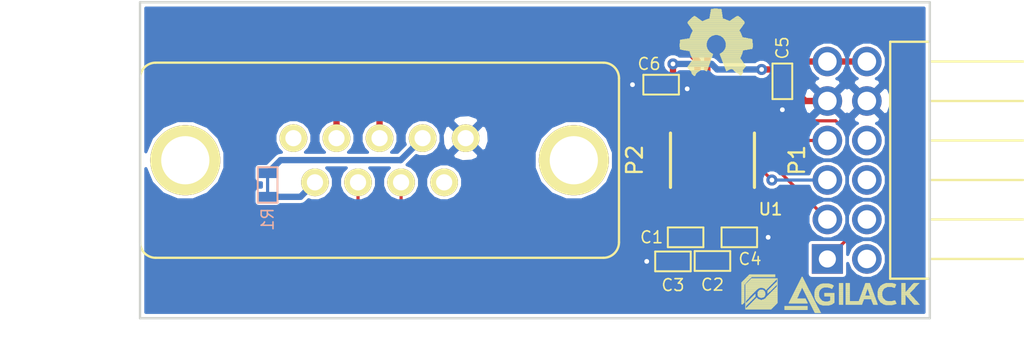
<source format=kicad_pcb>
(kicad_pcb (version 4) (host pcbnew 4.0.2+dfsg1-stable)

  (general
    (links 28)
    (no_connects 0)
    (area 113.729501 94.764999 180.164801 118.917701)
    (thickness 1.6)
    (drawings 9)
    (tracks 140)
    (zones 0)
    (modules 12)
    (nets 24)
  )

  (page A4)
  (title_block
    (company Agilack)
  )

  (layers
    (0 F.Cu signal)
    (31 B.Cu signal)
    (32 B.Adhes user)
    (33 F.Adhes user)
    (34 B.Paste user)
    (35 F.Paste user)
    (36 B.SilkS user)
    (37 F.SilkS user)
    (38 B.Mask user)
    (39 F.Mask user)
    (40 Dwgs.User user)
    (41 Cmts.User user)
    (42 Eco1.User user)
    (43 Eco2.User user)
    (44 Edge.Cuts user)
    (45 Margin user)
    (46 B.CrtYd user)
    (47 F.CrtYd user)
    (48 B.Fab user)
    (49 F.Fab user)
  )

  (setup
    (last_trace_width 0.25)
    (user_trace_width 0.2032)
    (user_trace_width 0.4064)
    (trace_clearance 0.2)
    (zone_clearance 0.2)
    (zone_45_only no)
    (trace_min 0.2)
    (segment_width 0.2)
    (edge_width 0.15)
    (via_size 0.6)
    (via_drill 0.4)
    (via_min_size 0.4)
    (via_min_drill 0.3)
    (user_via 0.7112 0.3048)
    (uvia_size 0.3)
    (uvia_drill 0.1)
    (uvias_allowed no)
    (uvia_min_size 0.2)
    (uvia_min_drill 0.1)
    (pcb_text_width 0.3)
    (pcb_text_size 1.5 1.5)
    (mod_edge_width 0.15)
    (mod_text_size 1 1)
    (mod_text_width 0.15)
    (pad_size 1.9 1.9)
    (pad_drill 1.19)
    (pad_to_mask_clearance 0.2)
    (aux_axis_origin 0 0)
    (visible_elements FFFFFF7F)
    (pcbplotparams
      (layerselection 0x010ec_80000001)
      (usegerberextensions true)
      (excludeedgelayer true)
      (linewidth 0.100000)
      (plotframeref false)
      (viasonmask false)
      (mode 1)
      (useauxorigin false)
      (hpglpennumber 1)
      (hpglpenspeed 20)
      (hpglpendiameter 15)
      (hpglpenoverlay 2)
      (psnegative false)
      (psa4output false)
      (plotreference true)
      (plotvalue true)
      (plotinvisibletext false)
      (padsonsilk false)
      (subtractmaskfromsilk true)
      (outputformat 1)
      (mirror false)
      (drillshape 0)
      (scaleselection 1)
      (outputdirectory ../prod/))
  )

  (net 0 "")
  (net 1 GND)
  (net 2 "Net-(P1-Pad7)")
  (net 3 "Net-(P1-Pad8)")
  (net 4 "Net-(P1-Pad9)")
  (net 5 "Net-(P1-Pad10)")
  (net 6 "Net-(P2-Pad1)")
  (net 7 DTE_RD)
  (net 8 DTE_TD)
  (net 9 DTE_RTS)
  (net 10 DTE_CTS)
  (net 11 "Net-(P2-Pad9)")
  (net 12 "Net-(C1-Pad1)")
  (net 13 "Net-(C3-Pad1)")
  (net 14 "Net-(C1-Pad2)")
  (net 15 "Net-(C2-Pad1)")
  (net 16 "Net-(C2-Pad2)")
  (net 17 "Net-(C4-Pad2)")
  (net 18 PMOD_CTS)
  (net 19 PMOD_TXD)
  (net 20 PMOD_RXD)
  (net 21 PMOD_RTS)
  (net 22 VCC)
  (net 23 DTE_DSR)

  (net_class Default "This is the default net class."
    (clearance 0.2)
    (trace_width 0.25)
    (via_dia 0.6)
    (via_drill 0.4)
    (uvia_dia 0.3)
    (uvia_drill 0.1)
    (add_net DTE_CTS)
    (add_net DTE_DSR)
    (add_net DTE_RD)
    (add_net DTE_RTS)
    (add_net DTE_TD)
    (add_net GND)
    (add_net "Net-(C1-Pad1)")
    (add_net "Net-(C1-Pad2)")
    (add_net "Net-(C2-Pad1)")
    (add_net "Net-(C2-Pad2)")
    (add_net "Net-(C3-Pad1)")
    (add_net "Net-(C4-Pad2)")
    (add_net "Net-(P1-Pad10)")
    (add_net "Net-(P1-Pad7)")
    (add_net "Net-(P1-Pad8)")
    (add_net "Net-(P1-Pad9)")
    (add_net "Net-(P2-Pad1)")
    (add_net "Net-(P2-Pad9)")
    (add_net PMOD_CTS)
    (add_net PMOD_RTS)
    (add_net PMOD_RXD)
    (add_net PMOD_TXD)
    (add_net VCC)
  )

  (module pmod-rs232:CONN_SUBD-1634218 locked (layer F.Cu) (tedit 5950CD58) (tstamp 594FB056)
    (at 138.5062 105)
    (path /594FA420)
    (fp_text reference P2 (at 16.4084 0 90) (layer F.SilkS)
      (effects (font (size 1.016 1.016) (thickness 0.15)))
    )
    (fp_text value CONN_DB9 (at 0 -3.9243) (layer F.Fab)
      (effects (font (size 1 1) (thickness 0.15)))
    )
    (fp_arc (start -14.4 5.275) (end -14.4 6.275) (angle 90) (layer F.SilkS) (width 0.15))
    (fp_arc (start 14.4 5.275) (end 15.4 5.275) (angle 90) (layer F.SilkS) (width 0.15))
    (fp_arc (start 14.4 -5.275) (end 14.4 -6.275) (angle 90) (layer F.SilkS) (width 0.15))
    (fp_arc (start -14.4 -5.275) (end -15.4 -5.275) (angle 90) (layer F.SilkS) (width 0.15))
    (fp_line (start -14.4 -6.275) (end 14.4 -6.275) (layer F.SilkS) (width 0.15))
    (fp_line (start 15.4 -5.275) (end 15.4 5.275) (layer F.SilkS) (width 0.15))
    (fp_line (start 14.4 6.275) (end -14.4 6.275) (layer F.SilkS) (width 0.15))
    (fp_line (start -15.4 5.275) (end -15.4 -5.275) (layer F.SilkS) (width 0.15))
    (pad 1 thru_hole circle (at -5.54 -1.42) (size 1.778 1.778) (drill 1.04) (layers *.Cu *.Mask F.SilkS)
      (net 6 "Net-(P2-Pad1)"))
    (pad 2 thru_hole circle (at -2.77 -1.42) (size 1.778 1.778) (drill 1.04) (layers *.Cu *.Mask F.SilkS)
      (net 7 DTE_RD))
    (pad 3 thru_hole circle (at 0 -1.42) (size 1.778 1.778) (drill 1.04) (layers *.Cu *.Mask F.SilkS)
      (net 8 DTE_TD))
    (pad 4 thru_hole circle (at 2.77 -1.42) (size 1.778 1.778) (drill 1.04) (layers *.Cu *.Mask F.SilkS)
      (net 23 DTE_DSR))
    (pad 5 thru_hole circle (at 5.54 -1.42) (size 1.778 1.778) (drill 1.04) (layers *.Cu *.Mask F.SilkS)
      (net 1 GND))
    (pad 6 thru_hole circle (at -4.155 1.42) (size 1.778 1.778) (drill 1.04) (layers *.Cu *.Mask F.SilkS)
      (net 23 DTE_DSR))
    (pad 7 thru_hole circle (at -1.385 1.42) (size 1.778 1.778) (drill 1.04) (layers *.Cu *.Mask F.SilkS)
      (net 9 DTE_RTS))
    (pad 8 thru_hole circle (at 1.385 1.42) (size 1.778 1.778) (drill 1.04) (layers *.Cu *.Mask F.SilkS)
      (net 10 DTE_CTS))
    (pad 9 thru_hole circle (at 4.155 1.42) (size 1.778 1.778) (drill 1.04) (layers *.Cu *.Mask F.SilkS)
      (net 11 "Net-(P2-Pad9)"))
    (pad 0 thru_hole circle (at -12.495 0) (size 4.5 4.5) (drill 3.1) (layers *.Cu *.Mask F.SilkS))
    (pad 0 thru_hole circle (at 12.495 0) (size 4.5 4.5) (drill 3.1) (layers *.Cu *.Mask F.SilkS))
  )

  (module pmod-rs232:TSSOP16 (layer F.Cu) (tedit 5950CD95) (tstamp 594FB06A)
    (at 159.9184 105)
    (path /594FA9D1)
    (fp_text reference U1 (at 3.7338 3.1532) (layer F.SilkS)
      (effects (font (size 0.762 0.762) (thickness 0.12446)))
    )
    (fp_text value MAX3232 (at 0 0) (layer F.SilkS) hide
      (effects (font (size 0.50038 0.50038) (thickness 0.12446)))
    )
    (fp_line (start -2.7 -1.74752) (end -2.7 1.74752) (layer F.SilkS) (width 0.2032))
    (fp_line (start 2.7 1.74752) (end 2.7 -1.74752) (layer F.SilkS) (width 0.2032))
    (pad 1 smd rect (at -2.275 2.96926) (size 0.29972 1.78054) (layers F.Cu F.Paste F.Mask)
      (net 12 "Net-(C1-Pad1)"))
    (pad 2 smd rect (at -1.625 2.96926) (size 0.29972 1.78054) (layers F.Cu F.Paste F.Mask)
      (net 13 "Net-(C3-Pad1)"))
    (pad 3 smd rect (at -0.975 2.96926) (size 0.29972 1.78054) (layers F.Cu F.Paste F.Mask)
      (net 14 "Net-(C1-Pad2)"))
    (pad 4 smd rect (at -0.325 2.96926) (size 0.29972 1.78054) (layers F.Cu F.Paste F.Mask)
      (net 15 "Net-(C2-Pad1)"))
    (pad 5 smd rect (at 0.325 2.96926) (size 0.29972 1.78054) (layers F.Cu F.Paste F.Mask)
      (net 16 "Net-(C2-Pad2)"))
    (pad 6 smd rect (at 0.975 2.96926) (size 0.29972 1.78054) (layers F.Cu F.Paste F.Mask)
      (net 17 "Net-(C4-Pad2)"))
    (pad 7 smd rect (at 1.625 2.96926) (size 0.29972 1.78054) (layers F.Cu F.Paste F.Mask)
      (net 9 DTE_RTS))
    (pad 8 smd rect (at 2.275 2.96926) (size 0.29972 1.78054) (layers F.Cu F.Paste F.Mask)
      (net 10 DTE_CTS))
    (pad 9 smd rect (at 2.275 -2.96926) (size 0.29972 1.78054) (layers F.Cu F.Paste F.Mask)
      (net 18 PMOD_CTS))
    (pad 10 smd rect (at 1.625 -2.96926) (size 0.29972 1.78054) (layers F.Cu F.Paste F.Mask)
      (net 21 PMOD_RTS))
    (pad 11 smd rect (at 0.975 -2.96926) (size 0.29972 1.78054) (layers F.Cu F.Paste F.Mask)
      (net 19 PMOD_TXD))
    (pad 12 smd rect (at 0.325 -2.96926) (size 0.29972 1.78054) (layers F.Cu F.Paste F.Mask)
      (net 20 PMOD_RXD))
    (pad 13 smd rect (at -0.325 -2.96926) (size 0.29972 1.78054) (layers F.Cu F.Paste F.Mask)
      (net 7 DTE_RD))
    (pad 14 smd rect (at -0.975 -2.96926) (size 0.29972 1.78054) (layers F.Cu F.Paste F.Mask)
      (net 8 DTE_TD))
    (pad 15 smd rect (at -1.625 -2.96926) (size 0.29972 1.78054) (layers F.Cu F.Paste F.Mask)
      (net 1 GND))
    (pad 16 smd rect (at -2.275 -2.96926) (size 0.29972 1.78054) (layers F.Cu F.Paste F.Mask)
      (net 22 VCC))
  )

  (module pmod-rs232:SMD0603 (layer F.Cu) (tedit 595043B3) (tstamp 59504804)
    (at 158.1912 109.9566)
    (path /594FB4E0)
    (attr smd)
    (fp_text reference C1 (at -2.1844 0) (layer F.SilkS)
      (effects (font (size 0.762 0.762) (thickness 0.1016)))
    )
    (fp_text value 1uF (at 0 0) (layer F.SilkS) hide
      (effects (font (size 0.20066 0.20066) (thickness 0.0508)))
    )
    (fp_line (start -1.143 -0.635) (end 1.143 -0.635) (layer F.SilkS) (width 0.127))
    (fp_line (start 1.143 -0.635) (end 1.143 0.635) (layer F.SilkS) (width 0.127))
    (fp_line (start 1.143 0.635) (end -1.143 0.635) (layer F.SilkS) (width 0.127))
    (fp_line (start -1.143 0.635) (end -1.143 -0.635) (layer F.SilkS) (width 0.127))
    (pad 1 smd rect (at -0.762 0) (size 0.635 1.143) (layers F.Cu F.Paste F.Mask)
      (net 12 "Net-(C1-Pad1)"))
    (pad 2 smd rect (at 0.762 0) (size 0.635 1.143) (layers F.Cu F.Paste F.Mask)
      (net 14 "Net-(C1-Pad2)"))
    (model smd/chip_cms.wrl
      (at (xyz 0 0 0))
      (scale (xyz 0.08 0.08 0.08))
      (rotate (xyz 0 0 0))
    )
  )

  (module pmod-rs232:SMD0603 (layer F.Cu) (tedit 595043A6) (tstamp 5950480E)
    (at 159.9184 111.4806)
    (path /594FB582)
    (attr smd)
    (fp_text reference C2 (at 0 1.524) (layer F.SilkS)
      (effects (font (size 0.762 0.762) (thickness 0.1016)))
    )
    (fp_text value 1uF (at 0 0) (layer F.SilkS) hide
      (effects (font (size 0.20066 0.20066) (thickness 0.0508)))
    )
    (fp_line (start -1.143 -0.635) (end 1.143 -0.635) (layer F.SilkS) (width 0.127))
    (fp_line (start 1.143 -0.635) (end 1.143 0.635) (layer F.SilkS) (width 0.127))
    (fp_line (start 1.143 0.635) (end -1.143 0.635) (layer F.SilkS) (width 0.127))
    (fp_line (start -1.143 0.635) (end -1.143 -0.635) (layer F.SilkS) (width 0.127))
    (pad 1 smd rect (at -0.762 0) (size 0.635 1.143) (layers F.Cu F.Paste F.Mask)
      (net 15 "Net-(C2-Pad1)"))
    (pad 2 smd rect (at 0.762 0) (size 0.635 1.143) (layers F.Cu F.Paste F.Mask)
      (net 16 "Net-(C2-Pad2)"))
    (model smd/chip_cms.wrl
      (at (xyz 0 0 0))
      (scale (xyz 0.08 0.08 0.08))
      (rotate (xyz 0 0 0))
    )
  )

  (module pmod-rs232:SMD0603 (layer F.Cu) (tedit 595043AB) (tstamp 59504818)
    (at 157.3784 111.506 180)
    (path /594FBD9D)
    (attr smd)
    (fp_text reference C3 (at 0 -1.524 180) (layer F.SilkS)
      (effects (font (size 0.762 0.762) (thickness 0.1016)))
    )
    (fp_text value 1uF (at 0 0 180) (layer F.SilkS) hide
      (effects (font (size 0.20066 0.20066) (thickness 0.0508)))
    )
    (fp_line (start -1.143 -0.635) (end 1.143 -0.635) (layer F.SilkS) (width 0.127))
    (fp_line (start 1.143 -0.635) (end 1.143 0.635) (layer F.SilkS) (width 0.127))
    (fp_line (start 1.143 0.635) (end -1.143 0.635) (layer F.SilkS) (width 0.127))
    (fp_line (start -1.143 0.635) (end -1.143 -0.635) (layer F.SilkS) (width 0.127))
    (pad 1 smd rect (at -0.762 0 180) (size 0.635 1.143) (layers F.Cu F.Paste F.Mask)
      (net 13 "Net-(C3-Pad1)"))
    (pad 2 smd rect (at 0.762 0 180) (size 0.635 1.143) (layers F.Cu F.Paste F.Mask)
      (net 1 GND))
    (model smd/chip_cms.wrl
      (at (xyz 0 0 0))
      (scale (xyz 0.08 0.08 0.08))
      (rotate (xyz 0 0 0))
    )
  )

  (module pmod-rs232:SMD0603 (layer F.Cu) (tedit 59504399) (tstamp 59504822)
    (at 161.6456 109.9566 180)
    (path /594FBE41)
    (attr smd)
    (fp_text reference C4 (at -0.6858 -1.397 180) (layer F.SilkS)
      (effects (font (size 0.762 0.762) (thickness 0.1016)))
    )
    (fp_text value 1uF (at 0 0 180) (layer F.SilkS) hide
      (effects (font (size 0.20066 0.20066) (thickness 0.0508)))
    )
    (fp_line (start -1.143 -0.635) (end 1.143 -0.635) (layer F.SilkS) (width 0.127))
    (fp_line (start 1.143 -0.635) (end 1.143 0.635) (layer F.SilkS) (width 0.127))
    (fp_line (start 1.143 0.635) (end -1.143 0.635) (layer F.SilkS) (width 0.127))
    (fp_line (start -1.143 0.635) (end -1.143 -0.635) (layer F.SilkS) (width 0.127))
    (pad 1 smd rect (at -0.762 0 180) (size 0.635 1.143) (layers F.Cu F.Paste F.Mask)
      (net 1 GND))
    (pad 2 smd rect (at 0.762 0 180) (size 0.635 1.143) (layers F.Cu F.Paste F.Mask)
      (net 17 "Net-(C4-Pad2)"))
    (model smd/chip_cms.wrl
      (at (xyz 0 0 0))
      (scale (xyz 0.08 0.08 0.08))
      (rotate (xyz 0 0 0))
    )
  )

  (module cowstick:SMD0603 (layer F.Cu) (tedit 59504F2D) (tstamp 59504B68)
    (at 164.4142 99.9236 270)
    (path /59504D2B)
    (attr smd)
    (fp_text reference C5 (at -2.1463 0 270) (layer F.SilkS)
      (effects (font (size 0.762 0.762) (thickness 0.1016)))
    )
    (fp_text value 1uF (at 0 0 270) (layer F.SilkS) hide
      (effects (font (size 0.20066 0.20066) (thickness 0.0508)))
    )
    (fp_line (start -1.143 -0.635) (end 1.143 -0.635) (layer F.SilkS) (width 0.127))
    (fp_line (start 1.143 -0.635) (end 1.143 0.635) (layer F.SilkS) (width 0.127))
    (fp_line (start 1.143 0.635) (end -1.143 0.635) (layer F.SilkS) (width 0.127))
    (fp_line (start -1.143 0.635) (end -1.143 -0.635) (layer F.SilkS) (width 0.127))
    (pad 1 smd rect (at -0.762 0 270) (size 0.635 1.143) (layers F.Cu F.Paste F.Mask)
      (net 22 VCC))
    (pad 2 smd rect (at 0.762 0 270) (size 0.635 1.143) (layers F.Cu F.Paste F.Mask)
      (net 1 GND))
    (model smd/chip_cms.wrl
      (at (xyz 0 0 0))
      (scale (xyz 0.08 0.08 0.08))
      (rotate (xyz 0 0 0))
    )
  )

  (module cowstick:SMD0603 (layer F.Cu) (tedit 59504F3A) (tstamp 59504B72)
    (at 156.6164 100.1395 180)
    (path /59504D60)
    (attr smd)
    (fp_text reference C6 (at 0.7747 1.3335 180) (layer F.SilkS)
      (effects (font (size 0.762 0.762) (thickness 0.1016)))
    )
    (fp_text value 100nF (at 0 0 180) (layer F.SilkS) hide
      (effects (font (size 0.20066 0.20066) (thickness 0.0508)))
    )
    (fp_line (start -1.143 -0.635) (end 1.143 -0.635) (layer F.SilkS) (width 0.127))
    (fp_line (start 1.143 -0.635) (end 1.143 0.635) (layer F.SilkS) (width 0.127))
    (fp_line (start 1.143 0.635) (end -1.143 0.635) (layer F.SilkS) (width 0.127))
    (fp_line (start -1.143 0.635) (end -1.143 -0.635) (layer F.SilkS) (width 0.127))
    (pad 1 smd rect (at -0.762 0 180) (size 0.635 1.143) (layers F.Cu F.Paste F.Mask)
      (net 22 VCC))
    (pad 2 smd rect (at 0.762 0 180) (size 0.635 1.143) (layers F.Cu F.Paste F.Mask)
      (net 1 GND))
    (model smd/chip_cms.wrl
      (at (xyz 0 0 0))
      (scale (xyz 0.08 0.08 0.08))
      (rotate (xyz 0 0 0))
    )
  )

  (module pmod-rs232:SMD0603 (layer B.Cu) (tedit 5950C81F) (tstamp 5950C8CD)
    (at 131.3053 106.5911 90)
    (path /5950C896)
    (attr smd)
    (fp_text reference R1 (at -2.2098 0 90) (layer B.SilkS)
      (effects (font (size 0.762 0.762) (thickness 0.1016)) (justify mirror))
    )
    (fp_text value 0 (at 0 0 90) (layer B.SilkS) hide
      (effects (font (size 0.20066 0.20066) (thickness 0.0508)) (justify mirror))
    )
    (fp_line (start -1.143 0.635) (end 1.143 0.635) (layer B.SilkS) (width 0.127))
    (fp_line (start 1.143 0.635) (end 1.143 -0.635) (layer B.SilkS) (width 0.127))
    (fp_line (start 1.143 -0.635) (end -1.143 -0.635) (layer B.SilkS) (width 0.127))
    (fp_line (start -1.143 -0.635) (end -1.143 0.635) (layer B.SilkS) (width 0.127))
    (pad 1 smd rect (at -0.762 0 90) (size 0.635 1.143) (layers B.Cu B.Paste B.Mask)
      (net 23 DTE_DSR))
    (pad 2 smd rect (at 0.762 0 90) (size 0.635 1.143) (layers B.Cu B.Paste B.Mask)
      (net 23 DTE_DSR))
    (model smd/chip_cms.wrl
      (at (xyz 0 0 0))
      (scale (xyz 0.08 0.08 0.08))
      (rotate (xyz 0 0 0))
    )
  )

  (module pmod-rs232:CONN_PMOD-Male locked (layer F.Cu) (tedit 5950C8DB) (tstamp 594FB047)
    (at 169.8498 105 270)
    (path /594FCF67)
    (fp_text reference P1 (at 0 4.4958 270) (layer F.SilkS)
      (effects (font (size 1 1) (thickness 0.15)))
    )
    (fp_text value PMOD (at 0 -2.77 270) (layer F.Fab)
      (effects (font (size 1 1) (thickness 0.15)))
    )
    (fp_line (start 6.35 -10.04) (end 6.35 -4.04) (layer F.SilkS) (width 0.15))
    (fp_line (start 3.81 -10.04) (end 3.81 -4.04) (layer F.SilkS) (width 0.15))
    (fp_line (start 1.27 -10.04) (end 1.27 -4.04) (layer F.SilkS) (width 0.15))
    (fp_line (start -1.27 -10.04) (end -1.27 -4.04) (layer F.SilkS) (width 0.15))
    (fp_line (start -3.81 -10.04) (end -3.81 -4.04) (layer F.SilkS) (width 0.15))
    (fp_line (start -6.35 -10.04) (end -6.35 -4.04) (layer F.SilkS) (width 0.15))
    (fp_line (start -7.62 -1.5) (end 7.62 -1.5) (layer F.SilkS) (width 0.15))
    (fp_line (start 7.62 -1.5) (end 7.62 -4.04) (layer F.SilkS) (width 0.15))
    (fp_line (start 7.62 -4.04) (end -7.62 -4.04) (layer F.SilkS) (width 0.15))
    (fp_line (start -7.62 -1.5) (end -7.62 -4.04) (layer F.SilkS) (width 0.15))
    (pad 1 thru_hole rect (at 6.35 2.54 270) (size 1.9 2) (drill 1.1) (layers *.Cu *.Mask)
      (net 18 PMOD_CTS))
    (pad 2 thru_hole circle (at 3.81 2.54 270) (size 1.9 1.9) (drill 1.19) (layers *.Cu *.Mask)
      (net 19 PMOD_TXD))
    (pad 3 thru_hole circle (at 1.27 2.54 270) (size 1.9 1.9) (drill 1.19) (layers *.Cu *.Mask)
      (net 20 PMOD_RXD))
    (pad 4 thru_hole circle (at -1.27 2.54 270) (size 1.9 1.9) (drill 1.19) (layers *.Cu *.Mask)
      (net 21 PMOD_RTS))
    (pad 5 thru_hole circle (at -3.81 2.54 270) (size 1.9 1.9) (drill 1.19) (layers *.Cu *.Mask)
      (net 1 GND))
    (pad 6 thru_hole circle (at -6.35 2.54 270) (size 1.9 1.9) (drill 1.19) (layers *.Cu *.Mask)
      (net 22 VCC))
    (pad 7 thru_hole circle (at 6.35 0 270) (size 1.9 1.9) (drill 1.19) (layers *.Cu *.Mask)
      (net 2 "Net-(P1-Pad7)"))
    (pad 8 thru_hole circle (at 3.81 0 270) (size 1.9 1.9) (drill 1.19) (layers *.Cu *.Mask)
      (net 3 "Net-(P1-Pad8)"))
    (pad 9 thru_hole circle (at 1.27 0 270) (size 1.9 1.9) (drill 1.19) (layers *.Cu *.Mask)
      (net 4 "Net-(P1-Pad9)"))
    (pad 10 thru_hole circle (at -1.27 0 270) (size 1.9 1.9) (drill 1.19) (layers *.Cu *.Mask)
      (net 5 "Net-(P1-Pad10)"))
    (pad 11 thru_hole circle (at -3.81 0 270) (size 1.9 1.9) (drill 1.19) (layers *.Cu *.Mask)
      (net 1 GND))
    (pad 12 thru_hole circle (at -6.35 0 270) (size 1.9 1.9) (drill 1.19) (layers *.Cu *.Mask)
      (net 22 VCC))
  )

  (module pmod-rs232:ohw-logo (layer F.Cu) (tedit 5950CCB7) (tstamp 5950E55C)
    (at 160.1597 97.5614)
    (fp_text reference ohw_logo (at 0 1.9304) (layer F.SilkS) hide
      (effects (font (size 0.2 0.2) (thickness 0.05)))
    )
    (fp_text value VAL** (at 0 0) (layer F.SilkS) hide
      (effects (font (size 0.20066 0.20066) (thickness 0.0508)))
    )
    (fp_line (start -0.1651 -2.3114) (end 0.0889 -2.3114) (layer F.SilkS) (width 0.02794))
    (fp_line (start -0.3175 -2.286) (end 0.3175 -2.286) (layer F.SilkS) (width 0.02794))
    (fp_line (start -0.3175 -2.2606) (end 0.3175 -2.2606) (layer F.SilkS) (width 0.02794))
    (fp_line (start -0.3429 -2.2352) (end 0.3429 -2.2352) (layer F.SilkS) (width 0.02794))
    (fp_line (start -0.3429 -2.2098) (end 0.3429 -2.2098) (layer F.SilkS) (width 0.02794))
    (fp_line (start -0.3429 -2.1844) (end 0.3429 -2.1844) (layer F.SilkS) (width 0.02794))
    (fp_line (start -0.3429 -2.159) (end 0.3429 -2.159) (layer F.SilkS) (width 0.02794))
    (fp_line (start -0.3429 -2.1336) (end 0.3429 -2.1336) (layer F.SilkS) (width 0.02794))
    (fp_line (start -0.3429 -2.1082) (end 0.3429 -2.1082) (layer F.SilkS) (width 0.02794))
    (fp_line (start -0.3683 -2.0828) (end 0.3683 -2.0828) (layer F.SilkS) (width 0.02794))
    (fp_line (start -0.3683 -2.0574) (end 0.3683 -2.0574) (layer F.SilkS) (width 0.02794))
    (fp_line (start -0.3683 -2.032) (end 0.3683 -2.032) (layer F.SilkS) (width 0.02794))
    (fp_line (start -0.3683 -2.0066) (end 0.3683 -2.0066) (layer F.SilkS) (width 0.02794))
    (fp_line (start -0.3683 -1.9812) (end 0.3683 -1.9812) (layer F.SilkS) (width 0.02794))
    (fp_line (start -0.3937 -1.9558) (end 0.3683 -1.9558) (layer F.SilkS) (width 0.02794))
    (fp_line (start -0.3937 -1.9304) (end 0.3937 -1.9304) (layer F.SilkS) (width 0.02794))
    (fp_line (start -0.3937 -1.905) (end 0.3937 -1.905) (layer F.SilkS) (width 0.02794))
    (fp_line (start -0.3937 -1.8796) (end 0.3937 -1.8796) (layer F.SilkS) (width 0.02794))
    (fp_line (start -0.3937 -1.8542) (end 0.3937 -1.8542) (layer F.SilkS) (width 0.02794))
    (fp_line (start -1.4351 -1.8288) (end -1.3589 -1.8288) (layer F.SilkS) (width 0.02794))
    (fp_line (start -0.3937 -1.8288) (end 0.3937 -1.8288) (layer F.SilkS) (width 0.02794))
    (fp_line (start 1.3335 -1.8288) (end 1.4351 -1.8288) (layer F.SilkS) (width 0.02794))
    (fp_line (start -1.4605 -1.8034) (end -1.3335 -1.8034) (layer F.SilkS) (width 0.02794))
    (fp_line (start -0.4191 -1.8034) (end 0.3937 -1.8034) (layer F.SilkS) (width 0.02794))
    (fp_line (start 1.2827 -1.8034) (end 1.4605 -1.8034) (layer F.SilkS) (width 0.02794))
    (fp_line (start -1.4859 -1.778) (end -1.2827 -1.778) (layer F.SilkS) (width 0.02794))
    (fp_line (start -0.4191 -1.778) (end 0.3937 -1.778) (layer F.SilkS) (width 0.02794))
    (fp_line (start 1.2573 -1.778) (end 1.4859 -1.778) (layer F.SilkS) (width 0.02794))
    (fp_line (start -1.5367 -1.7526) (end -1.2573 -1.7526) (layer F.SilkS) (width 0.02794))
    (fp_line (start -0.4191 -1.7526) (end 0.4191 -1.7526) (layer F.SilkS) (width 0.02794))
    (fp_line (start 1.2065 -1.7526) (end 1.5367 -1.7526) (layer F.SilkS) (width 0.02794))
    (fp_line (start -1.5621 -1.7272) (end -1.2065 -1.7272) (layer F.SilkS) (width 0.02794))
    (fp_line (start -0.4191 -1.7272) (end 0.4191 -1.7272) (layer F.SilkS) (width 0.02794))
    (fp_line (start 1.1811 -1.7272) (end 1.5621 -1.7272) (layer F.SilkS) (width 0.02794))
    (fp_line (start -1.5875 -1.7018) (end -1.1811 -1.7018) (layer F.SilkS) (width 0.02794))
    (fp_line (start -0.4191 -1.7018) (end 0.4191 -1.7018) (layer F.SilkS) (width 0.02794))
    (fp_line (start 1.1303 -1.7018) (end 1.5875 -1.7018) (layer F.SilkS) (width 0.02794))
    (fp_line (start -1.6129 -1.6764) (end -1.1557 -1.6764) (layer F.SilkS) (width 0.02794))
    (fp_line (start -0.4445 -1.6764) (end 0.4191 -1.6764) (layer F.SilkS) (width 0.02794))
    (fp_line (start 1.1049 -1.6764) (end 1.6129 -1.6764) (layer F.SilkS) (width 0.02794))
    (fp_line (start -1.6383 -1.651) (end -1.1049 -1.651) (layer F.SilkS) (width 0.02794))
    (fp_line (start -0.5207 -1.651) (end 0.5207 -1.651) (layer F.SilkS) (width 0.02794))
    (fp_line (start 1.0541 -1.651) (end 1.6383 -1.651) (layer F.SilkS) (width 0.02794))
    (fp_line (start -1.6637 -1.6256) (end -1.0795 -1.6256) (layer F.SilkS) (width 0.02794))
    (fp_line (start -0.5969 -1.6256) (end 0.5969 -1.6256) (layer F.SilkS) (width 0.02794))
    (fp_line (start 1.0287 -1.6256) (end 1.6637 -1.6256) (layer F.SilkS) (width 0.02794))
    (fp_line (start -1.6891 -1.6002) (end -1.0287 -1.6002) (layer F.SilkS) (width 0.02794))
    (fp_line (start -0.6731 -1.6002) (end 0.6477 -1.6002) (layer F.SilkS) (width 0.02794))
    (fp_line (start 0.9779 -1.6002) (end 1.6891 -1.6002) (layer F.SilkS) (width 0.02794))
    (fp_line (start -1.7145 -1.5748) (end -1.0033 -1.5748) (layer F.SilkS) (width 0.02794))
    (fp_line (start -0.7239 -1.5748) (end 0.7239 -1.5748) (layer F.SilkS) (width 0.02794))
    (fp_line (start 0.9525 -1.5748) (end 1.7145 -1.5748) (layer F.SilkS) (width 0.02794))
    (fp_line (start -1.7399 -1.5494) (end -0.9779 -1.5494) (layer F.SilkS) (width 0.02794))
    (fp_line (start -0.7747 -1.5494) (end 0.7747 -1.5494) (layer F.SilkS) (width 0.02794))
    (fp_line (start 0.9271 -1.5494) (end 1.7399 -1.5494) (layer F.SilkS) (width 0.02794))
    (fp_line (start -1.7653 -1.524) (end -0.9271 -1.524) (layer F.SilkS) (width 0.02794))
    (fp_line (start -0.8255 -1.524) (end 0.8255 -1.524) (layer F.SilkS) (width 0.02794))
    (fp_line (start 0.8763 -1.524) (end 1.7653 -1.524) (layer F.SilkS) (width 0.02794))
    (fp_line (start -1.7907 -1.4986) (end -0.9017 -1.4986) (layer F.SilkS) (width 0.02794))
    (fp_line (start -0.8763 -1.4986) (end 1.7907 -1.4986) (layer F.SilkS) (width 0.02794))
    (fp_line (start -1.8161 -1.4732) (end 1.7907 -1.4732) (layer F.SilkS) (width 0.02794))
    (fp_line (start -1.8161 -1.4478) (end 1.8161 -1.4478) (layer F.SilkS) (width 0.02794))
    (fp_line (start -1.8415 -1.4224) (end 1.8161 -1.4224) (layer F.SilkS) (width 0.02794))
    (fp_line (start -1.8415 -1.397) (end 1.8161 -1.397) (layer F.SilkS) (width 0.02794))
    (fp_line (start -1.8161 -1.3716) (end 1.8161 -1.3716) (layer F.SilkS) (width 0.02794))
    (fp_line (start -1.8161 -1.3462) (end 1.7907 -1.3462) (layer F.SilkS) (width 0.02794))
    (fp_line (start -1.7907 -1.3208) (end 1.7907 -1.3208) (layer F.SilkS) (width 0.02794))
    (fp_line (start -1.7653 -1.2954) (end 1.7653 -1.2954) (layer F.SilkS) (width 0.02794))
    (fp_line (start -1.7653 -1.27) (end 1.7399 -1.27) (layer F.SilkS) (width 0.02794))
    (fp_line (start -1.7399 -1.2446) (end 1.7145 -1.2446) (layer F.SilkS) (width 0.02794))
    (fp_line (start -1.7145 -1.2192) (end 1.7145 -1.2192) (layer F.SilkS) (width 0.02794))
    (fp_line (start -1.6891 -1.1938) (end 1.6891 -1.1938) (layer F.SilkS) (width 0.02794))
    (fp_line (start -1.6891 -1.1684) (end 1.6637 -1.1684) (layer F.SilkS) (width 0.02794))
    (fp_line (start -1.6637 -1.143) (end 1.6637 -1.143) (layer F.SilkS) (width 0.02794))
    (fp_line (start -1.6383 -1.1176) (end 1.6383 -1.1176) (layer F.SilkS) (width 0.02794))
    (fp_line (start -1.6383 -1.0922) (end 1.6129 -1.0922) (layer F.SilkS) (width 0.02794))
    (fp_line (start -1.6129 -1.0668) (end 1.5875 -1.0668) (layer F.SilkS) (width 0.02794))
    (fp_line (start -1.5875 -1.0414) (end 1.5875 -1.0414) (layer F.SilkS) (width 0.02794))
    (fp_line (start -1.5875 -1.016) (end 1.5621 -1.016) (layer F.SilkS) (width 0.02794))
    (fp_line (start -1.5621 -0.9906) (end 1.5367 -0.9906) (layer F.SilkS) (width 0.02794))
    (fp_line (start -1.5367 -0.9652) (end 1.5113 -0.9652) (layer F.SilkS) (width 0.02794))
    (fp_line (start -1.5367 -0.9398) (end 1.5113 -0.9398) (layer F.SilkS) (width 0.02794))
    (fp_line (start -1.5113 -0.9144) (end 1.4859 -0.9144) (layer F.SilkS) (width 0.02794))
    (fp_line (start -1.5113 -0.889) (end 1.4859 -0.889) (layer F.SilkS) (width 0.02794))
    (fp_line (start -1.5113 -0.8636) (end 1.5113 -0.8636) (layer F.SilkS) (width 0.02794))
    (fp_line (start -1.5367 -0.8382) (end 1.5367 -0.8382) (layer F.SilkS) (width 0.02794))
    (fp_line (start -1.5367 -0.8128) (end 1.5367 -0.8128) (layer F.SilkS) (width 0.02794))
    (fp_line (start -1.5621 -0.7874) (end 1.5621 -0.7874) (layer F.SilkS) (width 0.02794))
    (fp_line (start -1.5621 -0.762) (end 1.5621 -0.762) (layer F.SilkS) (width 0.02794))
    (fp_line (start -1.5875 -0.7366) (end 1.5875 -0.7366) (layer F.SilkS) (width 0.02794))
    (fp_line (start -1.5875 -0.7112) (end 1.5875 -0.7112) (layer F.SilkS) (width 0.02794))
    (fp_line (start -1.6129 -0.6858) (end 1.6129 -0.6858) (layer F.SilkS) (width 0.02794))
    (fp_line (start -1.6129 -0.6604) (end 1.6129 -0.6604) (layer F.SilkS) (width 0.02794))
    (fp_line (start -1.6383 -0.635) (end 1.6129 -0.635) (layer F.SilkS) (width 0.02794))
    (fp_line (start -1.6383 -0.6096) (end -0.1143 -0.6096) (layer F.SilkS) (width 0.02794))
    (fp_line (start 0.1143 -0.6096) (end 1.6383 -0.6096) (layer F.SilkS) (width 0.02794))
    (fp_line (start -1.6383 -0.5842) (end -0.1905 -0.5842) (layer F.SilkS) (width 0.02794))
    (fp_line (start 0.1905 -0.5842) (end 1.6383 -0.5842) (layer F.SilkS) (width 0.02794))
    (fp_line (start -1.6637 -0.5588) (end -0.2667 -0.5588) (layer F.SilkS) (width 0.02794))
    (fp_line (start 0.2667 -0.5588) (end 1.6637 -0.5588) (layer F.SilkS) (width 0.02794))
    (fp_line (start -1.6637 -0.5334) (end -0.3175 -0.5334) (layer F.SilkS) (width 0.02794))
    (fp_line (start 0.3175 -0.5334) (end 1.6637 -0.5334) (layer F.SilkS) (width 0.02794))
    (fp_line (start -1.6637 -0.508) (end -0.3429 -0.508) (layer F.SilkS) (width 0.02794))
    (fp_line (start 0.3429 -0.508) (end 1.6637 -0.508) (layer F.SilkS) (width 0.02794))
    (fp_line (start -1.6891 -0.4826) (end -0.3937 -0.4826) (layer F.SilkS) (width 0.02794))
    (fp_line (start 0.3937 -0.4826) (end 1.6891 -0.4826) (layer F.SilkS) (width 0.02794))
    (fp_line (start -1.6891 -0.4572) (end -0.4191 -0.4572) (layer F.SilkS) (width 0.02794))
    (fp_line (start 0.4191 -0.4572) (end 1.7653 -0.4572) (layer F.SilkS) (width 0.02794))
    (fp_line (start -1.6891 -0.4318) (end -0.4445 -0.4318) (layer F.SilkS) (width 0.02794))
    (fp_line (start 0.4445 -0.4318) (end 1.9177 -0.4318) (layer F.SilkS) (width 0.02794))
    (fp_line (start -1.7145 -0.4064) (end -0.4699 -0.4064) (layer F.SilkS) (width 0.02794))
    (fp_line (start 0.4699 -0.4064) (end 2.0447 -0.4064) (layer F.SilkS) (width 0.02794))
    (fp_line (start -1.8669 -0.381) (end -0.4953 -0.381) (layer F.SilkS) (width 0.02794))
    (fp_line (start 0.4953 -0.381) (end 2.1971 -0.381) (layer F.SilkS) (width 0.02794))
    (fp_line (start -2.0193 -0.3556) (end -0.4953 -0.3556) (layer F.SilkS) (width 0.02794))
    (fp_line (start 0.4953 -0.3556) (end 2.2987 -0.3556) (layer F.SilkS) (width 0.02794))
    (fp_line (start -2.1717 -0.3302) (end -0.5207 -0.3302) (layer F.SilkS) (width 0.02794))
    (fp_line (start 0.5207 -0.3302) (end 2.2987 -0.3302) (layer F.SilkS) (width 0.02794))
    (fp_line (start -2.2987 -0.3048) (end -0.5461 -0.3048) (layer F.SilkS) (width 0.02794))
    (fp_line (start 0.5461 -0.3048) (end 2.3241 -0.3048) (layer F.SilkS) (width 0.02794))
    (fp_line (start -2.3241 -0.2794) (end -0.5461 -0.2794) (layer F.SilkS) (width 0.02794))
    (fp_line (start 0.5461 -0.2794) (end 2.3241 -0.2794) (layer F.SilkS) (width 0.02794))
    (fp_line (start -2.3241 -0.254) (end -0.5715 -0.254) (layer F.SilkS) (width 0.02794))
    (fp_line (start 0.5715 -0.254) (end 2.3241 -0.254) (layer F.SilkS) (width 0.02794))
    (fp_line (start -2.3241 -0.2286) (end -0.5715 -0.2286) (layer F.SilkS) (width 0.02794))
    (fp_line (start 0.5715 -0.2286) (end 2.3241 -0.2286) (layer F.SilkS) (width 0.02794))
    (fp_line (start -2.3241 -0.2032) (end -0.5969 -0.2032) (layer F.SilkS) (width 0.02794))
    (fp_line (start 0.5969 -0.2032) (end 2.3241 -0.2032) (layer F.SilkS) (width 0.02794))
    (fp_line (start -2.3241 -0.1778) (end -0.5969 -0.1778) (layer F.SilkS) (width 0.02794))
    (fp_line (start 0.5969 -0.1778) (end 2.3241 -0.1778) (layer F.SilkS) (width 0.02794))
    (fp_line (start -2.3241 -0.1524) (end -0.5969 -0.1524) (layer F.SilkS) (width 0.02794))
    (fp_line (start 0.5969 -0.1524) (end 2.3241 -0.1524) (layer F.SilkS) (width 0.02794))
    (fp_line (start -2.3241 -0.127) (end -0.5969 -0.127) (layer F.SilkS) (width 0.02794))
    (fp_line (start 0.6223 -0.127) (end 2.3241 -0.127) (layer F.SilkS) (width 0.02794))
    (fp_line (start -2.3241 -0.1016) (end -0.6223 -0.1016) (layer F.SilkS) (width 0.02794))
    (fp_line (start 0.6223 -0.1016) (end 2.3241 -0.1016) (layer F.SilkS) (width 0.02794))
    (fp_line (start -2.3241 -0.0762) (end -0.6223 -0.0762) (layer F.SilkS) (width 0.02794))
    (fp_line (start 0.6223 -0.0762) (end 2.3495 -0.0762) (layer F.SilkS) (width 0.02794))
    (fp_line (start -2.3495 -0.0508) (end -0.6223 -0.0508) (layer F.SilkS) (width 0.02794))
    (fp_line (start 0.6223 -0.0508) (end 2.3495 -0.0508) (layer F.SilkS) (width 0.02794))
    (fp_line (start -2.3495 -0.0254) (end -0.6223 -0.0254) (layer F.SilkS) (width 0.02794))
    (fp_line (start 0.6223 -0.0254) (end 2.3495 -0.0254) (layer F.SilkS) (width 0.02794))
    (fp_line (start -2.3495 0) (end -0.6223 0) (layer F.SilkS) (width 0.02794))
    (fp_line (start 0.6223 0) (end 2.3495 0) (layer F.SilkS) (width 0.02794))
    (fp_line (start -2.3495 0.0254) (end -0.6223 0.0254) (layer F.SilkS) (width 0.02794))
    (fp_line (start 0.6223 0.0254) (end 2.3495 0.0254) (layer F.SilkS) (width 0.02794))
    (fp_line (start -2.3495 0.0508) (end -0.6223 0.0508) (layer F.SilkS) (width 0.02794))
    (fp_line (start 0.6223 0.0508) (end 2.3495 0.0508) (layer F.SilkS) (width 0.02794))
    (fp_line (start -2.3495 0.0762) (end -0.6223 0.0762) (layer F.SilkS) (width 0.02794))
    (fp_line (start 0.6223 0.0762) (end 2.3495 0.0762) (layer F.SilkS) (width 0.02794))
    (fp_line (start -2.3495 0.1016) (end -0.6223 0.1016) (layer F.SilkS) (width 0.02794))
    (fp_line (start 0.6223 0.1016) (end 2.3495 0.1016) (layer F.SilkS) (width 0.02794))
    (fp_line (start -2.3495 0.127) (end -0.6223 0.127) (layer F.SilkS) (width 0.02794))
    (fp_line (start 0.6223 0.127) (end 2.3495 0.127) (layer F.SilkS) (width 0.02794))
    (fp_line (start -2.3495 0.1524) (end -0.5969 0.1524) (layer F.SilkS) (width 0.02794))
    (fp_line (start 0.6223 0.1524) (end 2.3495 0.1524) (layer F.SilkS) (width 0.02794))
    (fp_line (start -2.3241 0.1778) (end -0.5969 0.1778) (layer F.SilkS) (width 0.02794))
    (fp_line (start 0.5969 0.1778) (end 2.3495 0.1778) (layer F.SilkS) (width 0.02794))
    (fp_line (start -2.3241 0.2032) (end -0.5969 0.2032) (layer F.SilkS) (width 0.02794))
    (fp_line (start 0.5969 0.2032) (end 2.3241 0.2032) (layer F.SilkS) (width 0.02794))
    (fp_line (start -2.3241 0.2286) (end -0.5715 0.2286) (layer F.SilkS) (width 0.02794))
    (fp_line (start 0.5969 0.2286) (end 2.3241 0.2286) (layer F.SilkS) (width 0.02794))
    (fp_line (start -2.3241 0.254) (end -0.5715 0.254) (layer F.SilkS) (width 0.02794))
    (fp_line (start 0.5715 0.254) (end 2.3241 0.254) (layer F.SilkS) (width 0.02794))
    (fp_line (start -2.3241 0.2794) (end -0.5715 0.2794) (layer F.SilkS) (width 0.02794))
    (fp_line (start 0.5715 0.2794) (end 2.2987 0.2794) (layer F.SilkS) (width 0.02794))
    (fp_line (start -2.3241 0.3048) (end -0.5461 0.3048) (layer F.SilkS) (width 0.02794))
    (fp_line (start 0.5461 0.3048) (end 2.1463 0.3048) (layer F.SilkS) (width 0.02794))
    (fp_line (start -2.2225 0.3302) (end -0.5207 0.3302) (layer F.SilkS) (width 0.02794))
    (fp_line (start 0.5461 0.3302) (end 1.9939 0.3302) (layer F.SilkS) (width 0.02794))
    (fp_line (start -2.0955 0.3556) (end -0.5207 0.3556) (layer F.SilkS) (width 0.02794))
    (fp_line (start 0.5207 0.3556) (end 1.8161 0.3556) (layer F.SilkS) (width 0.02794))
    (fp_line (start -1.9431 0.381) (end -0.4953 0.381) (layer F.SilkS) (width 0.02794))
    (fp_line (start 0.4953 0.381) (end 1.7145 0.381) (layer F.SilkS) (width 0.02794))
    (fp_line (start -1.8161 0.4064) (end -0.4699 0.4064) (layer F.SilkS) (width 0.02794))
    (fp_line (start 0.4699 0.4064) (end 1.7145 0.4064) (layer F.SilkS) (width 0.02794))
    (fp_line (start -1.7145 0.4318) (end -0.4445 0.4318) (layer F.SilkS) (width 0.02794))
    (fp_line (start 0.4699 0.4318) (end 1.7145 0.4318) (layer F.SilkS) (width 0.02794))
    (fp_line (start -1.6891 0.4572) (end -0.4445 0.4572) (layer F.SilkS) (width 0.02794))
    (fp_line (start 0.4445 0.4572) (end 1.6891 0.4572) (layer F.SilkS) (width 0.02794))
    (fp_line (start -1.6891 0.4826) (end -0.3937 0.4826) (layer F.SilkS) (width 0.02794))
    (fp_line (start 0.3937 0.4826) (end 1.6891 0.4826) (layer F.SilkS) (width 0.02794))
    (fp_line (start -1.6891 0.508) (end -0.3683 0.508) (layer F.SilkS) (width 0.02794))
    (fp_line (start 0.3683 0.508) (end 1.6891 0.508) (layer F.SilkS) (width 0.02794))
    (fp_line (start -1.6891 0.5334) (end -0.3429 0.5334) (layer F.SilkS) (width 0.02794))
    (fp_line (start 0.3429 0.5334) (end 1.6891 0.5334) (layer F.SilkS) (width 0.02794))
    (fp_line (start -1.6637 0.5588) (end -0.2921 0.5588) (layer F.SilkS) (width 0.02794))
    (fp_line (start 0.2921 0.5588) (end 1.6637 0.5588) (layer F.SilkS) (width 0.02794))
    (fp_line (start -1.6637 0.5842) (end -0.2413 0.5842) (layer F.SilkS) (width 0.02794))
    (fp_line (start 0.2413 0.5842) (end 1.6637 0.5842) (layer F.SilkS) (width 0.02794))
    (fp_line (start -1.6637 0.6096) (end -0.2159 0.6096) (layer F.SilkS) (width 0.02794))
    (fp_line (start 0.2413 0.6096) (end 1.6637 0.6096) (layer F.SilkS) (width 0.02794))
    (fp_line (start -1.6383 0.635) (end -0.2159 0.635) (layer F.SilkS) (width 0.02794))
    (fp_line (start 0.2413 0.635) (end 1.6383 0.635) (layer F.SilkS) (width 0.02794))
    (fp_line (start -1.6383 0.6604) (end -0.2159 0.6604) (layer F.SilkS) (width 0.02794))
    (fp_line (start 0.2413 0.6604) (end 1.6383 0.6604) (layer F.SilkS) (width 0.02794))
    (fp_line (start -1.6383 0.6858) (end -0.2413 0.6858) (layer F.SilkS) (width 0.02794))
    (fp_line (start 0.2667 0.6858) (end 1.6129 0.6858) (layer F.SilkS) (width 0.02794))
    (fp_line (start -1.6129 0.7112) (end -0.2413 0.7112) (layer F.SilkS) (width 0.02794))
    (fp_line (start 0.2667 0.7112) (end 1.6129 0.7112) (layer F.SilkS) (width 0.02794))
    (fp_line (start -1.6129 0.7366) (end -0.2413 0.7366) (layer F.SilkS) (width 0.02794))
    (fp_line (start 0.2667 0.7366) (end 1.6129 0.7366) (layer F.SilkS) (width 0.02794))
    (fp_line (start -1.5875 0.762) (end -0.2667 0.762) (layer F.SilkS) (width 0.02794))
    (fp_line (start 0.2921 0.762) (end 1.5875 0.762) (layer F.SilkS) (width 0.02794))
    (fp_line (start -1.5875 0.7874) (end -0.2667 0.7874) (layer F.SilkS) (width 0.02794))
    (fp_line (start 0.2921 0.7874) (end 1.5875 0.7874) (layer F.SilkS) (width 0.02794))
    (fp_line (start -1.5621 0.8128) (end -0.2921 0.8128) (layer F.SilkS) (width 0.02794))
    (fp_line (start 0.3175 0.8128) (end 1.5621 0.8128) (layer F.SilkS) (width 0.02794))
    (fp_line (start -1.5621 0.8382) (end -0.2921 0.8382) (layer F.SilkS) (width 0.02794))
    (fp_line (start 0.3175 0.8382) (end 1.5621 0.8382) (layer F.SilkS) (width 0.02794))
    (fp_line (start -1.5367 0.8636) (end -0.2921 0.8636) (layer F.SilkS) (width 0.02794))
    (fp_line (start 0.3175 0.8636) (end 1.5367 0.8636) (layer F.SilkS) (width 0.02794))
    (fp_line (start -1.5367 0.889) (end -0.3175 0.889) (layer F.SilkS) (width 0.02794))
    (fp_line (start 0.3429 0.889) (end 1.5621 0.889) (layer F.SilkS) (width 0.02794))
    (fp_line (start -1.5113 0.9144) (end -0.3175 0.9144) (layer F.SilkS) (width 0.02794))
    (fp_line (start 0.3429 0.9144) (end 1.5621 0.9144) (layer F.SilkS) (width 0.02794))
    (fp_line (start -1.5113 0.9398) (end -0.3175 0.9398) (layer F.SilkS) (width 0.02794))
    (fp_line (start 0.3683 0.9398) (end 1.5875 0.9398) (layer F.SilkS) (width 0.02794))
    (fp_line (start -1.5113 0.9652) (end -0.3429 0.9652) (layer F.SilkS) (width 0.02794))
    (fp_line (start 0.3683 0.9652) (end 1.6129 0.9652) (layer F.SilkS) (width 0.02794))
    (fp_line (start -1.5113 0.9906) (end -0.3429 0.9906) (layer F.SilkS) (width 0.02794))
    (fp_line (start 0.3683 0.9906) (end 1.6383 0.9906) (layer F.SilkS) (width 0.02794))
    (fp_line (start -1.5367 1.016) (end -0.3429 1.016) (layer F.SilkS) (width 0.02794))
    (fp_line (start 0.3937 1.016) (end 1.6383 1.016) (layer F.SilkS) (width 0.02794))
    (fp_line (start -1.5621 1.0414) (end -0.3683 1.0414) (layer F.SilkS) (width 0.02794))
    (fp_line (start 0.3937 1.0414) (end 1.6637 1.0414) (layer F.SilkS) (width 0.02794))
    (fp_line (start -1.5875 1.0668) (end -0.3683 1.0668) (layer F.SilkS) (width 0.02794))
    (fp_line (start 0.3937 1.0668) (end 1.6891 1.0668) (layer F.SilkS) (width 0.02794))
    (fp_line (start -1.5875 1.0922) (end -0.3683 1.0922) (layer F.SilkS) (width 0.02794))
    (fp_line (start 0.4191 1.0922) (end 1.6891 1.0922) (layer F.SilkS) (width 0.02794))
    (fp_line (start -1.6129 1.1176) (end -0.3937 1.1176) (layer F.SilkS) (width 0.02794))
    (fp_line (start 0.4191 1.1176) (end 1.7145 1.1176) (layer F.SilkS) (width 0.02794))
    (fp_line (start -1.6383 1.143) (end -0.3937 1.143) (layer F.SilkS) (width 0.02794))
    (fp_line (start 0.4445 1.143) (end 1.7399 1.143) (layer F.SilkS) (width 0.02794))
    (fp_line (start -1.6637 1.1684) (end -0.3937 1.1684) (layer F.SilkS) (width 0.02794))
    (fp_line (start 0.4445 1.1684) (end 1.7399 1.1684) (layer F.SilkS) (width 0.02794))
    (fp_line (start -1.6637 1.1938) (end -0.4191 1.1938) (layer F.SilkS) (width 0.02794))
    (fp_line (start 0.4445 1.1938) (end 1.7653 1.1938) (layer F.SilkS) (width 0.02794))
    (fp_line (start -1.6891 1.2192) (end -0.4191 1.2192) (layer F.SilkS) (width 0.02794))
    (fp_line (start 0.4699 1.2192) (end 1.7907 1.2192) (layer F.SilkS) (width 0.02794))
    (fp_line (start -1.7145 1.2446) (end -0.4445 1.2446) (layer F.SilkS) (width 0.02794))
    (fp_line (start 0.4699 1.2446) (end 1.7907 1.2446) (layer F.SilkS) (width 0.02794))
    (fp_line (start -1.7145 1.27) (end -0.4445 1.27) (layer F.SilkS) (width 0.02794))
    (fp_line (start 0.4953 1.27) (end 1.8161 1.27) (layer F.SilkS) (width 0.02794))
    (fp_line (start -1.7399 1.2954) (end -0.4445 1.2954) (layer F.SilkS) (width 0.02794))
    (fp_line (start 0.4953 1.2954) (end 1.8415 1.2954) (layer F.SilkS) (width 0.02794))
    (fp_line (start -1.7653 1.3208) (end -0.4699 1.3208) (layer F.SilkS) (width 0.02794))
    (fp_line (start 0.4953 1.3208) (end 1.8669 1.3208) (layer F.SilkS) (width 0.02794))
    (fp_line (start -1.7907 1.3462) (end -0.4699 1.3462) (layer F.SilkS) (width 0.02794))
    (fp_line (start 0.5207 1.3462) (end 1.8669 1.3462) (layer F.SilkS) (width 0.02794))
    (fp_line (start -1.7907 1.3716) (end -0.4699 1.3716) (layer F.SilkS) (width 0.02794))
    (fp_line (start 0.5207 1.3716) (end 1.8923 1.3716) (layer F.SilkS) (width 0.02794))
    (fp_line (start -1.8161 1.397) (end -0.4953 1.397) (layer F.SilkS) (width 0.02794))
    (fp_line (start 0.5461 1.397) (end 1.8923 1.397) (layer F.SilkS) (width 0.02794))
    (fp_line (start -1.8415 1.4224) (end -0.4953 1.4224) (layer F.SilkS) (width 0.02794))
    (fp_line (start 0.5461 1.4224) (end 1.8923 1.4224) (layer F.SilkS) (width 0.02794))
    (fp_line (start -1.8415 1.4478) (end -0.4953 1.4478) (layer F.SilkS) (width 0.02794))
    (fp_line (start 0.5461 1.4478) (end 1.8669 1.4478) (layer F.SilkS) (width 0.02794))
    (fp_line (start -1.8415 1.4732) (end -0.5207 1.4732) (layer F.SilkS) (width 0.02794))
    (fp_line (start 0.5715 1.4732) (end 1.8415 1.4732) (layer F.SilkS) (width 0.02794))
    (fp_line (start -1.8415 1.4986) (end -0.5207 1.4986) (layer F.SilkS) (width 0.02794))
    (fp_line (start 0.5715 1.4986) (end 1.8161 1.4986) (layer F.SilkS) (width 0.02794))
    (fp_line (start -1.8161 1.524) (end -0.5207 1.524) (layer F.SilkS) (width 0.02794))
    (fp_line (start 0.5715 1.524) (end 1.7907 1.524) (layer F.SilkS) (width 0.02794))
    (fp_line (start -1.7907 1.5494) (end -0.5461 1.5494) (layer F.SilkS) (width 0.02794))
    (fp_line (start 0.5969 1.5494) (end 1.7907 1.5494) (layer F.SilkS) (width 0.02794))
    (fp_line (start -1.7653 1.5748) (end -0.5461 1.5748) (layer F.SilkS) (width 0.02794))
    (fp_line (start 0.5969 1.5748) (end 0.9525 1.5748) (layer F.SilkS) (width 0.02794))
    (fp_line (start 1.0033 1.5748) (end 1.7653 1.5748) (layer F.SilkS) (width 0.02794))
    (fp_line (start -1.7399 1.6002) (end -0.5461 1.6002) (layer F.SilkS) (width 0.02794))
    (fp_line (start 0.6223 1.6002) (end 0.8763 1.6002) (layer F.SilkS) (width 0.02794))
    (fp_line (start 1.0795 1.6002) (end 1.7399 1.6002) (layer F.SilkS) (width 0.02794))
    (fp_line (start -1.7145 1.6256) (end -0.9525 1.6256) (layer F.SilkS) (width 0.02794))
    (fp_line (start -0.8255 1.6256) (end -0.5715 1.6256) (layer F.SilkS) (width 0.02794))
    (fp_line (start 0.6223 1.6256) (end 0.8255 1.6256) (layer F.SilkS) (width 0.02794))
    (fp_line (start 1.1049 1.6256) (end 1.7145 1.6256) (layer F.SilkS) (width 0.02794))
    (fp_line (start -1.6891 1.651) (end -1.0033 1.651) (layer F.SilkS) (width 0.02794))
    (fp_line (start -0.7493 1.651) (end -0.5715 1.651) (layer F.SilkS) (width 0.02794))
    (fp_line (start 0.6223 1.651) (end 0.7747 1.651) (layer F.SilkS) (width 0.02794))
    (fp_line (start 1.1303 1.651) (end 1.6891 1.651) (layer F.SilkS) (width 0.02794))
    (fp_line (start -1.6637 1.6764) (end -1.0541 1.6764) (layer F.SilkS) (width 0.02794))
    (fp_line (start -0.6985 1.6764) (end -0.5969 1.6764) (layer F.SilkS) (width 0.02794))
    (fp_line (start 0.6477 1.6764) (end 0.7239 1.6764) (layer F.SilkS) (width 0.02794))
    (fp_line (start 1.1557 1.6764) (end 1.7145 1.6764) (layer F.SilkS) (width 0.02794))
    (fp_line (start -1.6383 1.7018) (end -1.0795 1.7018) (layer F.SilkS) (width 0.02794))
    (fp_line (start -0.6477 1.7018) (end -0.5969 1.7018) (layer F.SilkS) (width 0.02794))
    (fp_line (start 0.6477 1.7018) (end 0.6731 1.7018) (layer F.SilkS) (width 0.02794))
    (fp_line (start 1.1557 1.7018) (end 1.7145 1.7018) (layer F.SilkS) (width 0.02794))
    (fp_line (start -1.6129 1.7272) (end -1.1303 1.7272) (layer F.SilkS) (width 0.02794))
    (fp_line (start 1.2065 1.7272) (end 1.7145 1.7272) (layer F.SilkS) (width 0.02794))
    (fp_line (start -1.5875 1.7526) (end -1.1557 1.7526) (layer F.SilkS) (width 0.02794))
    (fp_line (start 1.2319 1.7526) (end 1.7145 1.7526) (layer F.SilkS) (width 0.02794))
    (fp_line (start -1.5875 1.778) (end -1.2065 1.778) (layer F.SilkS) (width 0.02794))
    (fp_line (start 1.2573 1.778) (end 1.7145 1.778) (layer F.SilkS) (width 0.02794))
    (fp_line (start -1.5875 1.8034) (end -1.2319 1.8034) (layer F.SilkS) (width 0.02794))
    (fp_line (start 1.3081 1.8034) (end 1.7145 1.8034) (layer F.SilkS) (width 0.02794))
    (fp_line (start -1.5875 1.8288) (end -1.2573 1.8288) (layer F.SilkS) (width 0.02794))
    (fp_line (start 1.3589 1.8288) (end 1.6891 1.8288) (layer F.SilkS) (width 0.02794))
    (fp_line (start -1.5621 1.8542) (end -1.2827 1.8542) (layer F.SilkS) (width 0.02794))
    (fp_line (start 1.4097 1.8542) (end 1.6891 1.8542) (layer F.SilkS) (width 0.02794))
    (fp_line (start -1.5621 1.8796) (end -1.3081 1.8796) (layer F.SilkS) (width 0.02794))
    (fp_line (start 1.4351 1.8796) (end 1.6637 1.8796) (layer F.SilkS) (width 0.02794))
    (fp_line (start -1.5367 1.905) (end -1.3081 1.905) (layer F.SilkS) (width 0.02794))
    (fp_line (start 1.4605 1.905) (end 1.6637 1.905) (layer F.SilkS) (width 0.02794))
    (fp_line (start -1.5113 1.9304) (end -1.3335 1.9304) (layer F.SilkS) (width 0.02794))
    (fp_line (start 1.4859 1.9304) (end 1.6383 1.9304) (layer F.SilkS) (width 0.02794))
    (fp_line (start -1.4859 1.9558) (end -1.3335 1.9558) (layer F.SilkS) (width 0.02794))
    (fp_line (start 1.5113 1.9558) (end 1.6129 1.9558) (layer F.SilkS) (width 0.02794))
    (fp_line (start -1.4605 1.9812) (end -1.3589 1.9812) (layer F.SilkS) (width 0.02794))
    (fp_line (start 1.5367 1.9812) (end 1.5875 1.9812) (layer F.SilkS) (width 0.02794))
    (fp_line (start -1.4351 2.0066) (end -1.3589 2.0066) (layer F.SilkS) (width 0.02794))
  )

  (module cowstick-logos:agilack-11.5 (layer F.Cu) (tedit 55A90586) (tstamp 5950F4F7)
    (at 167.9194 113.6269)
    (fp_text reference agilack-11.5 (at 2.1336 -1.07696) (layer F.SilkS) hide
      (effects (font (size 0.2 0.2) (thickness 0.04)))
    )
    (fp_text value 450px (at -0.889 -1.0922) (layer F.SilkS) hide
      (effects (font (size 0.2 0.2) (thickness 0.04)))
    )
    (fp_line (start -5.62356 -1.27508) (end -3.97256 -1.27508) (layer F.SilkS) (width 0.02794))
    (fp_line (start -5.64896 -1.24968) (end -3.97256 -1.24968) (layer F.SilkS) (width 0.02794))
    (fp_line (start -5.67436 -1.22428) (end -3.97256 -1.22428) (layer F.SilkS) (width 0.02794))
    (fp_line (start -5.69976 -1.19888) (end -3.97256 -1.19888) (layer F.SilkS) (width 0.02794))
    (fp_line (start -5.72516 -1.17348) (end -3.97256 -1.17348) (layer F.SilkS) (width 0.02794))
    (fp_line (start -5.75056 -1.14808) (end -3.97256 -1.14808) (layer F.SilkS) (width 0.02794))
    (fp_line (start -5.77596 -1.12268) (end -3.97256 -1.12268) (layer F.SilkS) (width 0.02794))
    (fp_line (start -2.24536 -1.12268) (end -2.21996 -1.12268) (layer F.SilkS) (width 0.02794))
    (fp_line (start -5.80136 -1.09728) (end -5.49656 -1.09728) (layer F.SilkS) (width 0.02794))
    (fp_line (start -2.27076 -1.09728) (end -2.19456 -1.09728) (layer F.SilkS) (width 0.02794))
    (fp_line (start -5.82676 -1.07188) (end -5.52196 -1.07188) (layer F.SilkS) (width 0.02794))
    (fp_line (start -2.27076 -1.07188) (end -2.19456 -1.07188) (layer F.SilkS) (width 0.02794))
    (fp_line (start -5.85216 -1.04648) (end -5.54736 -1.04648) (layer F.SilkS) (width 0.02794))
    (fp_line (start -2.29616 -1.04648) (end -2.16916 -1.04648) (layer F.SilkS) (width 0.02794))
    (fp_line (start -5.87756 -1.02108) (end -5.57276 -1.02108) (layer F.SilkS) (width 0.02794))
    (fp_line (start -5.49656 -1.02108) (end -3.82016 -1.02108) (layer F.SilkS) (width 0.02794))
    (fp_line (start -2.29616 -1.02108) (end -2.16916 -1.02108) (layer F.SilkS) (width 0.02794))
    (fp_line (start -5.90296 -0.99568) (end -5.59816 -0.99568) (layer F.SilkS) (width 0.02794))
    (fp_line (start -5.52196 -0.99568) (end -3.82016 -0.99568) (layer F.SilkS) (width 0.02794))
    (fp_line (start -2.32156 -0.99568) (end -2.14376 -0.99568) (layer F.SilkS) (width 0.02794))
    (fp_line (start -5.92836 -0.97028) (end -5.62356 -0.97028) (layer F.SilkS) (width 0.02794))
    (fp_line (start -5.54736 -0.97028) (end -3.87096 -0.97028) (layer F.SilkS) (width 0.02794))
    (fp_line (start -3.84556 -0.97028) (end -3.82016 -0.97028) (layer F.SilkS) (width 0.02794))
    (fp_line (start -2.32156 -0.97028) (end -2.14376 -0.97028) (layer F.SilkS) (width 0.02794))
    (fp_line (start -5.95376 -0.94488) (end -5.64896 -0.94488) (layer F.SilkS) (width 0.02794))
    (fp_line (start -5.57276 -0.94488) (end -3.89636 -0.94488) (layer F.SilkS) (width 0.02794))
    (fp_line (start -3.84556 -0.94488) (end -3.82016 -0.94488) (layer F.SilkS) (width 0.02794))
    (fp_line (start -2.34696 -0.94488) (end -2.11836 -0.94488) (layer F.SilkS) (width 0.02794))
    (fp_line (start -5.97916 -0.91948) (end -5.67436 -0.91948) (layer F.SilkS) (width 0.02794))
    (fp_line (start -5.59816 -0.91948) (end -3.92176 -0.91948) (layer F.SilkS) (width 0.02794))
    (fp_line (start -3.84556 -0.91948) (end -3.82016 -0.91948) (layer F.SilkS) (width 0.02794))
    (fp_line (start -2.34696 -0.91948) (end -2.11836 -0.91948) (layer F.SilkS) (width 0.02794))
    (fp_line (start -6.00456 -0.89408) (end -5.69976 -0.89408) (layer F.SilkS) (width 0.02794))
    (fp_line (start -5.62356 -0.89408) (end -3.94716 -0.89408) (layer F.SilkS) (width 0.02794))
    (fp_line (start -3.84556 -0.89408) (end -3.82016 -0.89408) (layer F.SilkS) (width 0.02794))
    (fp_line (start -2.37236 -0.89408) (end -2.09296 -0.89408) (layer F.SilkS) (width 0.02794))
    (fp_line (start -6.02996 -0.86868) (end -5.72516 -0.86868) (layer F.SilkS) (width 0.02794))
    (fp_line (start -5.64896 -0.86868) (end -3.97256 -0.86868) (layer F.SilkS) (width 0.02794))
    (fp_line (start -3.84556 -0.86868) (end -3.82016 -0.86868) (layer F.SilkS) (width 0.02794))
    (fp_line (start -2.37236 -0.86868) (end -2.09296 -0.86868) (layer F.SilkS) (width 0.02794))
    (fp_line (start -6.05536 -0.84328) (end -5.75056 -0.84328) (layer F.SilkS) (width 0.02794))
    (fp_line (start -5.67436 -0.84328) (end -3.99796 -0.84328) (layer F.SilkS) (width 0.02794))
    (fp_line (start -3.84556 -0.84328) (end -3.82016 -0.84328) (layer F.SilkS) (width 0.02794))
    (fp_line (start -2.39776 -0.84328) (end -2.06756 -0.84328) (layer F.SilkS) (width 0.02794))
    (fp_line (start -6.08076 -0.81788) (end -5.77596 -0.81788) (layer F.SilkS) (width 0.02794))
    (fp_line (start -5.69976 -0.81788) (end -4.02336 -0.81788) (layer F.SilkS) (width 0.02794))
    (fp_line (start -3.84556 -0.81788) (end -3.82016 -0.81788) (layer F.SilkS) (width 0.02794))
    (fp_line (start -2.39776 -0.81788) (end -2.06756 -0.81788) (layer F.SilkS) (width 0.02794))
    (fp_line (start -6.10616 -0.79248) (end -5.80136 -0.79248) (layer F.SilkS) (width 0.02794))
    (fp_line (start -5.72516 -0.79248) (end -4.04876 -0.79248) (layer F.SilkS) (width 0.02794))
    (fp_line (start -3.89636 -0.79248) (end -3.82016 -0.79248) (layer F.SilkS) (width 0.02794))
    (fp_line (start -2.42316 -0.79248) (end -2.04216 -0.79248) (layer F.SilkS) (width 0.02794))
    (fp_line (start -6.13156 -0.76708) (end -5.82676 -0.76708) (layer F.SilkS) (width 0.02794))
    (fp_line (start -5.75056 -0.76708) (end -4.07416 -0.76708) (layer F.SilkS) (width 0.02794))
    (fp_line (start -3.89636 -0.76708) (end -3.82016 -0.76708) (layer F.SilkS) (width 0.02794))
    (fp_line (start -2.42316 -0.76708) (end -2.04216 -0.76708) (layer F.SilkS) (width 0.02794))
    (fp_line (start -6.13156 -0.74168) (end -5.82676 -0.74168) (layer F.SilkS) (width 0.02794))
    (fp_line (start -5.77596 -0.74168) (end -4.09956 -0.74168) (layer F.SilkS) (width 0.02794))
    (fp_line (start -3.94716 -0.74168) (end -3.82016 -0.74168) (layer F.SilkS) (width 0.02794))
    (fp_line (start -2.44856 -0.74168) (end -2.01676 -0.74168) (layer F.SilkS) (width 0.02794))
    (fp_line (start -6.13156 -0.71628) (end -5.85216 -0.71628) (layer F.SilkS) (width 0.02794))
    (fp_line (start -5.80136 -0.71628) (end -4.12496 -0.71628) (layer F.SilkS) (width 0.02794))
    (fp_line (start -3.97256 -0.71628) (end -3.82016 -0.71628) (layer F.SilkS) (width 0.02794))
    (fp_line (start -2.44856 -0.71628) (end -2.01676 -0.71628) (layer F.SilkS) (width 0.02794))
    (fp_line (start 0.14224 -0.71628) (end 0.39624 -0.71628) (layer F.SilkS) (width 0.02794))
    (fp_line (start 0.57404 -0.71628) (end 0.82804 -0.71628) (layer F.SilkS) (width 0.02794))
    (fp_line (start 1.84404 -0.71628) (end 2.12344 -0.71628) (layer F.SilkS) (width 0.02794))
    (fp_line (start 3.13944 -0.71628) (end 3.59664 -0.71628) (layer F.SilkS) (width 0.02794))
    (fp_line (start 4.15544 -0.71628) (end 4.40944 -0.71628) (layer F.SilkS) (width 0.02794))
    (fp_line (start 4.94284 -0.71628) (end 5.29844 -0.71628) (layer F.SilkS) (width 0.02794))
    (fp_line (start -6.13156 -0.69088) (end -5.90296 -0.69088) (layer F.SilkS) (width 0.02794))
    (fp_line (start -5.82676 -0.69088) (end -4.15036 -0.69088) (layer F.SilkS) (width 0.02794))
    (fp_line (start -3.99796 -0.69088) (end -3.82016 -0.69088) (layer F.SilkS) (width 0.02794))
    (fp_line (start -2.47396 -0.69088) (end -1.99136 -0.69088) (layer F.SilkS) (width 0.02794))
    (fp_line (start -0.92456 -0.69088) (end -0.49276 -0.69088) (layer F.SilkS) (width 0.02794))
    (fp_line (start 0.14224 -0.69088) (end 0.39624 -0.69088) (layer F.SilkS) (width 0.02794))
    (fp_line (start 0.57404 -0.69088) (end 0.82804 -0.69088) (layer F.SilkS) (width 0.02794))
    (fp_line (start 1.81864 -0.69088) (end 2.12344 -0.69088) (layer F.SilkS) (width 0.02794))
    (fp_line (start 3.06324 -0.69088) (end 3.69824 -0.69088) (layer F.SilkS) (width 0.02794))
    (fp_line (start 4.15544 -0.69088) (end 4.40944 -0.69088) (layer F.SilkS) (width 0.02794))
    (fp_line (start 4.91744 -0.69088) (end 5.27304 -0.69088) (layer F.SilkS) (width 0.02794))
    (fp_line (start -6.13156 -0.66548) (end -5.90296 -0.66548) (layer F.SilkS) (width 0.02794))
    (fp_line (start -5.85216 -0.66548) (end -4.17576 -0.66548) (layer F.SilkS) (width 0.02794))
    (fp_line (start -4.02336 -0.66548) (end -3.82016 -0.66548) (layer F.SilkS) (width 0.02794))
    (fp_line (start -2.47396 -0.66548) (end -1.99136 -0.66548) (layer F.SilkS) (width 0.02794))
    (fp_line (start -1.02616 -0.66548) (end -0.41656 -0.66548) (layer F.SilkS) (width 0.02794))
    (fp_line (start 0.14224 -0.66548) (end 0.39624 -0.66548) (layer F.SilkS) (width 0.02794))
    (fp_line (start 0.57404 -0.66548) (end 0.82804 -0.66548) (layer F.SilkS) (width 0.02794))
    (fp_line (start 1.81864 -0.66548) (end 2.14884 -0.66548) (layer F.SilkS) (width 0.02794))
    (fp_line (start 3.01244 -0.66548) (end 3.74904 -0.66548) (layer F.SilkS) (width 0.02794))
    (fp_line (start 4.15544 -0.66548) (end 4.40944 -0.66548) (layer F.SilkS) (width 0.02794))
    (fp_line (start 4.89204 -0.66548) (end 5.24764 -0.66548) (layer F.SilkS) (width 0.02794))
    (fp_line (start -6.13156 -0.64008) (end -5.92836 -0.64008) (layer F.SilkS) (width 0.02794))
    (fp_line (start -5.87756 -0.64008) (end -4.20116 -0.64008) (layer F.SilkS) (width 0.02794))
    (fp_line (start -4.04876 -0.64008) (end -3.82016 -0.64008) (layer F.SilkS) (width 0.02794))
    (fp_line (start -2.49936 -0.64008) (end -1.96596 -0.64008) (layer F.SilkS) (width 0.02794))
    (fp_line (start -1.07696 -0.64008) (end -0.34036 -0.64008) (layer F.SilkS) (width 0.02794))
    (fp_line (start 0.14224 -0.64008) (end 0.39624 -0.64008) (layer F.SilkS) (width 0.02794))
    (fp_line (start 0.57404 -0.64008) (end 0.82804 -0.64008) (layer F.SilkS) (width 0.02794))
    (fp_line (start 1.81864 -0.64008) (end 2.14884 -0.64008) (layer F.SilkS) (width 0.02794))
    (fp_line (start 2.96164 -0.64008) (end 3.79984 -0.64008) (layer F.SilkS) (width 0.02794))
    (fp_line (start 4.15544 -0.64008) (end 4.40944 -0.64008) (layer F.SilkS) (width 0.02794))
    (fp_line (start 4.86664 -0.64008) (end 5.22224 -0.64008) (layer F.SilkS) (width 0.02794))
    (fp_line (start -6.13156 -0.61468) (end -5.95376 -0.61468) (layer F.SilkS) (width 0.02794))
    (fp_line (start -5.87756 -0.61468) (end -4.22656 -0.61468) (layer F.SilkS) (width 0.02794))
    (fp_line (start -4.07416 -0.61468) (end -3.87096 -0.61468) (layer F.SilkS) (width 0.02794))
    (fp_line (start -3.84556 -0.61468) (end -3.82016 -0.61468) (layer F.SilkS) (width 0.02794))
    (fp_line (start -2.49936 -0.61468) (end -1.96596 -0.61468) (layer F.SilkS) (width 0.02794))
    (fp_line (start -1.12776 -0.61468) (end -0.28956 -0.61468) (layer F.SilkS) (width 0.02794))
    (fp_line (start 0.14224 -0.61468) (end 0.39624 -0.61468) (layer F.SilkS) (width 0.02794))
    (fp_line (start 0.57404 -0.61468) (end 0.82804 -0.61468) (layer F.SilkS) (width 0.02794))
    (fp_line (start 1.79324 -0.61468) (end 2.14884 -0.61468) (layer F.SilkS) (width 0.02794))
    (fp_line (start 2.91084 -0.61468) (end 3.79984 -0.61468) (layer F.SilkS) (width 0.02794))
    (fp_line (start 4.15544 -0.61468) (end 4.40944 -0.61468) (layer F.SilkS) (width 0.02794))
    (fp_line (start 4.84124 -0.61468) (end 5.19684 -0.61468) (layer F.SilkS) (width 0.02794))
    (fp_line (start -6.13156 -0.58928) (end -5.95376 -0.58928) (layer F.SilkS) (width 0.02794))
    (fp_line (start -5.87756 -0.58928) (end -4.25196 -0.58928) (layer F.SilkS) (width 0.02794))
    (fp_line (start -4.09956 -0.58928) (end -3.89636 -0.58928) (layer F.SilkS) (width 0.02794))
    (fp_line (start -3.84556 -0.58928) (end -3.82016 -0.58928) (layer F.SilkS) (width 0.02794))
    (fp_line (start -2.52476 -0.58928) (end -1.94056 -0.58928) (layer F.SilkS) (width 0.02794))
    (fp_line (start -1.15316 -0.58928) (end -0.23876 -0.58928) (layer F.SilkS) (width 0.02794))
    (fp_line (start 0.14224 -0.58928) (end 0.39624 -0.58928) (layer F.SilkS) (width 0.02794))
    (fp_line (start 0.57404 -0.58928) (end 0.82804 -0.58928) (layer F.SilkS) (width 0.02794))
    (fp_line (start 1.79324 -0.58928) (end 2.17424 -0.58928) (layer F.SilkS) (width 0.02794))
    (fp_line (start 2.88544 -0.58928) (end 3.79984 -0.58928) (layer F.SilkS) (width 0.02794))
    (fp_line (start 4.15544 -0.58928) (end 4.40944 -0.58928) (layer F.SilkS) (width 0.02794))
    (fp_line (start 4.81584 -0.58928) (end 5.17144 -0.58928) (layer F.SilkS) (width 0.02794))
    (fp_line (start -6.13156 -0.56388) (end -5.95376 -0.56388) (layer F.SilkS) (width 0.02794))
    (fp_line (start -5.87756 -0.56388) (end -4.27736 -0.56388) (layer F.SilkS) (width 0.02794))
    (fp_line (start -4.12496 -0.56388) (end -3.92176 -0.56388) (layer F.SilkS) (width 0.02794))
    (fp_line (start -3.84556 -0.56388) (end -3.82016 -0.56388) (layer F.SilkS) (width 0.02794))
    (fp_line (start -2.52476 -0.56388) (end -1.94056 -0.56388) (layer F.SilkS) (width 0.02794))
    (fp_line (start -1.20396 -0.56388) (end -0.21336 -0.56388) (layer F.SilkS) (width 0.02794))
    (fp_line (start 0.14224 -0.56388) (end 0.39624 -0.56388) (layer F.SilkS) (width 0.02794))
    (fp_line (start 0.57404 -0.56388) (end 0.82804 -0.56388) (layer F.SilkS) (width 0.02794))
    (fp_line (start 1.79324 -0.56388) (end 2.17424 -0.56388) (layer F.SilkS) (width 0.02794))
    (fp_line (start 2.83464 -0.56388) (end 3.77444 -0.56388) (layer F.SilkS) (width 0.02794))
    (fp_line (start 4.15544 -0.56388) (end 4.40944 -0.56388) (layer F.SilkS) (width 0.02794))
    (fp_line (start 4.79044 -0.56388) (end 5.14604 -0.56388) (layer F.SilkS) (width 0.02794))
    (fp_line (start -6.13156 -0.53848) (end -5.95376 -0.53848) (layer F.SilkS) (width 0.02794))
    (fp_line (start -5.87756 -0.53848) (end -4.30276 -0.53848) (layer F.SilkS) (width 0.02794))
    (fp_line (start -4.15036 -0.53848) (end -3.94716 -0.53848) (layer F.SilkS) (width 0.02794))
    (fp_line (start -3.84556 -0.53848) (end -3.82016 -0.53848) (layer F.SilkS) (width 0.02794))
    (fp_line (start -2.55016 -0.53848) (end -1.91516 -0.53848) (layer F.SilkS) (width 0.02794))
    (fp_line (start -1.22936 -0.53848) (end -0.21336 -0.53848) (layer F.SilkS) (width 0.02794))
    (fp_line (start 0.14224 -0.53848) (end 0.39624 -0.53848) (layer F.SilkS) (width 0.02794))
    (fp_line (start 0.57404 -0.53848) (end 0.82804 -0.53848) (layer F.SilkS) (width 0.02794))
    (fp_line (start 1.76784 -0.53848) (end 2.19964 -0.53848) (layer F.SilkS) (width 0.02794))
    (fp_line (start 2.80924 -0.53848) (end 3.77444 -0.53848) (layer F.SilkS) (width 0.02794))
    (fp_line (start 4.15544 -0.53848) (end 4.40944 -0.53848) (layer F.SilkS) (width 0.02794))
    (fp_line (start 4.79044 -0.53848) (end 5.12064 -0.53848) (layer F.SilkS) (width 0.02794))
    (fp_line (start -6.13156 -0.51308) (end -5.95376 -0.51308) (layer F.SilkS) (width 0.02794))
    (fp_line (start -5.87756 -0.51308) (end -4.32816 -0.51308) (layer F.SilkS) (width 0.02794))
    (fp_line (start -4.17576 -0.51308) (end -3.97256 -0.51308) (layer F.SilkS) (width 0.02794))
    (fp_line (start -3.84556 -0.51308) (end -3.82016 -0.51308) (layer F.SilkS) (width 0.02794))
    (fp_line (start -2.55016 -0.51308) (end -1.91516 -0.51308) (layer F.SilkS) (width 0.02794))
    (fp_line (start -1.25476 -0.51308) (end -0.21336 -0.51308) (layer F.SilkS) (width 0.02794))
    (fp_line (start 0.14224 -0.51308) (end 0.39624 -0.51308) (layer F.SilkS) (width 0.02794))
    (fp_line (start 0.57404 -0.51308) (end 0.82804 -0.51308) (layer F.SilkS) (width 0.02794))
    (fp_line (start 1.76784 -0.51308) (end 2.19964 -0.51308) (layer F.SilkS) (width 0.02794))
    (fp_line (start 2.78384 -0.51308) (end 3.74904 -0.51308) (layer F.SilkS) (width 0.02794))
    (fp_line (start 4.15544 -0.51308) (end 4.40944 -0.51308) (layer F.SilkS) (width 0.02794))
    (fp_line (start 4.76504 -0.51308) (end 5.09524 -0.51308) (layer F.SilkS) (width 0.02794))
    (fp_line (start -6.13156 -0.48768) (end -5.95376 -0.48768) (layer F.SilkS) (width 0.02794))
    (fp_line (start -5.87756 -0.48768) (end -4.35356 -0.48768) (layer F.SilkS) (width 0.02794))
    (fp_line (start -4.20116 -0.48768) (end -3.99796 -0.48768) (layer F.SilkS) (width 0.02794))
    (fp_line (start -3.87096 -0.48768) (end -3.82016 -0.48768) (layer F.SilkS) (width 0.02794))
    (fp_line (start -2.57556 -0.48768) (end -1.88976 -0.48768) (layer F.SilkS) (width 0.02794))
    (fp_line (start -1.28016 -0.48768) (end -0.23876 -0.48768) (layer F.SilkS) (width 0.02794))
    (fp_line (start 0.14224 -0.48768) (end 0.39624 -0.48768) (layer F.SilkS) (width 0.02794))
    (fp_line (start 0.57404 -0.48768) (end 0.82804 -0.48768) (layer F.SilkS) (width 0.02794))
    (fp_line (start 1.76784 -0.48768) (end 2.19964 -0.48768) (layer F.SilkS) (width 0.02794))
    (fp_line (start 2.78384 -0.48768) (end 3.74904 -0.48768) (layer F.SilkS) (width 0.02794))
    (fp_line (start 4.15544 -0.48768) (end 4.40944 -0.48768) (layer F.SilkS) (width 0.02794))
    (fp_line (start 4.73964 -0.48768) (end 5.06984 -0.48768) (layer F.SilkS) (width 0.02794))
    (fp_line (start -6.13156 -0.46228) (end -5.95376 -0.46228) (layer F.SilkS) (width 0.02794))
    (fp_line (start -5.87756 -0.46228) (end -4.37896 -0.46228) (layer F.SilkS) (width 0.02794))
    (fp_line (start -4.22656 -0.46228) (end -4.02336 -0.46228) (layer F.SilkS) (width 0.02794))
    (fp_line (start -3.89636 -0.46228) (end -3.82016 -0.46228) (layer F.SilkS) (width 0.02794))
    (fp_line (start -2.57556 -0.46228) (end -1.88976 -0.46228) (layer F.SilkS) (width 0.02794))
    (fp_line (start -1.30556 -0.46228) (end -0.26416 -0.46228) (layer F.SilkS) (width 0.02794))
    (fp_line (start 0.14224 -0.46228) (end 0.39624 -0.46228) (layer F.SilkS) (width 0.02794))
    (fp_line (start 0.57404 -0.46228) (end 0.82804 -0.46228) (layer F.SilkS) (width 0.02794))
    (fp_line (start 1.74244 -0.46228) (end 2.22504 -0.46228) (layer F.SilkS) (width 0.02794))
    (fp_line (start 2.75844 -0.46228) (end 3.21564 -0.46228) (layer F.SilkS) (width 0.02794))
    (fp_line (start 3.57124 -0.46228) (end 3.74904 -0.46228) (layer F.SilkS) (width 0.02794))
    (fp_line (start 4.15544 -0.46228) (end 4.40944 -0.46228) (layer F.SilkS) (width 0.02794))
    (fp_line (start 4.71424 -0.46228) (end 5.04444 -0.46228) (layer F.SilkS) (width 0.02794))
    (fp_line (start -6.13156 -0.43688) (end -5.95376 -0.43688) (layer F.SilkS) (width 0.02794))
    (fp_line (start -5.87756 -0.43688) (end -4.40436 -0.43688) (layer F.SilkS) (width 0.02794))
    (fp_line (start -4.25196 -0.43688) (end -4.04876 -0.43688) (layer F.SilkS) (width 0.02794))
    (fp_line (start -3.92176 -0.43688) (end -3.82016 -0.43688) (layer F.SilkS) (width 0.02794))
    (fp_line (start -2.60096 -0.43688) (end -2.24536 -0.43688) (layer F.SilkS) (width 0.02794))
    (fp_line (start -2.21996 -0.43688) (end -1.86436 -0.43688) (layer F.SilkS) (width 0.02794))
    (fp_line (start -1.30556 -0.43688) (end -0.84836 -0.43688) (layer F.SilkS) (width 0.02794))
    (fp_line (start -0.54356 -0.43688) (end -0.26416 -0.43688) (layer F.SilkS) (width 0.02794))
    (fp_line (start 0.14224 -0.43688) (end 0.39624 -0.43688) (layer F.SilkS) (width 0.02794))
    (fp_line (start 0.57404 -0.43688) (end 0.82804 -0.43688) (layer F.SilkS) (width 0.02794))
    (fp_line (start 1.74244 -0.43688) (end 2.22504 -0.43688) (layer F.SilkS) (width 0.02794))
    (fp_line (start 2.73304 -0.43688) (end 3.16484 -0.43688) (layer F.SilkS) (width 0.02794))
    (fp_line (start 3.64744 -0.43688) (end 3.72364 -0.43688) (layer F.SilkS) (width 0.02794))
    (fp_line (start 4.15544 -0.43688) (end 4.40944 -0.43688) (layer F.SilkS) (width 0.02794))
    (fp_line (start 4.68884 -0.43688) (end 5.01904 -0.43688) (layer F.SilkS) (width 0.02794))
    (fp_line (start -6.13156 -0.41148) (end -5.95376 -0.41148) (layer F.SilkS) (width 0.02794))
    (fp_line (start -5.87756 -0.41148) (end -4.96316 -0.41148) (layer F.SilkS) (width 0.02794))
    (fp_line (start -4.75996 -0.41148) (end -4.42976 -0.41148) (layer F.SilkS) (width 0.02794))
    (fp_line (start -4.27736 -0.41148) (end -4.07416 -0.41148) (layer F.SilkS) (width 0.02794))
    (fp_line (start -3.94716 -0.41148) (end -3.82016 -0.41148) (layer F.SilkS) (width 0.02794))
    (fp_line (start -2.60096 -0.41148) (end -2.24536 -0.41148) (layer F.SilkS) (width 0.02794))
    (fp_line (start -2.21996 -0.41148) (end -1.86436 -0.41148) (layer F.SilkS) (width 0.02794))
    (fp_line (start -1.33096 -0.41148) (end -0.92456 -0.41148) (layer F.SilkS) (width 0.02794))
    (fp_line (start -0.44196 -0.41148) (end -0.28956 -0.41148) (layer F.SilkS) (width 0.02794))
    (fp_line (start 0.14224 -0.41148) (end 0.39624 -0.41148) (layer F.SilkS) (width 0.02794))
    (fp_line (start 0.57404 -0.41148) (end 0.82804 -0.41148) (layer F.SilkS) (width 0.02794))
    (fp_line (start 1.71704 -0.41148) (end 2.22504 -0.41148) (layer F.SilkS) (width 0.02794))
    (fp_line (start 2.70764 -0.41148) (end 3.11404 -0.41148) (layer F.SilkS) (width 0.02794))
    (fp_line (start 4.15544 -0.41148) (end 4.40944 -0.41148) (layer F.SilkS) (width 0.02794))
    (fp_line (start 4.66344 -0.41148) (end 5.01904 -0.41148) (layer F.SilkS) (width 0.02794))
    (fp_line (start -6.13156 -0.38608) (end -5.95376 -0.38608) (layer F.SilkS) (width 0.02794))
    (fp_line (start -5.87756 -0.38608) (end -5.03936 -0.38608) (layer F.SilkS) (width 0.02794))
    (fp_line (start -4.68376 -0.38608) (end -4.45516 -0.38608) (layer F.SilkS) (width 0.02794))
    (fp_line (start -4.30276 -0.38608) (end -4.09956 -0.38608) (layer F.SilkS) (width 0.02794))
    (fp_line (start -3.97256 -0.38608) (end -3.82016 -0.38608) (layer F.SilkS) (width 0.02794))
    (fp_line (start -2.62636 -0.38608) (end -2.27076 -0.38608) (layer F.SilkS) (width 0.02794))
    (fp_line (start -2.19456 -0.38608) (end -1.83896 -0.38608) (layer F.SilkS) (width 0.02794))
    (fp_line (start -1.35636 -0.38608) (end -0.94996 -0.38608) (layer F.SilkS) (width 0.02794))
    (fp_line (start -0.39116 -0.38608) (end -0.28956 -0.38608) (layer F.SilkS) (width 0.02794))
    (fp_line (start 0.14224 -0.38608) (end 0.39624 -0.38608) (layer F.SilkS) (width 0.02794))
    (fp_line (start 0.57404 -0.38608) (end 0.82804 -0.38608) (layer F.SilkS) (width 0.02794))
    (fp_line (start 1.71704 -0.38608) (end 2.25044 -0.38608) (layer F.SilkS) (width 0.02794))
    (fp_line (start 2.70764 -0.38608) (end 3.06324 -0.38608) (layer F.SilkS) (width 0.02794))
    (fp_line (start 4.15544 -0.38608) (end 4.40944 -0.38608) (layer F.SilkS) (width 0.02794))
    (fp_line (start 4.63804 -0.38608) (end 4.99364 -0.38608) (layer F.SilkS) (width 0.02794))
    (fp_line (start -6.13156 -0.36068) (end -5.95376 -0.36068) (layer F.SilkS) (width 0.02794))
    (fp_line (start -5.87756 -0.36068) (end -5.06476 -0.36068) (layer F.SilkS) (width 0.02794))
    (fp_line (start -4.63296 -0.36068) (end -4.48056 -0.36068) (layer F.SilkS) (width 0.02794))
    (fp_line (start -4.32816 -0.36068) (end -4.12496 -0.36068) (layer F.SilkS) (width 0.02794))
    (fp_line (start -3.99796 -0.36068) (end -3.82016 -0.36068) (layer F.SilkS) (width 0.02794))
    (fp_line (start -2.62636 -0.36068) (end -2.27076 -0.36068) (layer F.SilkS) (width 0.02794))
    (fp_line (start -2.19456 -0.36068) (end -1.83896 -0.36068) (layer F.SilkS) (width 0.02794))
    (fp_line (start -1.35636 -0.36068) (end -1.00076 -0.36068) (layer F.SilkS) (width 0.02794))
    (fp_line (start -0.34036 -0.36068) (end -0.31496 -0.36068) (layer F.SilkS) (width 0.02794))
    (fp_line (start 0.14224 -0.36068) (end 0.39624 -0.36068) (layer F.SilkS) (width 0.02794))
    (fp_line (start 0.57404 -0.36068) (end 0.82804 -0.36068) (layer F.SilkS) (width 0.02794))
    (fp_line (start 1.71704 -0.36068) (end 1.97104 -0.36068) (layer F.SilkS) (width 0.02794))
    (fp_line (start 1.99644 -0.36068) (end 2.25044 -0.36068) (layer F.SilkS) (width 0.02794))
    (fp_line (start 2.68224 -0.36068) (end 3.03784 -0.36068) (layer F.SilkS) (width 0.02794))
    (fp_line (start 4.15544 -0.36068) (end 4.40944 -0.36068) (layer F.SilkS) (width 0.02794))
    (fp_line (start 4.61264 -0.36068) (end 4.96824 -0.36068) (layer F.SilkS) (width 0.02794))
    (fp_line (start -6.13156 -0.33528) (end -5.95376 -0.33528) (layer F.SilkS) (width 0.02794))
    (fp_line (start -5.87756 -0.33528) (end -5.11556 -0.33528) (layer F.SilkS) (width 0.02794))
    (fp_line (start -4.60756 -0.33528) (end -4.50596 -0.33528) (layer F.SilkS) (width 0.02794))
    (fp_line (start -4.35356 -0.33528) (end -4.15036 -0.33528) (layer F.SilkS) (width 0.02794))
    (fp_line (start -4.02336 -0.33528) (end -3.82016 -0.33528) (layer F.SilkS) (width 0.02794))
    (fp_line (start -2.65176 -0.33528) (end -2.29616 -0.33528) (layer F.SilkS) (width 0.02794))
    (fp_line (start -2.16916 -0.33528) (end -1.81356 -0.33528) (layer F.SilkS) (width 0.02794))
    (fp_line (start -1.38176 -0.33528) (end -1.02616 -0.33528) (layer F.SilkS) (width 0.02794))
    (fp_line (start 0.14224 -0.33528) (end 0.39624 -0.33528) (layer F.SilkS) (width 0.02794))
    (fp_line (start 0.57404 -0.33528) (end 0.82804 -0.33528) (layer F.SilkS) (width 0.02794))
    (fp_line (start 1.69164 -0.33528) (end 1.94564 -0.33528) (layer F.SilkS) (width 0.02794))
    (fp_line (start 1.99644 -0.33528) (end 2.27584 -0.33528) (layer F.SilkS) (width 0.02794))
    (fp_line (start 2.68224 -0.33528) (end 3.01244 -0.33528) (layer F.SilkS) (width 0.02794))
    (fp_line (start 4.15544 -0.33528) (end 4.40944 -0.33528) (layer F.SilkS) (width 0.02794))
    (fp_line (start 4.61264 -0.33528) (end 4.94284 -0.33528) (layer F.SilkS) (width 0.02794))
    (fp_line (start -6.13156 -0.30988) (end -5.95376 -0.30988) (layer F.SilkS) (width 0.02794))
    (fp_line (start -5.87756 -0.30988) (end -5.14096 -0.30988) (layer F.SilkS) (width 0.02794))
    (fp_line (start -4.58216 -0.30988) (end -4.53136 -0.30988) (layer F.SilkS) (width 0.02794))
    (fp_line (start -4.37896 -0.30988) (end -4.17576 -0.30988) (layer F.SilkS) (width 0.02794))
    (fp_line (start -4.04876 -0.30988) (end -3.82016 -0.30988) (layer F.SilkS) (width 0.02794))
    (fp_line (start -2.65176 -0.30988) (end -2.29616 -0.30988) (layer F.SilkS) (width 0.02794))
    (fp_line (start -2.16916 -0.30988) (end -1.81356 -0.30988) (layer F.SilkS) (width 0.02794))
    (fp_line (start -1.38176 -0.30988) (end -1.05156 -0.30988) (layer F.SilkS) (width 0.02794))
    (fp_line (start 0.14224 -0.30988) (end 0.39624 -0.30988) (layer F.SilkS) (width 0.02794))
    (fp_line (start 0.57404 -0.30988) (end 0.82804 -0.30988) (layer F.SilkS) (width 0.02794))
    (fp_line (start 1.69164 -0.30988) (end 1.94564 -0.30988) (layer F.SilkS) (width 0.02794))
    (fp_line (start 1.99644 -0.30988) (end 2.27584 -0.30988) (layer F.SilkS) (width 0.02794))
    (fp_line (start 2.65684 -0.30988) (end 2.98704 -0.30988) (layer F.SilkS) (width 0.02794))
    (fp_line (start 4.15544 -0.30988) (end 4.40944 -0.30988) (layer F.SilkS) (width 0.02794))
    (fp_line (start 4.58724 -0.30988) (end 4.91744 -0.30988) (layer F.SilkS) (width 0.02794))
    (fp_line (start -6.13156 -0.28448) (end -5.95376 -0.28448) (layer F.SilkS) (width 0.02794))
    (fp_line (start -5.87756 -0.28448) (end -5.16636 -0.28448) (layer F.SilkS) (width 0.02794))
    (fp_line (start -4.93776 -0.28448) (end -4.75996 -0.28448) (layer F.SilkS) (width 0.02794))
    (fp_line (start -4.55676 -0.28448) (end -4.53136 -0.28448) (layer F.SilkS) (width 0.02794))
    (fp_line (start -4.40436 -0.28448) (end -4.20116 -0.28448) (layer F.SilkS) (width 0.02794))
    (fp_line (start -4.07416 -0.28448) (end -3.82016 -0.28448) (layer F.SilkS) (width 0.02794))
    (fp_line (start -2.67716 -0.28448) (end -2.29616 -0.28448) (layer F.SilkS) (width 0.02794))
    (fp_line (start -2.14376 -0.28448) (end -1.78816 -0.28448) (layer F.SilkS) (width 0.02794))
    (fp_line (start -1.40716 -0.28448) (end -1.07696 -0.28448) (layer F.SilkS) (width 0.02794))
    (fp_line (start 0.14224 -0.28448) (end 0.39624 -0.28448) (layer F.SilkS) (width 0.02794))
    (fp_line (start 0.57404 -0.28448) (end 0.82804 -0.28448) (layer F.SilkS) (width 0.02794))
    (fp_line (start 1.69164 -0.28448) (end 1.94564 -0.28448) (layer F.SilkS) (width 0.02794))
    (fp_line (start 2.02184 -0.28448) (end 2.27584 -0.28448) (layer F.SilkS) (width 0.02794))
    (fp_line (start 2.65684 -0.28448) (end 2.98704 -0.28448) (layer F.SilkS) (width 0.02794))
    (fp_line (start 4.15544 -0.28448) (end 4.40944 -0.28448) (layer F.SilkS) (width 0.02794))
    (fp_line (start 4.56184 -0.28448) (end 4.89204 -0.28448) (layer F.SilkS) (width 0.02794))
    (fp_line (start -6.13156 -0.25908) (end -5.95376 -0.25908) (layer F.SilkS) (width 0.02794))
    (fp_line (start -5.87756 -0.25908) (end -5.19176 -0.25908) (layer F.SilkS) (width 0.02794))
    (fp_line (start -4.98856 -0.25908) (end -4.70916 -0.25908) (layer F.SilkS) (width 0.02794))
    (fp_line (start -4.42976 -0.25908) (end -4.22656 -0.25908) (layer F.SilkS) (width 0.02794))
    (fp_line (start -4.09956 -0.25908) (end -3.82016 -0.25908) (layer F.SilkS) (width 0.02794))
    (fp_line (start -2.67716 -0.25908) (end -2.32156 -0.25908) (layer F.SilkS) (width 0.02794))
    (fp_line (start -2.14376 -0.25908) (end -1.78816 -0.25908) (layer F.SilkS) (width 0.02794))
    (fp_line (start -1.40716 -0.25908) (end -1.10236 -0.25908) (layer F.SilkS) (width 0.02794))
    (fp_line (start 0.14224 -0.25908) (end 0.39624 -0.25908) (layer F.SilkS) (width 0.02794))
    (fp_line (start 0.57404 -0.25908) (end 0.82804 -0.25908) (layer F.SilkS) (width 0.02794))
    (fp_line (start 1.66624 -0.25908) (end 1.92024 -0.25908) (layer F.SilkS) (width 0.02794))
    (fp_line (start 2.02184 -0.25908) (end 2.30124 -0.25908) (layer F.SilkS) (width 0.02794))
    (fp_line (start 2.65684 -0.25908) (end 2.96164 -0.25908) (layer F.SilkS) (width 0.02794))
    (fp_line (start 4.15544 -0.25908) (end 4.40944 -0.25908) (layer F.SilkS) (width 0.02794))
    (fp_line (start 4.53644 -0.25908) (end 4.86664 -0.25908) (layer F.SilkS) (width 0.02794))
    (fp_line (start -6.13156 -0.23368) (end -5.95376 -0.23368) (layer F.SilkS) (width 0.02794))
    (fp_line (start -5.87756 -0.23368) (end -5.21716 -0.23368) (layer F.SilkS) (width 0.02794))
    (fp_line (start -5.01396 -0.23368) (end -4.68376 -0.23368) (layer F.SilkS) (width 0.02794))
    (fp_line (start -4.45516 -0.23368) (end -4.25196 -0.23368) (layer F.SilkS) (width 0.02794))
    (fp_line (start -4.12496 -0.23368) (end -3.82016 -0.23368) (layer F.SilkS) (width 0.02794))
    (fp_line (start -2.70256 -0.23368) (end -2.32156 -0.23368) (layer F.SilkS) (width 0.02794))
    (fp_line (start -2.11836 -0.23368) (end -1.76276 -0.23368) (layer F.SilkS) (width 0.02794))
    (fp_line (start -1.40716 -0.23368) (end -1.10236 -0.23368) (layer F.SilkS) (width 0.02794))
    (fp_line (start 0.14224 -0.23368) (end 0.39624 -0.23368) (layer F.SilkS) (width 0.02794))
    (fp_line (start 0.57404 -0.23368) (end 0.82804 -0.23368) (layer F.SilkS) (width 0.02794))
    (fp_line (start 1.66624 -0.23368) (end 1.92024 -0.23368) (layer F.SilkS) (width 0.02794))
    (fp_line (start 2.02184 -0.23368) (end 2.30124 -0.23368) (layer F.SilkS) (width 0.02794))
    (fp_line (start 2.65684 -0.23368) (end 2.96164 -0.23368) (layer F.SilkS) (width 0.02794))
    (fp_line (start 4.15544 -0.23368) (end 4.40944 -0.23368) (layer F.SilkS) (width 0.02794))
    (fp_line (start 4.51104 -0.23368) (end 4.84124 -0.23368) (layer F.SilkS) (width 0.02794))
    (fp_line (start -6.13156 -0.20828) (end -5.95376 -0.20828) (layer F.SilkS) (width 0.02794))
    (fp_line (start -5.87756 -0.20828) (end -5.24256 -0.20828) (layer F.SilkS) (width 0.02794))
    (fp_line (start -5.03936 -0.20828) (end -4.65836 -0.20828) (layer F.SilkS) (width 0.02794))
    (fp_line (start -4.45516 -0.20828) (end -4.27736 -0.20828) (layer F.SilkS) (width 0.02794))
    (fp_line (start -4.15036 -0.20828) (end -3.82016 -0.20828) (layer F.SilkS) (width 0.02794))
    (fp_line (start -2.70256 -0.20828) (end -2.34696 -0.20828) (layer F.SilkS) (width 0.02794))
    (fp_line (start -2.11836 -0.20828) (end -1.73736 -0.20828) (layer F.SilkS) (width 0.02794))
    (fp_line (start -1.40716 -0.20828) (end -1.12776 -0.20828) (layer F.SilkS) (width 0.02794))
    (fp_line (start 0.14224 -0.20828) (end 0.39624 -0.20828) (layer F.SilkS) (width 0.02794))
    (fp_line (start 0.57404 -0.20828) (end 0.82804 -0.20828) (layer F.SilkS) (width 0.02794))
    (fp_line (start 1.64084 -0.20828) (end 1.92024 -0.20828) (layer F.SilkS) (width 0.02794))
    (fp_line (start 2.04724 -0.20828) (end 2.30124 -0.20828) (layer F.SilkS) (width 0.02794))
    (fp_line (start 2.63144 -0.20828) (end 2.93624 -0.20828) (layer F.SilkS) (width 0.02794))
    (fp_line (start 4.15544 -0.20828) (end 4.40944 -0.20828) (layer F.SilkS) (width 0.02794))
    (fp_line (start 4.48564 -0.20828) (end 4.81584 -0.20828) (layer F.SilkS) (width 0.02794))
    (fp_line (start -6.13156 -0.18288) (end -5.95376 -0.18288) (layer F.SilkS) (width 0.02794))
    (fp_line (start -5.87756 -0.18288) (end -5.26796 -0.18288) (layer F.SilkS) (width 0.02794))
    (fp_line (start -5.06476 -0.18288) (end -4.63296 -0.18288) (layer F.SilkS) (width 0.02794))
    (fp_line (start -4.45516 -0.18288) (end -4.30276 -0.18288) (layer F.SilkS) (width 0.02794))
    (fp_line (start -4.17576 -0.18288) (end -3.82016 -0.18288) (layer F.SilkS) (width 0.02794))
    (fp_line (start -2.72796 -0.18288) (end -2.34696 -0.18288) (layer F.SilkS) (width 0.02794))
    (fp_line (start -2.09296 -0.18288) (end -1.73736 -0.18288) (layer F.SilkS) (width 0.02794))
    (fp_line (start -1.43256 -0.18288) (end -1.12776 -0.18288) (layer F.SilkS) (width 0.02794))
    (fp_line (start 0.14224 -0.18288) (end 0.39624 -0.18288) (layer F.SilkS) (width 0.02794))
    (fp_line (start 0.57404 -0.18288) (end 0.82804 -0.18288) (layer F.SilkS) (width 0.02794))
    (fp_line (start 1.64084 -0.18288) (end 1.89484 -0.18288) (layer F.SilkS) (width 0.02794))
    (fp_line (start 2.04724 -0.18288) (end 2.32664 -0.18288) (layer F.SilkS) (width 0.02794))
    (fp_line (start 2.63144 -0.18288) (end 2.93624 -0.18288) (layer F.SilkS) (width 0.02794))
    (fp_line (start 4.15544 -0.18288) (end 4.40944 -0.18288) (layer F.SilkS) (width 0.02794))
    (fp_line (start 4.46024 -0.18288) (end 4.79044 -0.18288) (layer F.SilkS) (width 0.02794))
    (fp_line (start -6.13156 -0.15748) (end -5.95376 -0.15748) (layer F.SilkS) (width 0.02794))
    (fp_line (start -5.87756 -0.15748) (end -5.29336 -0.15748) (layer F.SilkS) (width 0.02794))
    (fp_line (start -5.06476 -0.15748) (end -4.63296 -0.15748) (layer F.SilkS) (width 0.02794))
    (fp_line (start -4.45516 -0.15748) (end -4.35356 -0.15748) (layer F.SilkS) (width 0.02794))
    (fp_line (start -4.20116 -0.15748) (end -3.82016 -0.15748) (layer F.SilkS) (width 0.02794))
    (fp_line (start -2.72796 -0.15748) (end -2.37236 -0.15748) (layer F.SilkS) (width 0.02794))
    (fp_line (start -2.09296 -0.15748) (end -1.71196 -0.15748) (layer F.SilkS) (width 0.02794))
    (fp_line (start -1.43256 -0.15748) (end -1.12776 -0.15748) (layer F.SilkS) (width 0.02794))
    (fp_line (start 0.14224 -0.15748) (end 0.39624 -0.15748) (layer F.SilkS) (width 0.02794))
    (fp_line (start 0.57404 -0.15748) (end 0.82804 -0.15748) (layer F.SilkS) (width 0.02794))
    (fp_line (start 1.64084 -0.15748) (end 1.89484 -0.15748) (layer F.SilkS) (width 0.02794))
    (fp_line (start 2.04724 -0.15748) (end 2.32664 -0.15748) (layer F.SilkS) (width 0.02794))
    (fp_line (start 2.63144 -0.15748) (end 2.91084 -0.15748) (layer F.SilkS) (width 0.02794))
    (fp_line (start 4.15544 -0.15748) (end 4.40944 -0.15748) (layer F.SilkS) (width 0.02794))
    (fp_line (start 4.43484 -0.15748) (end 4.76504 -0.15748) (layer F.SilkS) (width 0.02794))
    (fp_line (start -6.13156 -0.13208) (end -5.95376 -0.13208) (layer F.SilkS) (width 0.02794))
    (fp_line (start -5.87756 -0.13208) (end -5.31876 -0.13208) (layer F.SilkS) (width 0.02794))
    (fp_line (start -5.09016 -0.13208) (end -4.63296 -0.13208) (layer F.SilkS) (width 0.02794))
    (fp_line (start -4.45516 -0.13208) (end -4.37896 -0.13208) (layer F.SilkS) (width 0.02794))
    (fp_line (start -4.22656 -0.13208) (end -3.82016 -0.13208) (layer F.SilkS) (width 0.02794))
    (fp_line (start -2.75336 -0.13208) (end -2.37236 -0.13208) (layer F.SilkS) (width 0.02794))
    (fp_line (start -2.06756 -0.13208) (end -1.71196 -0.13208) (layer F.SilkS) (width 0.02794))
    (fp_line (start -1.43256 -0.13208) (end -1.15316 -0.13208) (layer F.SilkS) (width 0.02794))
    (fp_line (start 0.14224 -0.13208) (end 0.39624 -0.13208) (layer F.SilkS) (width 0.02794))
    (fp_line (start 0.57404 -0.13208) (end 0.82804 -0.13208) (layer F.SilkS) (width 0.02794))
    (fp_line (start 1.61544 -0.13208) (end 1.89484 -0.13208) (layer F.SilkS) (width 0.02794))
    (fp_line (start 2.07264 -0.13208) (end 2.32664 -0.13208) (layer F.SilkS) (width 0.02794))
    (fp_line (start 2.63144 -0.13208) (end 2.91084 -0.13208) (layer F.SilkS) (width 0.02794))
    (fp_line (start 4.15544 -0.13208) (end 4.40944 -0.13208) (layer F.SilkS) (width 0.02794))
    (fp_line (start 4.43484 -0.13208) (end 4.73964 -0.13208) (layer F.SilkS) (width 0.02794))
    (fp_line (start -6.13156 -0.10668) (end -5.95376 -0.10668) (layer F.SilkS) (width 0.02794))
    (fp_line (start -5.87756 -0.10668) (end -5.34416 -0.10668) (layer F.SilkS) (width 0.02794))
    (fp_line (start -5.09016 -0.10668) (end -4.60756 -0.10668) (layer F.SilkS) (width 0.02794))
    (fp_line (start -4.45516 -0.10668) (end -4.40436 -0.10668) (layer F.SilkS) (width 0.02794))
    (fp_line (start -4.25196 -0.10668) (end -3.82016 -0.10668) (layer F.SilkS) (width 0.02794))
    (fp_line (start -2.75336 -0.10668) (end -2.39776 -0.10668) (layer F.SilkS) (width 0.02794))
    (fp_line (start -2.06756 -0.10668) (end -1.68656 -0.10668) (layer F.SilkS) (width 0.02794))
    (fp_line (start -1.43256 -0.10668) (end -1.15316 -0.10668) (layer F.SilkS) (width 0.02794))
    (fp_line (start 0.14224 -0.10668) (end 0.39624 -0.10668) (layer F.SilkS) (width 0.02794))
    (fp_line (start 0.57404 -0.10668) (end 0.82804 -0.10668) (layer F.SilkS) (width 0.02794))
    (fp_line (start 1.61544 -0.10668) (end 1.86944 -0.10668) (layer F.SilkS) (width 0.02794))
    (fp_line (start 2.07264 -0.10668) (end 2.35204 -0.10668) (layer F.SilkS) (width 0.02794))
    (fp_line (start 2.63144 -0.10668) (end 2.91084 -0.10668) (layer F.SilkS) (width 0.02794))
    (fp_line (start 4.15544 -0.10668) (end 4.71424 -0.10668) (layer F.SilkS) (width 0.02794))
    (fp_line (start -6.13156 -0.08128) (end -5.95376 -0.08128) (layer F.SilkS) (width 0.02794))
    (fp_line (start -5.87756 -0.08128) (end -5.36956 -0.08128) (layer F.SilkS) (width 0.02794))
    (fp_line (start -5.09016 -0.08128) (end -4.60756 -0.08128) (layer F.SilkS) (width 0.02794))
    (fp_line (start -4.45516 -0.08128) (end -4.42976 -0.08128) (layer F.SilkS) (width 0.02794))
    (fp_line (start -4.27736 -0.08128) (end -3.82016 -0.08128) (layer F.SilkS) (width 0.02794))
    (fp_line (start -2.77876 -0.08128) (end -2.39776 -0.08128) (layer F.SilkS) (width 0.02794))
    (fp_line (start -2.04216 -0.08128) (end -1.68656 -0.08128) (layer F.SilkS) (width 0.02794))
    (fp_line (start -1.43256 -0.08128) (end -1.15316 -0.08128) (layer F.SilkS) (width 0.02794))
    (fp_line (start -0.79756 -0.08128) (end -0.16256 -0.08128) (layer F.SilkS) (width 0.02794))
    (fp_line (start 0.14224 -0.08128) (end 0.39624 -0.08128) (layer F.SilkS) (width 0.02794))
    (fp_line (start 0.57404 -0.08128) (end 0.82804 -0.08128) (layer F.SilkS) (width 0.02794))
    (fp_line (start 1.61544 -0.08128) (end 1.86944 -0.08128) (layer F.SilkS) (width 0.02794))
    (fp_line (start 2.07264 -0.08128) (end 2.35204 -0.08128) (layer F.SilkS) (width 0.02794))
    (fp_line (start 2.63144 -0.08128) (end 2.91084 -0.08128) (layer F.SilkS) (width 0.02794))
    (fp_line (start 4.15544 -0.08128) (end 4.68884 -0.08128) (layer F.SilkS) (width 0.02794))
    (fp_line (start -6.13156 -0.05588) (end -5.95376 -0.05588) (layer F.SilkS) (width 0.02794))
    (fp_line (start -5.87756 -0.05588) (end -5.39496 -0.05588) (layer F.SilkS) (width 0.02794))
    (fp_line (start -5.09016 -0.05588) (end -4.60756 -0.05588) (layer F.SilkS) (width 0.02794))
    (fp_line (start -4.30276 -0.05588) (end -3.82016 -0.05588) (layer F.SilkS) (width 0.02794))
    (fp_line (start -2.77876 -0.05588) (end -2.42316 -0.05588) (layer F.SilkS) (width 0.02794))
    (fp_line (start -2.04216 -0.05588) (end -1.66116 -0.05588) (layer F.SilkS) (width 0.02794))
    (fp_line (start -1.43256 -0.05588) (end -1.15316 -0.05588) (layer F.SilkS) (width 0.02794))
    (fp_line (start -0.79756 -0.05588) (end -0.16256 -0.05588) (layer F.SilkS) (width 0.02794))
    (fp_line (start 0.14224 -0.05588) (end 0.39624 -0.05588) (layer F.SilkS) (width 0.02794))
    (fp_line (start 0.57404 -0.05588) (end 0.82804 -0.05588) (layer F.SilkS) (width 0.02794))
    (fp_line (start 1.59004 -0.05588) (end 1.86944 -0.05588) (layer F.SilkS) (width 0.02794))
    (fp_line (start 2.09804 -0.05588) (end 2.37744 -0.05588) (layer F.SilkS) (width 0.02794))
    (fp_line (start 2.63144 -0.05588) (end 2.91084 -0.05588) (layer F.SilkS) (width 0.02794))
    (fp_line (start 4.15544 -0.05588) (end 4.68884 -0.05588) (layer F.SilkS) (width 0.02794))
    (fp_line (start -6.13156 -0.03048) (end -5.95376 -0.03048) (layer F.SilkS) (width 0.02794))
    (fp_line (start -5.87756 -0.03048) (end -5.42036 -0.03048) (layer F.SilkS) (width 0.02794))
    (fp_line (start -5.09016 -0.03048) (end -4.60756 -0.03048) (layer F.SilkS) (width 0.02794))
    (fp_line (start -4.32816 -0.03048) (end -3.82016 -0.03048) (layer F.SilkS) (width 0.02794))
    (fp_line (start -2.80416 -0.03048) (end -2.42316 -0.03048) (layer F.SilkS) (width 0.02794))
    (fp_line (start -2.01676 -0.03048) (end -1.66116 -0.03048) (layer F.SilkS) (width 0.02794))
    (fp_line (start -1.43256 -0.03048) (end -1.15316 -0.03048) (layer F.SilkS) (width 0.02794))
    (fp_line (start -0.79756 -0.03048) (end -0.16256 -0.03048) (layer F.SilkS) (width 0.02794))
    (fp_line (start 0.14224 -0.03048) (end 0.39624 -0.03048) (layer F.SilkS) (width 0.02794))
    (fp_line (start 0.57404 -0.03048) (end 0.82804 -0.03048) (layer F.SilkS) (width 0.02794))
    (fp_line (start 1.59004 -0.03048) (end 1.84404 -0.03048) (layer F.SilkS) (width 0.02794))
    (fp_line (start 2.09804 -0.03048) (end 2.37744 -0.03048) (layer F.SilkS) (width 0.02794))
    (fp_line (start 2.63144 -0.03048) (end 2.91084 -0.03048) (layer F.SilkS) (width 0.02794))
    (fp_line (start 4.15544 -0.03048) (end 4.71424 -0.03048) (layer F.SilkS) (width 0.02794))
    (fp_line (start -6.13156 -0.00508) (end -5.95376 -0.00508) (layer F.SilkS) (width 0.02794))
    (fp_line (start -5.87756 -0.00508) (end -5.44576 -0.00508) (layer F.SilkS) (width 0.02794))
    (fp_line (start -5.26796 -0.00508) (end -5.24256 -0.00508) (layer F.SilkS) (width 0.02794))
    (fp_line (start -5.09016 -0.00508) (end -4.60756 -0.00508) (layer F.SilkS) (width 0.02794))
    (fp_line (start -4.35356 -0.00508) (end -3.82016 -0.00508) (layer F.SilkS) (width 0.02794))
    (fp_line (start -2.80416 -0.00508) (end -2.44856 -0.00508) (layer F.SilkS) (width 0.02794))
    (fp_line (start -2.01676 -0.00508) (end -1.63576 -0.00508) (layer F.SilkS) (width 0.02794))
    (fp_line (start -1.43256 -0.00508) (end -1.15316 -0.00508) (layer F.SilkS) (width 0.02794))
    (fp_line (start -0.79756 -0.00508) (end -0.16256 -0.00508) (layer F.SilkS) (width 0.02794))
    (fp_line (start 0.14224 -0.00508) (end 0.39624 -0.00508) (layer F.SilkS) (width 0.02794))
    (fp_line (start 0.57404 -0.00508) (end 0.82804 -0.00508) (layer F.SilkS) (width 0.02794))
    (fp_line (start 1.59004 -0.00508) (end 1.84404 -0.00508) (layer F.SilkS) (width 0.02794))
    (fp_line (start 2.09804 -0.00508) (end 2.37744 -0.00508) (layer F.SilkS) (width 0.02794))
    (fp_line (start 2.63144 -0.00508) (end 2.91084 -0.00508) (layer F.SilkS) (width 0.02794))
    (fp_line (start 4.15544 -0.00508) (end 4.73964 -0.00508) (layer F.SilkS) (width 0.02794))
    (fp_line (start -6.13156 0.02032) (end -5.95376 0.02032) (layer F.SilkS) (width 0.02794))
    (fp_line (start -5.87756 0.02032) (end -5.47116 0.02032) (layer F.SilkS) (width 0.02794))
    (fp_line (start -5.29336 0.02032) (end -5.24256 0.02032) (layer F.SilkS) (width 0.02794))
    (fp_line (start -5.09016 0.02032) (end -4.60756 0.02032) (layer F.SilkS) (width 0.02794))
    (fp_line (start -4.37896 0.02032) (end -3.82016 0.02032) (layer F.SilkS) (width 0.02794))
    (fp_line (start -2.82956 0.02032) (end -2.44856 0.02032) (layer F.SilkS) (width 0.02794))
    (fp_line (start -1.99136 0.02032) (end -1.63576 0.02032) (layer F.SilkS) (width 0.02794))
    (fp_line (start -1.43256 0.02032) (end -1.15316 0.02032) (layer F.SilkS) (width 0.02794))
    (fp_line (start -0.79756 0.02032) (end -0.16256 0.02032) (layer F.SilkS) (width 0.02794))
    (fp_line (start 0.14224 0.02032) (end 0.39624 0.02032) (layer F.SilkS) (width 0.02794))
    (fp_line (start 0.57404 0.02032) (end 0.82804 0.02032) (layer F.SilkS) (width 0.02794))
    (fp_line (start 1.56464 0.02032) (end 1.84404 0.02032) (layer F.SilkS) (width 0.02794))
    (fp_line (start 2.12344 0.02032) (end 2.40284 0.02032) (layer F.SilkS) (width 0.02794))
    (fp_line (start 2.63144 0.02032) (end 2.91084 0.02032) (layer F.SilkS) (width 0.02794))
    (fp_line (start 4.15544 0.02032) (end 4.76504 0.02032) (layer F.SilkS) (width 0.02794))
    (fp_line (start -6.13156 0.04572) (end -5.95376 0.04572) (layer F.SilkS) (width 0.02794))
    (fp_line (start -5.87756 0.04572) (end -5.49656 0.04572) (layer F.SilkS) (width 0.02794))
    (fp_line (start -5.31876 0.04572) (end -5.24256 0.04572) (layer F.SilkS) (width 0.02794))
    (fp_line (start -5.09016 0.04572) (end -4.60756 0.04572) (layer F.SilkS) (width 0.02794))
    (fp_line (start -4.40436 0.04572) (end -3.82016 0.04572) (layer F.SilkS) (width 0.02794))
    (fp_line (start -2.82956 0.04572) (end -2.44856 0.04572) (layer F.SilkS) (width 0.02794))
    (fp_line (start -1.99136 0.04572) (end -1.61036 0.04572) (layer F.SilkS) (width 0.02794))
    (fp_line (start -1.43256 0.04572) (end -1.15316 0.04572) (layer F.SilkS) (width 0.02794))
    (fp_line (start -0.79756 0.04572) (end -0.16256 0.04572) (layer F.SilkS) (width 0.02794))
    (fp_line (start 0.14224 0.04572) (end 0.39624 0.04572) (layer F.SilkS) (width 0.02794))
    (fp_line (start 0.57404 0.04572) (end 0.82804 0.04572) (layer F.SilkS) (width 0.02794))
    (fp_line (start 1.56464 0.04572) (end 1.81864 0.04572) (layer F.SilkS) (width 0.02794))
    (fp_line (start 2.12344 0.04572) (end 2.40284 0.04572) (layer F.SilkS) (width 0.02794))
    (fp_line (start 2.63144 0.04572) (end 2.91084 0.04572) (layer F.SilkS) (width 0.02794))
    (fp_line (start 4.15544 0.04572) (end 4.40944 0.04572) (layer F.SilkS) (width 0.02794))
    (fp_line (start 4.43484 0.04572) (end 4.76504 0.04572) (layer F.SilkS) (width 0.02794))
    (fp_line (start -6.13156 0.07112) (end -5.95376 0.07112) (layer F.SilkS) (width 0.02794))
    (fp_line (start -5.87756 0.07112) (end -5.52196 0.07112) (layer F.SilkS) (width 0.02794))
    (fp_line (start -5.34416 0.07112) (end -5.24256 0.07112) (layer F.SilkS) (width 0.02794))
    (fp_line (start -5.09016 0.07112) (end -4.63296 0.07112) (layer F.SilkS) (width 0.02794))
    (fp_line (start -4.42976 0.07112) (end -3.82016 0.07112) (layer F.SilkS) (width 0.02794))
    (fp_line (start -2.85496 0.07112) (end -2.47396 0.07112) (layer F.SilkS) (width 0.02794))
    (fp_line (start -1.96596 0.07112) (end -1.61036 0.07112) (layer F.SilkS) (width 0.02794))
    (fp_line (start -1.43256 0.07112) (end -1.15316 0.07112) (layer F.SilkS) (width 0.02794))
    (fp_line (start -0.79756 0.07112) (end -0.16256 0.07112) (layer F.SilkS) (width 0.02794))
    (fp_line (start 0.14224 0.07112) (end 0.39624 0.07112) (layer F.SilkS) (width 0.02794))
    (fp_line (start 0.57404 0.07112) (end 0.82804 0.07112) (layer F.SilkS) (width 0.02794))
    (fp_line (start 1.53924 0.07112) (end 1.81864 0.07112) (layer F.SilkS) (width 0.02794))
    (fp_line (start 2.12344 0.07112) (end 2.40284 0.07112) (layer F.SilkS) (width 0.02794))
    (fp_line (start 2.63144 0.07112) (end 2.91084 0.07112) (layer F.SilkS) (width 0.02794))
    (fp_line (start 4.15544 0.07112) (end 4.40944 0.07112) (layer F.SilkS) (width 0.02794))
    (fp_line (start 4.46024 0.07112) (end 4.79044 0.07112) (layer F.SilkS) (width 0.02794))
    (fp_line (start -6.13156 0.09652) (end -5.95376 0.09652) (layer F.SilkS) (width 0.02794))
    (fp_line (start -5.87756 0.09652) (end -5.54736 0.09652) (layer F.SilkS) (width 0.02794))
    (fp_line (start -5.36956 0.09652) (end -5.24256 0.09652) (layer F.SilkS) (width 0.02794))
    (fp_line (start -5.06476 0.09652) (end -4.63296 0.09652) (layer F.SilkS) (width 0.02794))
    (fp_line (start -4.45516 0.09652) (end -3.82016 0.09652) (layer F.SilkS) (width 0.02794))
    (fp_line (start -2.85496 0.09652) (end -2.47396 0.09652) (layer F.SilkS) (width 0.02794))
    (fp_line (start -1.96596 0.09652) (end -1.58496 0.09652) (layer F.SilkS) (width 0.02794))
    (fp_line (start -1.43256 0.09652) (end -1.15316 0.09652) (layer F.SilkS) (width 0.02794))
    (fp_line (start -0.79756 0.09652) (end -0.16256 0.09652) (layer F.SilkS) (width 0.02794))
    (fp_line (start 0.14224 0.09652) (end 0.39624 0.09652) (layer F.SilkS) (width 0.02794))
    (fp_line (start 0.57404 0.09652) (end 0.82804 0.09652) (layer F.SilkS) (width 0.02794))
    (fp_line (start 1.53924 0.09652) (end 2.42824 0.09652) (layer F.SilkS) (width 0.02794))
    (fp_line (start 2.63144 0.09652) (end 2.91084 0.09652) (layer F.SilkS) (width 0.02794))
    (fp_line (start 4.15544 0.09652) (end 4.40944 0.09652) (layer F.SilkS) (width 0.02794))
    (fp_line (start 4.48564 0.09652) (end 4.81584 0.09652) (layer F.SilkS) (width 0.02794))
    (fp_line (start -6.13156 0.12192) (end -5.95376 0.12192) (layer F.SilkS) (width 0.02794))
    (fp_line (start -5.87756 0.12192) (end -5.57276 0.12192) (layer F.SilkS) (width 0.02794))
    (fp_line (start -5.39496 0.12192) (end -5.24256 0.12192) (layer F.SilkS) (width 0.02794))
    (fp_line (start -5.06476 0.12192) (end -4.65836 0.12192) (layer F.SilkS) (width 0.02794))
    (fp_line (start -4.48056 0.12192) (end -3.82016 0.12192) (layer F.SilkS) (width 0.02794))
    (fp_line (start -2.88036 0.12192) (end -2.49936 0.12192) (layer F.SilkS) (width 0.02794))
    (fp_line (start -1.94056 0.12192) (end -1.58496 0.12192) (layer F.SilkS) (width 0.02794))
    (fp_line (start -1.43256 0.12192) (end -1.15316 0.12192) (layer F.SilkS) (width 0.02794))
    (fp_line (start -0.79756 0.12192) (end -0.16256 0.12192) (layer F.SilkS) (width 0.02794))
    (fp_line (start 0.14224 0.12192) (end 0.39624 0.12192) (layer F.SilkS) (width 0.02794))
    (fp_line (start 0.57404 0.12192) (end 0.82804 0.12192) (layer F.SilkS) (width 0.02794))
    (fp_line (start 1.53924 0.12192) (end 2.42824 0.12192) (layer F.SilkS) (width 0.02794))
    (fp_line (start 2.63144 0.12192) (end 2.93624 0.12192) (layer F.SilkS) (width 0.02794))
    (fp_line (start 4.15544 0.12192) (end 4.40944 0.12192) (layer F.SilkS) (width 0.02794))
    (fp_line (start 4.51104 0.12192) (end 4.84124 0.12192) (layer F.SilkS) (width 0.02794))
    (fp_line (start -6.13156 0.14732) (end -5.95376 0.14732) (layer F.SilkS) (width 0.02794))
    (fp_line (start -5.87756 0.14732) (end -5.59816 0.14732) (layer F.SilkS) (width 0.02794))
    (fp_line (start -5.42036 0.14732) (end -5.24256 0.14732) (layer F.SilkS) (width 0.02794))
    (fp_line (start -5.03936 0.14732) (end -4.65836 0.14732) (layer F.SilkS) (width 0.02794))
    (fp_line (start -4.50596 0.14732) (end -3.82016 0.14732) (layer F.SilkS) (width 0.02794))
    (fp_line (start -2.88036 0.14732) (end -2.49936 0.14732) (layer F.SilkS) (width 0.02794))
    (fp_line (start -1.94056 0.14732) (end -1.55956 0.14732) (layer F.SilkS) (width 0.02794))
    (fp_line (start -1.43256 0.14732) (end -1.12776 0.14732) (layer F.SilkS) (width 0.02794))
    (fp_line (start -0.41656 0.14732) (end -0.16256 0.14732) (layer F.SilkS) (width 0.02794))
    (fp_line (start 0.14224 0.14732) (end 0.39624 0.14732) (layer F.SilkS) (width 0.02794))
    (fp_line (start 0.57404 0.14732) (end 0.82804 0.14732) (layer F.SilkS) (width 0.02794))
    (fp_line (start 1.51384 0.14732) (end 2.42824 0.14732) (layer F.SilkS) (width 0.02794))
    (fp_line (start 2.63144 0.14732) (end 2.93624 0.14732) (layer F.SilkS) (width 0.02794))
    (fp_line (start 4.15544 0.14732) (end 4.40944 0.14732) (layer F.SilkS) (width 0.02794))
    (fp_line (start 4.51104 0.14732) (end 4.86664 0.14732) (layer F.SilkS) (width 0.02794))
    (fp_line (start -6.13156 0.17272) (end -5.95376 0.17272) (layer F.SilkS) (width 0.02794))
    (fp_line (start -5.87756 0.17272) (end -5.62356 0.17272) (layer F.SilkS) (width 0.02794))
    (fp_line (start -5.44576 0.17272) (end -5.26796 0.17272) (layer F.SilkS) (width 0.02794))
    (fp_line (start -5.01396 0.17272) (end -4.70916 0.17272) (layer F.SilkS) (width 0.02794))
    (fp_line (start -4.53136 0.17272) (end -3.82016 0.17272) (layer F.SilkS) (width 0.02794))
    (fp_line (start -2.90576 0.17272) (end -2.52476 0.17272) (layer F.SilkS) (width 0.02794))
    (fp_line (start -1.91516 0.17272) (end -1.55956 0.17272) (layer F.SilkS) (width 0.02794))
    (fp_line (start -1.43256 0.17272) (end -1.12776 0.17272) (layer F.SilkS) (width 0.02794))
    (fp_line (start -0.41656 0.17272) (end -0.16256 0.17272) (layer F.SilkS) (width 0.02794))
    (fp_line (start 0.14224 0.17272) (end 0.39624 0.17272) (layer F.SilkS) (width 0.02794))
    (fp_line (start 0.57404 0.17272) (end 0.82804 0.17272) (layer F.SilkS) (width 0.02794))
    (fp_line (start 1.51384 0.17272) (end 2.45364 0.17272) (layer F.SilkS) (width 0.02794))
    (fp_line (start 2.63144 0.17272) (end 2.93624 0.17272) (layer F.SilkS) (width 0.02794))
    (fp_line (start 4.15544 0.17272) (end 4.40944 0.17272) (layer F.SilkS) (width 0.02794))
    (fp_line (start 4.53644 0.17272) (end 4.89204 0.17272) (layer F.SilkS) (width 0.02794))
    (fp_line (start -6.13156 0.19812) (end -5.95376 0.19812) (layer F.SilkS) (width 0.02794))
    (fp_line (start -5.87756 0.19812) (end -5.64896 0.19812) (layer F.SilkS) (width 0.02794))
    (fp_line (start -5.47116 0.19812) (end -5.29336 0.19812) (layer F.SilkS) (width 0.02794))
    (fp_line (start -4.96316 0.19812) (end -4.73456 0.19812) (layer F.SilkS) (width 0.02794))
    (fp_line (start -4.55676 0.19812) (end -3.82016 0.19812) (layer F.SilkS) (width 0.02794))
    (fp_line (start -2.90576 0.19812) (end -2.52476 0.19812) (layer F.SilkS) (width 0.02794))
    (fp_line (start -1.91516 0.19812) (end -1.53416 0.19812) (layer F.SilkS) (width 0.02794))
    (fp_line (start -1.40716 0.19812) (end -1.12776 0.19812) (layer F.SilkS) (width 0.02794))
    (fp_line (start -0.41656 0.19812) (end -0.16256 0.19812) (layer F.SilkS) (width 0.02794))
    (fp_line (start 0.14224 0.19812) (end 0.39624 0.19812) (layer F.SilkS) (width 0.02794))
    (fp_line (start 0.57404 0.19812) (end 0.82804 0.19812) (layer F.SilkS) (width 0.02794))
    (fp_line (start 1.51384 0.19812) (end 2.45364 0.19812) (layer F.SilkS) (width 0.02794))
    (fp_line (start 2.65684 0.19812) (end 2.96164 0.19812) (layer F.SilkS) (width 0.02794))
    (fp_line (start 4.15544 0.19812) (end 4.40944 0.19812) (layer F.SilkS) (width 0.02794))
    (fp_line (start 4.56184 0.19812) (end 4.91744 0.19812) (layer F.SilkS) (width 0.02794))
    (fp_line (start -6.13156 0.22352) (end -5.95376 0.22352) (layer F.SilkS) (width 0.02794))
    (fp_line (start -5.87756 0.22352) (end -5.64896 0.22352) (layer F.SilkS) (width 0.02794))
    (fp_line (start -5.49656 0.22352) (end -5.31876 0.22352) (layer F.SilkS) (width 0.02794))
    (fp_line (start -5.16636 0.22352) (end -5.14096 0.22352) (layer F.SilkS) (width 0.02794))
    (fp_line (start -4.88696 0.22352) (end -4.83616 0.22352) (layer F.SilkS) (width 0.02794))
    (fp_line (start -4.55676 0.22352) (end -3.82016 0.22352) (layer F.SilkS) (width 0.02794))
    (fp_line (start -2.93116 0.22352) (end -2.55016 0.22352) (layer F.SilkS) (width 0.02794))
    (fp_line (start -1.88976 0.22352) (end -1.53416 0.22352) (layer F.SilkS) (width 0.02794))
    (fp_line (start -1.40716 0.22352) (end -1.10236 0.22352) (layer F.SilkS) (width 0.02794))
    (fp_line (start -0.41656 0.22352) (end -0.16256 0.22352) (layer F.SilkS) (width 0.02794))
    (fp_line (start 0.14224 0.22352) (end 0.39624 0.22352) (layer F.SilkS) (width 0.02794))
    (fp_line (start 0.57404 0.22352) (end 0.82804 0.22352) (layer F.SilkS) (width 0.02794))
    (fp_line (start 1.48844 0.22352) (end 2.47904 0.22352) (layer F.SilkS) (width 0.02794))
    (fp_line (start 2.65684 0.22352) (end 2.96164 0.22352) (layer F.SilkS) (width 0.02794))
    (fp_line (start 4.15544 0.22352) (end 4.40944 0.22352) (layer F.SilkS) (width 0.02794))
    (fp_line (start 4.58724 0.22352) (end 4.94284 0.22352) (layer F.SilkS) (width 0.02794))
    (fp_line (start -6.13156 0.24892) (end -5.95376 0.24892) (layer F.SilkS) (width 0.02794))
    (fp_line (start -5.87756 0.24892) (end -5.67436 0.24892) (layer F.SilkS) (width 0.02794))
    (fp_line (start -5.52196 0.24892) (end -5.34416 0.24892) (layer F.SilkS) (width 0.02794))
    (fp_line (start -5.19176 0.24892) (end -5.11556 0.24892) (layer F.SilkS) (width 0.02794))
    (fp_line (start -4.58216 0.24892) (end -3.82016 0.24892) (layer F.SilkS) (width 0.02794))
    (fp_line (start -2.93116 0.24892) (end -2.55016 0.24892) (layer F.SilkS) (width 0.02794))
    (fp_line (start -1.88976 0.24892) (end -1.50876 0.24892) (layer F.SilkS) (width 0.02794))
    (fp_line (start -1.40716 0.24892) (end -1.07696 0.24892) (layer F.SilkS) (width 0.02794))
    (fp_line (start -0.41656 0.24892) (end -0.16256 0.24892) (layer F.SilkS) (width 0.02794))
    (fp_line (start 0.14224 0.24892) (end 0.39624 0.24892) (layer F.SilkS) (width 0.02794))
    (fp_line (start 0.57404 0.24892) (end 0.82804 0.24892) (layer F.SilkS) (width 0.02794))
    (fp_line (start 1.48844 0.24892) (end 2.47904 0.24892) (layer F.SilkS) (width 0.02794))
    (fp_line (start 2.65684 0.24892) (end 2.98704 0.24892) (layer F.SilkS) (width 0.02794))
    (fp_line (start 4.15544 0.24892) (end 4.40944 0.24892) (layer F.SilkS) (width 0.02794))
    (fp_line (start 4.61264 0.24892) (end 4.96824 0.24892) (layer F.SilkS) (width 0.02794))
    (fp_line (start -6.13156 0.27432) (end -5.95376 0.27432) (layer F.SilkS) (width 0.02794))
    (fp_line (start -5.87756 0.27432) (end -5.69976 0.27432) (layer F.SilkS) (width 0.02794))
    (fp_line (start -5.54736 0.27432) (end -5.36956 0.27432) (layer F.SilkS) (width 0.02794))
    (fp_line (start -5.21716 0.27432) (end -5.09016 0.27432) (layer F.SilkS) (width 0.02794))
    (fp_line (start -4.63296 0.27432) (end -3.82016 0.27432) (layer F.SilkS) (width 0.02794))
    (fp_line (start -2.95656 0.27432) (end -2.01676 0.27432) (layer F.SilkS) (width 0.02794))
    (fp_line (start -1.86436 0.27432) (end -1.50876 0.27432) (layer F.SilkS) (width 0.02794))
    (fp_line (start -1.40716 0.27432) (end -1.07696 0.27432) (layer F.SilkS) (width 0.02794))
    (fp_line (start -0.41656 0.27432) (end -0.16256 0.27432) (layer F.SilkS) (width 0.02794))
    (fp_line (start 0.14224 0.27432) (end 0.39624 0.27432) (layer F.SilkS) (width 0.02794))
    (fp_line (start 0.57404 0.27432) (end 0.82804 0.27432) (layer F.SilkS) (width 0.02794))
    (fp_line (start 1.48844 0.27432) (end 2.47904 0.27432) (layer F.SilkS) (width 0.02794))
    (fp_line (start 2.68224 0.27432) (end 3.01244 0.27432) (layer F.SilkS) (width 0.02794))
    (fp_line (start 4.15544 0.27432) (end 4.40944 0.27432) (layer F.SilkS) (width 0.02794))
    (fp_line (start 4.63804 0.27432) (end 4.99364 0.27432) (layer F.SilkS) (width 0.02794))
    (fp_line (start -6.13156 0.29972) (end -5.95376 0.29972) (layer F.SilkS) (width 0.02794))
    (fp_line (start -5.87756 0.29972) (end -5.72516 0.29972) (layer F.SilkS) (width 0.02794))
    (fp_line (start -5.57276 0.29972) (end -5.39496 0.29972) (layer F.SilkS) (width 0.02794))
    (fp_line (start -5.24256 0.29972) (end -5.06476 0.29972) (layer F.SilkS) (width 0.02794))
    (fp_line (start -4.65836 0.29972) (end -3.82016 0.29972) (layer F.SilkS) (width 0.02794))
    (fp_line (start -2.95656 0.29972) (end -2.01676 0.29972) (layer F.SilkS) (width 0.02794))
    (fp_line (start -1.86436 0.29972) (end -1.48336 0.29972) (layer F.SilkS) (width 0.02794))
    (fp_line (start -1.38176 0.29972) (end -1.05156 0.29972) (layer F.SilkS) (width 0.02794))
    (fp_line (start -0.41656 0.29972) (end -0.16256 0.29972) (layer F.SilkS) (width 0.02794))
    (fp_line (start 0.14224 0.29972) (end 0.39624 0.29972) (layer F.SilkS) (width 0.02794))
    (fp_line (start 0.57404 0.29972) (end 0.82804 0.29972) (layer F.SilkS) (width 0.02794))
    (fp_line (start 1.46304 0.29972) (end 2.50444 0.29972) (layer F.SilkS) (width 0.02794))
    (fp_line (start 2.68224 0.29972) (end 3.03784 0.29972) (layer F.SilkS) (width 0.02794))
    (fp_line (start 4.15544 0.29972) (end 4.40944 0.29972) (layer F.SilkS) (width 0.02794))
    (fp_line (start 4.66344 0.29972) (end 4.99364 0.29972) (layer F.SilkS) (width 0.02794))
    (fp_line (start -6.13156 0.32512) (end -5.95376 0.32512) (layer F.SilkS) (width 0.02794))
    (fp_line (start -5.87756 0.32512) (end -5.75056 0.32512) (layer F.SilkS) (width 0.02794))
    (fp_line (start -5.59816 0.32512) (end -5.42036 0.32512) (layer F.SilkS) (width 0.02794))
    (fp_line (start -5.26796 0.32512) (end -4.98856 0.32512) (layer F.SilkS) (width 0.02794))
    (fp_line (start -4.70916 0.32512) (end -3.82016 0.32512) (layer F.SilkS) (width 0.02794))
    (fp_line (start -2.98196 0.32512) (end -1.99136 0.32512) (layer F.SilkS) (width 0.02794))
    (fp_line (start -1.83896 0.32512) (end -1.48336 0.32512) (layer F.SilkS) (width 0.02794))
    (fp_line (start -1.38176 0.32512) (end -1.02616 0.32512) (layer F.SilkS) (width 0.02794))
    (fp_line (start -0.41656 0.32512) (end -0.16256 0.32512) (layer F.SilkS) (width 0.02794))
    (fp_line (start 0.14224 0.32512) (end 0.39624 0.32512) (layer F.SilkS) (width 0.02794))
    (fp_line (start 0.57404 0.32512) (end 0.82804 0.32512) (layer F.SilkS) (width 0.02794))
    (fp_line (start 1.46304 0.32512) (end 1.74244 0.32512) (layer F.SilkS) (width 0.02794))
    (fp_line (start 2.22504 0.32512) (end 2.50444 0.32512) (layer F.SilkS) (width 0.02794))
    (fp_line (start 2.68224 0.32512) (end 3.06324 0.32512) (layer F.SilkS) (width 0.02794))
    (fp_line (start 4.15544 0.32512) (end 4.40944 0.32512) (layer F.SilkS) (width 0.02794))
    (fp_line (start 4.66344 0.32512) (end 5.01904 0.32512) (layer F.SilkS) (width 0.02794))
    (fp_line (start -6.13156 0.35052) (end -5.95376 0.35052) (layer F.SilkS) (width 0.02794))
    (fp_line (start -5.87756 0.35052) (end -5.77596 0.35052) (layer F.SilkS) (width 0.02794))
    (fp_line (start -5.62356 0.35052) (end -5.44576 0.35052) (layer F.SilkS) (width 0.02794))
    (fp_line (start -5.29336 0.35052) (end -4.91236 0.35052) (layer F.SilkS) (width 0.02794))
    (fp_line (start -4.81076 0.35052) (end -3.82016 0.35052) (layer F.SilkS) (width 0.02794))
    (fp_line (start -2.98196 0.35052) (end -1.99136 0.35052) (layer F.SilkS) (width 0.02794))
    (fp_line (start -1.83896 0.35052) (end -1.45796 0.35052) (layer F.SilkS) (width 0.02794))
    (fp_line (start -1.35636 0.35052) (end -1.00076 0.35052) (layer F.SilkS) (width 0.02794))
    (fp_line (start -0.41656 0.35052) (end -0.16256 0.35052) (layer F.SilkS) (width 0.02794))
    (fp_line (start 0.14224 0.35052) (end 0.39624 0.35052) (layer F.SilkS) (width 0.02794))
    (fp_line (start 0.57404 0.35052) (end 0.82804 0.35052) (layer F.SilkS) (width 0.02794))
    (fp_line (start 1.43764 0.35052) (end 1.71704 0.35052) (layer F.SilkS) (width 0.02794))
    (fp_line (start 2.22504 0.35052) (end 2.50444 0.35052) (layer F.SilkS) (width 0.02794))
    (fp_line (start 2.70764 0.35052) (end 3.08864 0.35052) (layer F.SilkS) (width 0.02794))
    (fp_line (start 4.15544 0.35052) (end 4.40944 0.35052) (layer F.SilkS) (width 0.02794))
    (fp_line (start 4.68884 0.35052) (end 5.04444 0.35052) (layer F.SilkS) (width 0.02794))
    (fp_line (start -6.13156 0.37592) (end -5.95376 0.37592) (layer F.SilkS) (width 0.02794))
    (fp_line (start -5.87756 0.37592) (end -5.80136 0.37592) (layer F.SilkS) (width 0.02794))
    (fp_line (start -5.64896 0.37592) (end -5.47116 0.37592) (layer F.SilkS) (width 0.02794))
    (fp_line (start -5.31876 0.37592) (end -3.82016 0.37592) (layer F.SilkS) (width 0.02794))
    (fp_line (start -3.00736 0.37592) (end -1.96596 0.37592) (layer F.SilkS) (width 0.02794))
    (fp_line (start -1.81356 0.37592) (end -1.45796 0.37592) (layer F.SilkS) (width 0.02794))
    (fp_line (start -1.35636 0.37592) (end -0.97536 0.37592) (layer F.SilkS) (width 0.02794))
    (fp_line (start -0.41656 0.37592) (end -0.16256 0.37592) (layer F.SilkS) (width 0.02794))
    (fp_line (start 0.14224 0.37592) (end 0.39624 0.37592) (layer F.SilkS) (width 0.02794))
    (fp_line (start 0.57404 0.37592) (end 0.82804 0.37592) (layer F.SilkS) (width 0.02794))
    (fp_line (start 1.43764 0.37592) (end 1.71704 0.37592) (layer F.SilkS) (width 0.02794))
    (fp_line (start 2.22504 0.37592) (end 2.52984 0.37592) (layer F.SilkS) (width 0.02794))
    (fp_line (start 2.73304 0.37592) (end 3.11404 0.37592) (layer F.SilkS) (width 0.02794))
    (fp_line (start 4.15544 0.37592) (end 4.40944 0.37592) (layer F.SilkS) (width 0.02794))
    (fp_line (start 4.71424 0.37592) (end 5.06984 0.37592) (layer F.SilkS) (width 0.02794))
    (fp_line (start -6.13156 0.40132) (end -5.95376 0.40132) (layer F.SilkS) (width 0.02794))
    (fp_line (start -5.87756 0.40132) (end -5.82676 0.40132) (layer F.SilkS) (width 0.02794))
    (fp_line (start -5.67436 0.40132) (end -5.49656 0.40132) (layer F.SilkS) (width 0.02794))
    (fp_line (start -5.34416 0.40132) (end -3.82016 0.40132) (layer F.SilkS) (width 0.02794))
    (fp_line (start -3.00736 0.40132) (end -1.96596 0.40132) (layer F.SilkS) (width 0.02794))
    (fp_line (start -1.81356 0.40132) (end -1.43256 0.40132) (layer F.SilkS) (width 0.02794))
    (fp_line (start -1.33096 0.40132) (end -0.94996 0.40132) (layer F.SilkS) (width 0.02794))
    (fp_line (start -0.44196 0.40132) (end -0.16256 0.40132) (layer F.SilkS) (width 0.02794))
    (fp_line (start 0.14224 0.40132) (end 0.39624 0.40132) (layer F.SilkS) (width 0.02794))
    (fp_line (start 0.57404 0.40132) (end 0.82804 0.40132) (layer F.SilkS) (width 0.02794))
    (fp_line (start 1.43764 0.40132) (end 1.71704 0.40132) (layer F.SilkS) (width 0.02794))
    (fp_line (start 2.25044 0.40132) (end 2.52984 0.40132) (layer F.SilkS) (width 0.02794))
    (fp_line (start 2.73304 0.40132) (end 3.16484 0.40132) (layer F.SilkS) (width 0.02794))
    (fp_line (start 3.64744 0.40132) (end 3.74904 0.40132) (layer F.SilkS) (width 0.02794))
    (fp_line (start 4.15544 0.40132) (end 4.40944 0.40132) (layer F.SilkS) (width 0.02794))
    (fp_line (start 4.73964 0.40132) (end 5.09524 0.40132) (layer F.SilkS) (width 0.02794))
    (fp_line (start -6.13156 0.42672) (end -5.95376 0.42672) (layer F.SilkS) (width 0.02794))
    (fp_line (start -5.87756 0.42672) (end -5.85216 0.42672) (layer F.SilkS) (width 0.02794))
    (fp_line (start -5.69976 0.42672) (end -5.52196 0.42672) (layer F.SilkS) (width 0.02794))
    (fp_line (start -5.36956 0.42672) (end -3.82016 0.42672) (layer F.SilkS) (width 0.02794))
    (fp_line (start -3.03276 0.42672) (end -1.94056 0.42672) (layer F.SilkS) (width 0.02794))
    (fp_line (start -1.78816 0.42672) (end -1.43256 0.42672) (layer F.SilkS) (width 0.02794))
    (fp_line (start -1.33096 0.42672) (end -0.89916 0.42672) (layer F.SilkS) (width 0.02794))
    (fp_line (start -0.46736 0.42672) (end -0.16256 0.42672) (layer F.SilkS) (width 0.02794))
    (fp_line (start 0.14224 0.42672) (end 0.39624 0.42672) (layer F.SilkS) (width 0.02794))
    (fp_line (start 0.57404 0.42672) (end 0.82804 0.42672) (layer F.SilkS) (width 0.02794))
    (fp_line (start 1.41224 0.42672) (end 1.69164 0.42672) (layer F.SilkS) (width 0.02794))
    (fp_line (start 2.25044 0.42672) (end 2.55524 0.42672) (layer F.SilkS) (width 0.02794))
    (fp_line (start 2.75844 0.42672) (end 3.24104 0.42672) (layer F.SilkS) (width 0.02794))
    (fp_line (start 3.57124 0.42672) (end 3.74904 0.42672) (layer F.SilkS) (width 0.02794))
    (fp_line (start 4.15544 0.42672) (end 4.40944 0.42672) (layer F.SilkS) (width 0.02794))
    (fp_line (start 4.76504 0.42672) (end 5.12064 0.42672) (layer F.SilkS) (width 0.02794))
    (fp_line (start -6.13156 0.45212) (end -5.95376 0.45212) (layer F.SilkS) (width 0.02794))
    (fp_line (start -5.87756 0.45212) (end -5.85216 0.45212) (layer F.SilkS) (width 0.02794))
    (fp_line (start -5.72516 0.45212) (end -5.54736 0.45212) (layer F.SilkS) (width 0.02794))
    (fp_line (start -5.39496 0.45212) (end -3.82016 0.45212) (layer F.SilkS) (width 0.02794))
    (fp_line (start -3.03276 0.45212) (end -1.94056 0.45212) (layer F.SilkS) (width 0.02794))
    (fp_line (start -1.78816 0.45212) (end -1.40716 0.45212) (layer F.SilkS) (width 0.02794))
    (fp_line (start -1.30556 0.45212) (end -0.82296 0.45212) (layer F.SilkS) (width 0.02794))
    (fp_line (start -0.54356 0.45212) (end -0.16256 0.45212) (layer F.SilkS) (width 0.02794))
    (fp_line (start 0.14224 0.45212) (end 0.39624 0.45212) (layer F.SilkS) (width 0.02794))
    (fp_line (start 0.57404 0.45212) (end 1.69164 0.45212) (layer F.SilkS) (width 0.02794))
    (fp_line (start 2.25044 0.45212) (end 2.55524 0.45212) (layer F.SilkS) (width 0.02794))
    (fp_line (start 2.78384 0.45212) (end 3.77444 0.45212) (layer F.SilkS) (width 0.02794))
    (fp_line (start 4.15544 0.45212) (end 4.40944 0.45212) (layer F.SilkS) (width 0.02794))
    (fp_line (start 4.79044 0.45212) (end 5.14604 0.45212) (layer F.SilkS) (width 0.02794))
    (fp_line (start -6.13156 0.47752) (end -5.95376 0.47752) (layer F.SilkS) (width 0.02794))
    (fp_line (start -5.87756 0.47752) (end -5.85216 0.47752) (layer F.SilkS) (width 0.02794))
    (fp_line (start -5.75056 0.47752) (end -5.57276 0.47752) (layer F.SilkS) (width 0.02794))
    (fp_line (start -5.42036 0.47752) (end -3.82016 0.47752) (layer F.SilkS) (width 0.02794))
    (fp_line (start -3.05816 0.47752) (end -1.91516 0.47752) (layer F.SilkS) (width 0.02794))
    (fp_line (start -1.76276 0.47752) (end -1.40716 0.47752) (layer F.SilkS) (width 0.02794))
    (fp_line (start -1.28016 0.47752) (end -0.16256 0.47752) (layer F.SilkS) (width 0.02794))
    (fp_line (start 0.14224 0.47752) (end 0.39624 0.47752) (layer F.SilkS) (width 0.02794))
    (fp_line (start 0.57404 0.47752) (end 1.66624 0.47752) (layer F.SilkS) (width 0.02794))
    (fp_line (start 2.27584 0.47752) (end 2.55524 0.47752) (layer F.SilkS) (width 0.02794))
    (fp_line (start 2.78384 0.47752) (end 3.77444 0.47752) (layer F.SilkS) (width 0.02794))
    (fp_line (start 4.15544 0.47752) (end 4.40944 0.47752) (layer F.SilkS) (width 0.02794))
    (fp_line (start 4.81584 0.47752) (end 5.17144 0.47752) (layer F.SilkS) (width 0.02794))
    (fp_line (start -6.13156 0.50292) (end -5.95376 0.50292) (layer F.SilkS) (width 0.02794))
    (fp_line (start -5.87756 0.50292) (end -5.85216 0.50292) (layer F.SilkS) (width 0.02794))
    (fp_line (start -5.77596 0.50292) (end -5.59816 0.50292) (layer F.SilkS) (width 0.02794))
    (fp_line (start -5.44576 0.50292) (end -3.82016 0.50292) (layer F.SilkS) (width 0.02794))
    (fp_line (start -3.05816 0.50292) (end -1.91516 0.50292) (layer F.SilkS) (width 0.02794))
    (fp_line (start -1.76276 0.50292) (end -1.38176 0.50292) (layer F.SilkS) (width 0.02794))
    (fp_line (start -1.25476 0.50292) (end -0.16256 0.50292) (layer F.SilkS) (width 0.02794))
    (fp_line (start 0.14224 0.50292) (end 0.39624 0.50292) (layer F.SilkS) (width 0.02794))
    (fp_line (start 0.57404 0.50292) (end 1.66624 0.50292) (layer F.SilkS) (width 0.02794))
    (fp_line (start 2.27584 0.50292) (end 2.58064 0.50292) (layer F.SilkS) (width 0.02794))
    (fp_line (start 2.80924 0.50292) (end 3.79984 0.50292) (layer F.SilkS) (width 0.02794))
    (fp_line (start 4.15544 0.50292) (end 4.40944 0.50292) (layer F.SilkS) (width 0.02794))
    (fp_line (start 4.84124 0.50292) (end 5.19684 0.50292) (layer F.SilkS) (width 0.02794))
    (fp_line (start -6.13156 0.52832) (end -5.95376 0.52832) (layer F.SilkS) (width 0.02794))
    (fp_line (start -5.87756 0.52832) (end -5.85216 0.52832) (layer F.SilkS) (width 0.02794))
    (fp_line (start -5.80136 0.52832) (end -5.62356 0.52832) (layer F.SilkS) (width 0.02794))
    (fp_line (start -5.47116 0.52832) (end -3.82016 0.52832) (layer F.SilkS) (width 0.02794))
    (fp_line (start -3.08356 0.52832) (end -1.88976 0.52832) (layer F.SilkS) (width 0.02794))
    (fp_line (start -1.73736 0.52832) (end -1.38176 0.52832) (layer F.SilkS) (width 0.02794))
    (fp_line (start -1.22936 0.52832) (end -0.16256 0.52832) (layer F.SilkS) (width 0.02794))
    (fp_line (start 0.14224 0.52832) (end 0.39624 0.52832) (layer F.SilkS) (width 0.02794))
    (fp_line (start 0.57404 0.52832) (end 1.66624 0.52832) (layer F.SilkS) (width 0.02794))
    (fp_line (start 2.30124 0.52832) (end 2.58064 0.52832) (layer F.SilkS) (width 0.02794))
    (fp_line (start 2.83464 0.52832) (end 3.79984 0.52832) (layer F.SilkS) (width 0.02794))
    (fp_line (start 4.15544 0.52832) (end 4.40944 0.52832) (layer F.SilkS) (width 0.02794))
    (fp_line (start 4.84124 0.52832) (end 5.22224 0.52832) (layer F.SilkS) (width 0.02794))
    (fp_line (start -6.13156 0.55372) (end -5.97916 0.55372) (layer F.SilkS) (width 0.02794))
    (fp_line (start -5.87756 0.55372) (end -5.85216 0.55372) (layer F.SilkS) (width 0.02794))
    (fp_line (start -5.82676 0.55372) (end -5.64896 0.55372) (layer F.SilkS) (width 0.02794))
    (fp_line (start -5.49656 0.55372) (end -3.82016 0.55372) (layer F.SilkS) (width 0.02794))
    (fp_line (start -3.08356 0.55372) (end -1.88976 0.55372) (layer F.SilkS) (width 0.02794))
    (fp_line (start -1.73736 0.55372) (end -1.35636 0.55372) (layer F.SilkS) (width 0.02794))
    (fp_line (start -1.22936 0.55372) (end -0.18796 0.55372) (layer F.SilkS) (width 0.02794))
    (fp_line (start 0.14224 0.55372) (end 0.39624 0.55372) (layer F.SilkS) (width 0.02794))
    (fp_line (start 0.57404 0.55372) (end 1.64084 0.55372) (layer F.SilkS) (width 0.02794))
    (fp_line (start 2.30124 0.55372) (end 2.58064 0.55372) (layer F.SilkS) (width 0.02794))
    (fp_line (start 2.88544 0.55372) (end 3.79984 0.55372) (layer F.SilkS) (width 0.02794))
    (fp_line (start 4.15544 0.55372) (end 4.40944 0.55372) (layer F.SilkS) (width 0.02794))
    (fp_line (start 4.86664 0.55372) (end 5.22224 0.55372) (layer F.SilkS) (width 0.02794))
    (fp_line (start -6.13156 0.57912) (end -6.00456 0.57912) (layer F.SilkS) (width 0.02794))
    (fp_line (start -5.87756 0.57912) (end -5.67436 0.57912) (layer F.SilkS) (width 0.02794))
    (fp_line (start -5.52196 0.57912) (end -3.84556 0.57912) (layer F.SilkS) (width 0.02794))
    (fp_line (start -3.08356 0.57912) (end -1.88976 0.57912) (layer F.SilkS) (width 0.02794))
    (fp_line (start -1.71196 0.57912) (end -1.35636 0.57912) (layer F.SilkS) (width 0.02794))
    (fp_line (start -1.17856 0.57912) (end -0.21336 0.57912) (layer F.SilkS) (width 0.02794))
    (fp_line (start 0.14224 0.57912) (end 0.39624 0.57912) (layer F.SilkS) (width 0.02794))
    (fp_line (start 0.57404 0.57912) (end 1.64084 0.57912) (layer F.SilkS) (width 0.02794))
    (fp_line (start 2.30124 0.57912) (end 2.60604 0.57912) (layer F.SilkS) (width 0.02794))
    (fp_line (start 2.91084 0.57912) (end 3.82524 0.57912) (layer F.SilkS) (width 0.02794))
    (fp_line (start 4.15544 0.57912) (end 4.40944 0.57912) (layer F.SilkS) (width 0.02794))
    (fp_line (start 4.89204 0.57912) (end 5.24764 0.57912) (layer F.SilkS) (width 0.02794))
    (fp_line (start -6.13156 0.60452) (end -6.02996 0.60452) (layer F.SilkS) (width 0.02794))
    (fp_line (start -5.87756 0.60452) (end -5.69976 0.60452) (layer F.SilkS) (width 0.02794))
    (fp_line (start -5.54736 0.60452) (end -3.87096 0.60452) (layer F.SilkS) (width 0.02794))
    (fp_line (start -1.71196 0.60452) (end -1.33096 0.60452) (layer F.SilkS) (width 0.02794))
    (fp_line (start -1.15316 0.60452) (end -0.26416 0.60452) (layer F.SilkS) (width 0.02794))
    (fp_line (start 0.14224 0.60452) (end 0.39624 0.60452) (layer F.SilkS) (width 0.02794))
    (fp_line (start 0.57404 0.60452) (end 1.64084 0.60452) (layer F.SilkS) (width 0.02794))
    (fp_line (start 2.32664 0.60452) (end 2.60604 0.60452) (layer F.SilkS) (width 0.02794))
    (fp_line (start 2.96164 0.60452) (end 3.82524 0.60452) (layer F.SilkS) (width 0.02794))
    (fp_line (start 4.15544 0.60452) (end 4.40944 0.60452) (layer F.SilkS) (width 0.02794))
    (fp_line (start 4.91744 0.60452) (end 5.27304 0.60452) (layer F.SilkS) (width 0.02794))
    (fp_line (start -6.13156 0.62992) (end -6.05536 0.62992) (layer F.SilkS) (width 0.02794))
    (fp_line (start -5.87756 0.62992) (end -5.72516 0.62992) (layer F.SilkS) (width 0.02794))
    (fp_line (start -5.57276 0.62992) (end -3.89636 0.62992) (layer F.SilkS) (width 0.02794))
    (fp_line (start -1.68656 0.62992) (end -1.33096 0.62992) (layer F.SilkS) (width 0.02794))
    (fp_line (start -1.12776 0.62992) (end -0.28956 0.62992) (layer F.SilkS) (width 0.02794))
    (fp_line (start 0.14224 0.62992) (end 0.39624 0.62992) (layer F.SilkS) (width 0.02794))
    (fp_line (start 0.57404 0.62992) (end 1.61544 0.62992) (layer F.SilkS) (width 0.02794))
    (fp_line (start 2.32664 0.62992) (end 2.60604 0.62992) (layer F.SilkS) (width 0.02794))
    (fp_line (start 2.98704 0.62992) (end 3.74904 0.62992) (layer F.SilkS) (width 0.02794))
    (fp_line (start 4.15544 0.62992) (end 4.40944 0.62992) (layer F.SilkS) (width 0.02794))
    (fp_line (start 4.94284 0.62992) (end 5.29844 0.62992) (layer F.SilkS) (width 0.02794))
    (fp_line (start -5.87756 0.65532) (end -5.75056 0.65532) (layer F.SilkS) (width 0.02794))
    (fp_line (start -5.59816 0.65532) (end -3.92176 0.65532) (layer F.SilkS) (width 0.02794))
    (fp_line (start -1.68656 0.65532) (end -1.30556 0.65532) (layer F.SilkS) (width 0.02794))
    (fp_line (start -1.07696 0.65532) (end -0.34036 0.65532) (layer F.SilkS) (width 0.02794))
    (fp_line (start 0.14224 0.65532) (end 0.39624 0.65532) (layer F.SilkS) (width 0.02794))
    (fp_line (start 0.57404 0.65532) (end 1.61544 0.65532) (layer F.SilkS) (width 0.02794))
    (fp_line (start 2.35204 0.65532) (end 2.63144 0.65532) (layer F.SilkS) (width 0.02794))
    (fp_line (start 3.06324 0.65532) (end 3.67284 0.65532) (layer F.SilkS) (width 0.02794))
    (fp_line (start 4.15544 0.65532) (end 4.40944 0.65532) (layer F.SilkS) (width 0.02794))
    (fp_line (start 4.96824 0.65532) (end 5.32384 0.65532) (layer F.SilkS) (width 0.02794))
    (fp_line (start -5.87756 0.68072) (end -5.77596 0.68072) (layer F.SilkS) (width 0.02794))
    (fp_line (start -5.62356 0.68072) (end -3.94716 0.68072) (layer F.SilkS) (width 0.02794))
    (fp_line (start -1.66116 0.68072) (end -1.30556 0.68072) (layer F.SilkS) (width 0.02794))
    (fp_line (start -1.00076 0.68072) (end -0.41656 0.68072) (layer F.SilkS) (width 0.02794))
    (fp_line (start 3.13944 0.68072) (end 3.57124 0.68072) (layer F.SilkS) (width 0.02794))
    (fp_line (start -5.87756 0.70612) (end -5.80136 0.70612) (layer F.SilkS) (width 0.02794))
    (fp_line (start -5.64896 0.70612) (end -3.97256 0.70612) (layer F.SilkS) (width 0.02794))
    (fp_line (start -1.66116 0.70612) (end -1.28016 0.70612) (layer F.SilkS) (width 0.02794))
    (fp_line (start -0.92456 0.70612) (end -0.49276 0.70612) (layer F.SilkS) (width 0.02794))
    (fp_line (start -5.87756 0.73152) (end -5.82676 0.73152) (layer F.SilkS) (width 0.02794))
    (fp_line (start -5.67436 0.73152) (end -3.99796 0.73152) (layer F.SilkS) (width 0.02794))
    (fp_line (start -1.63576 0.73152) (end -1.28016 0.73152) (layer F.SilkS) (width 0.02794))
    (fp_line (start -5.87756 0.75692) (end -5.85216 0.75692) (layer F.SilkS) (width 0.02794))
    (fp_line (start -5.69976 0.75692) (end -4.02336 0.75692) (layer F.SilkS) (width 0.02794))
    (fp_line (start -3.36296 0.75692) (end -1.88976 0.75692) (layer F.SilkS) (width 0.02794))
    (fp_line (start -1.63576 0.75692) (end -1.25476 0.75692) (layer F.SilkS) (width 0.02794))
    (fp_line (start -5.87756 0.78232) (end -5.85216 0.78232) (layer F.SilkS) (width 0.02794))
    (fp_line (start -5.72516 0.78232) (end -4.04876 0.78232) (layer F.SilkS) (width 0.02794))
    (fp_line (start -3.36296 0.78232) (end -1.88976 0.78232) (layer F.SilkS) (width 0.02794))
    (fp_line (start -1.61036 0.78232) (end -1.25476 0.78232) (layer F.SilkS) (width 0.02794))
    (fp_line (start -5.87756 0.80772) (end -5.85216 0.80772) (layer F.SilkS) (width 0.02794))
    (fp_line (start -5.75056 0.80772) (end -4.07416 0.80772) (layer F.SilkS) (width 0.02794))
    (fp_line (start -3.36296 0.80772) (end -1.88976 0.80772) (layer F.SilkS) (width 0.02794))
    (fp_line (start -1.61036 0.80772) (end -1.22936 0.80772) (layer F.SilkS) (width 0.02794))
    (fp_line (start -5.87756 0.83312) (end -5.85216 0.83312) (layer F.SilkS) (width 0.02794))
    (fp_line (start -5.77596 0.83312) (end -4.09956 0.83312) (layer F.SilkS) (width 0.02794))
    (fp_line (start -3.36296 0.83312) (end -1.88976 0.83312) (layer F.SilkS) (width 0.02794))
    (fp_line (start -1.58496 0.83312) (end -1.22936 0.83312) (layer F.SilkS) (width 0.02794))
    (fp_line (start -5.87756 0.85852) (end -5.85216 0.85852) (layer F.SilkS) (width 0.02794))
    (fp_line (start -5.80136 0.85852) (end -4.12496 0.85852) (layer F.SilkS) (width 0.02794))
    (fp_line (start -3.36296 0.85852) (end -1.88976 0.85852) (layer F.SilkS) (width 0.02794))
    (fp_line (start -1.58496 0.85852) (end -1.20396 0.85852) (layer F.SilkS) (width 0.02794))
    (fp_line (start -5.87756 0.88392) (end -5.85216 0.88392) (layer F.SilkS) (width 0.02794))
    (fp_line (start -5.82676 0.88392) (end -4.15036 0.88392) (layer F.SilkS) (width 0.02794))
    (fp_line (start -3.36296 0.88392) (end -1.88976 0.88392) (layer F.SilkS) (width 0.02794))
    (fp_line (start -1.55956 0.88392) (end -1.17856 0.88392) (layer F.SilkS) (width 0.02794))
    (fp_line (start -5.87756 0.90932) (end -4.17576 0.90932) (layer F.SilkS) (width 0.02794))
    (fp_line (start -3.36296 0.90932) (end -1.88976 0.90932) (layer F.SilkS) (width 0.02794))
    (fp_line (start -1.55956 0.90932) (end -1.17856 0.90932) (layer F.SilkS) (width 0.02794))
    (fp_line (start -5.87756 0.93472) (end -4.20116 0.93472) (layer F.SilkS) (width 0.02794))
    (fp_line (start -3.36296 0.93472) (end -1.88976 0.93472) (layer F.SilkS) (width 0.02794))
    (fp_line (start -1.53416 0.93472) (end -1.15316 0.93472) (layer F.SilkS) (width 0.02794))
    (fp_line (start -5.87756 0.96012) (end -4.22656 0.96012) (layer F.SilkS) (width 0.02794))
    (fp_line (start -3.36296 0.96012) (end -1.88976 0.96012) (layer F.SilkS) (width 0.02794))
    (fp_line (start -1.53416 0.96012) (end -1.15316 0.96012) (layer F.SilkS) (width 0.02794))
    (fp_line (start -3.36296 0.98552) (end -1.88976 0.98552) (layer F.SilkS) (width 0.02794))
    (fp_line (start -1.50876 0.98552) (end -1.12776 0.98552) (layer F.SilkS) (width 0.02794))
    (fp_line (start -1.50876 1.01092) (end -1.12776 1.01092) (layer F.SilkS) (width 0.02794))
    (fp_line (start -1.48336 1.03632) (end -1.10236 1.03632) (layer F.SilkS) (width 0.02794))
    (fp_line (start -1.48336 1.06172) (end -1.10236 1.06172) (layer F.SilkS) (width 0.02794))
    (fp_line (start -1.45796 1.08712) (end -1.07696 1.08712) (layer F.SilkS) (width 0.02794))
    (fp_line (start -1.45796 1.11252) (end -1.07696 1.11252) (layer F.SilkS) (width 0.02794))
    (fp_line (start -1.43256 1.13792) (end -1.05156 1.13792) (layer F.SilkS) (width 0.02794))
    (fp_line (start -1.43256 1.16332) (end -1.05156 1.16332) (layer F.SilkS) (width 0.02794))
    (fp_line (start -1.40716 1.18872) (end -1.02616 1.18872) (layer F.SilkS) (width 0.02794))
  )

  (dimension 20.32 (width 0.3) (layer Cmts.User)
    (gr_text "20,320 mm" (at 120.3795 105.0036 90) (layer Cmts.User)
      (effects (font (size 1.5 1.5) (thickness 0.3)))
    )
    (feature1 (pts (xy 123.1011 94.8436) (xy 119.0295 94.8436)))
    (feature2 (pts (xy 123.1011 115.1636) (xy 119.0295 115.1636)))
    (crossbar (pts (xy 121.7295 115.1636) (xy 121.7295 94.8436)))
    (arrow1a (pts (xy 121.7295 94.8436) (xy 122.315921 95.970104)))
    (arrow1b (pts (xy 121.7295 94.8436) (xy 121.143079 95.970104)))
    (arrow2a (pts (xy 121.7295 115.1636) (xy 122.315921 114.037096)))
    (arrow2b (pts (xy 121.7295 115.1636) (xy 121.143079 114.037096)))
  )
  (dimension 50.8 (width 0.3) (layer Cmts.User)
    (gr_text "50,800 mm" (at 148.5011 117.5677) (layer Cmts.User)
      (effects (font (size 1.5 1.5) (thickness 0.3)))
    )
    (feature1 (pts (xy 173.9011 115.1636) (xy 173.9011 118.9177)))
    (feature2 (pts (xy 123.1011 115.1636) (xy 123.1011 118.9177)))
    (crossbar (pts (xy 123.1011 116.2177) (xy 173.9011 116.2177)))
    (arrow1a (pts (xy 173.9011 116.2177) (xy 172.774596 116.804121)))
    (arrow1b (pts (xy 173.9011 116.2177) (xy 172.774596 115.631279)))
    (arrow2a (pts (xy 123.1011 116.2177) (xy 124.227604 116.804121)))
    (arrow2b (pts (xy 123.1011 116.2177) (xy 124.227604 115.631279)))
  )
  (gr_text CC-by-SA (at 146.4564 97.409) (layer F.Cu)
    (effects (font (size 1 1) (thickness 0.1524)))
  )
  (gr_text Agilack (at 146.4564 95.9104) (layer F.Cu)
    (effects (font (size 1 1) (thickness 0.1524)))
  )
  (gr_text PMOD-RS232 (at 132.6642 96.774) (layer F.Cu)
    (effects (font (size 1.5 1.5) (thickness 0.3)))
  )
  (gr_line (start 123.1 115.16) (end 123.1 94.84) (angle 90) (layer Edge.Cuts) (width 0.15))
  (gr_line (start 173.9 115.16) (end 123.1 115.16) (angle 90) (layer Edge.Cuts) (width 0.15))
  (gr_line (start 173.9 94.84) (end 173.9 115.16) (angle 90) (layer Edge.Cuts) (width 0.15))
  (gr_line (start 123.1 94.84) (end 173.9 94.84) (angle 90) (layer Edge.Cuts) (width 0.15))

  (segment (start 167.3098 101.19) (end 167.3007 101.19) (width 0.4064) (layer B.Cu) (net 1))
  (segment (start 167.3007 101.19) (end 166.243 102.2477) (width 0.4064) (layer B.Cu) (net 1) (tstamp 5950CC00))
  (segment (start 164.9095 102.2477) (end 164.4142 101.7524) (width 0.4064) (layer B.Cu) (net 1) (tstamp 5950CC13))
  (segment (start 166.243 102.2477) (end 164.9095 102.2477) (width 0.4064) (layer B.Cu) (net 1) (tstamp 5950CC0C))
  (segment (start 167.3098 101.19) (end 167.3134 101.19) (width 0.4064) (layer B.Cu) (net 1))
  (segment (start 167.3134 101.19) (end 168.5798 99.9236) (width 0.4064) (layer B.Cu) (net 1) (tstamp 5950CBFA))
  (segment (start 169.8462 101.19) (end 168.5798 99.9236) (width 0.4064) (layer B.Cu) (net 1) (tstamp 5950CBE5))
  (segment (start 169.8498 101.19) (end 169.8462 101.19) (width 0.4064) (layer B.Cu) (net 1))
  (segment (start 163.4998 109.9566) (end 163.4998 107.3404) (width 0.4064) (layer B.Cu) (net 1))
  (segment (start 162.941 103.2256) (end 164.4142 101.7524) (width 0.4064) (layer B.Cu) (net 1) (tstamp 5950CB52))
  (segment (start 162.941 106.7816) (end 162.941 103.2256) (width 0.4064) (layer B.Cu) (net 1) (tstamp 5950CB4F))
  (segment (start 163.4998 107.3404) (end 162.941 106.7816) (width 0.4064) (layer B.Cu) (net 1) (tstamp 5950CB4C))
  (segment (start 164.4142 101.7524) (end 163.068 100.4062) (width 0.4064) (layer B.Cu) (net 1))
  (segment (start 163.068 100.4062) (end 158.2928 100.4062) (width 0.4064) (layer B.Cu) (net 1) (tstamp 59504FBB))
  (via (at 164.4142 101.7524) (size 0.7112) (drill 0.3048) (layers F.Cu B.Cu) (net 1))
  (segment (start 164.4142 100.6856) (end 164.4142 101.7524) (width 0.4064) (layer F.Cu) (net 1))
  (segment (start 167.3098 101.19) (end 167.3062 101.1936) (width 0.4064) (layer B.Cu) (net 1))
  (segment (start 158.2928 100.4062) (end 156.7561 100.4062) (width 0.25) (layer B.Cu) (net 1))
  (segment (start 156.4894 100.1395) (end 154.7749 100.1395) (width 0.25) (layer B.Cu) (net 1))
  (segment (start 156.4894 100.1395) (end 156.7561 100.4062) (width 0.25) (layer B.Cu) (net 1) (tstamp 59504E71))
  (segment (start 155.8544 100.1395) (end 154.7749 100.1395) (width 0.25) (layer F.Cu) (net 1))
  (via (at 154.7749 100.1395) (size 0.7112) (drill 0.3048) (layers F.Cu B.Cu) (net 1))
  (segment (start 145.7595 101.8667) (end 153.0477 101.8667) (width 0.25) (layer B.Cu) (net 1) (tstamp 59504E5D))
  (segment (start 145.7595 101.8667) (end 144.0462 103.58) (width 0.25) (layer B.Cu) (net 1))
  (segment (start 153.0477 101.8667) (end 154.7749 100.1395) (width 0.25) (layer B.Cu) (net 1) (tstamp 59504E62))
  (segment (start 167.3098 101.19) (end 165.8965 101.19) (width 0.4064) (layer F.Cu) (net 1))
  (segment (start 165.3921 100.6856) (end 164.4142 100.6856) (width 0.4064) (layer F.Cu) (net 1) (tstamp 59504BB1))
  (segment (start 165.8965 101.19) (end 165.3921 100.6856) (width 0.4064) (layer F.Cu) (net 1) (tstamp 59504BB0))
  (segment (start 155.6893 111.506) (end 161.9504 111.506) (width 0.4064) (layer B.Cu) (net 1))
  (segment (start 161.9504 111.506) (end 163.4998 109.9566) (width 0.4064) (layer B.Cu) (net 1) (tstamp 59504A35))
  (segment (start 156.6164 111.506) (end 155.6893 111.506) (width 0.4064) (layer F.Cu) (net 1))
  (via (at 155.6893 111.506) (size 0.7112) (drill 0.3048) (layers F.Cu B.Cu) (net 1))
  (via (at 163.4998 109.9566) (size 0.7112) (drill 0.3048) (layers F.Cu B.Cu) (net 1))
  (segment (start 162.4076 109.9566) (end 163.4998 109.9566) (width 0.4064) (layer F.Cu) (net 1))
  (segment (start 158.2934 102.03074) (end 158.2934 100.4068) (width 0.2032) (layer F.Cu) (net 1))
  (segment (start 158.2934 100.4068) (end 158.2928 100.4062) (width 0.2032) (layer F.Cu) (net 1) (tstamp 59504A1B))
  (via (at 158.2928 100.4062) (size 0.7112) (drill 0.3048) (layers F.Cu B.Cu) (net 1))
  (segment (start 159.5934 102.03074) (end 159.5882 102.02554) (width 0.2032) (layer F.Cu) (net 7))
  (segment (start 159.5882 102.02554) (end 159.5882 100.7364) (width 0.2032) (layer F.Cu) (net 7) (tstamp 59504DBE))
  (segment (start 159.5882 97.9932) (end 159.5882 100.7364) (width 0.4064) (layer F.Cu) (net 7) (tstamp 59504DAF))
  (segment (start 158.4833 96.8883) (end 155.0035 96.8883) (width 0.4064) (layer F.Cu) (net 7))
  (segment (start 137.668 99.9998) (end 151.892 99.9998) (width 0.4064) (layer F.Cu) (net 7) (tstamp 59504D14))
  (segment (start 151.892 99.9998) (end 155.0035 96.8883) (width 0.4064) (layer F.Cu) (net 7) (tstamp 59504D19))
  (segment (start 135.7376 103.5786) (end 135.7376 101.9302) (width 0.4064) (layer F.Cu) (net 7) (tstamp 59504D0C))
  (segment (start 135.7376 101.9302) (end 137.668 99.9998) (width 0.4064) (layer F.Cu) (net 7))
  (segment (start 158.4833 96.8883) (end 159.5882 97.9932) (width 0.4064) (layer F.Cu) (net 7))
  (segment (start 135.7362 103.58) (end 135.7376 103.5786) (width 0.4064) (layer F.Cu) (net 7))
  (segment (start 158.9532 98.6028) (end 158.9532 99.6696) (width 0.4064) (layer F.Cu) (net 8))
  (segment (start 158.9532 99.9998) (end 158.9532 99.6696) (width 0.2032) (layer F.Cu) (net 8) (tstamp 59504D4A))
  (segment (start 158.9434 100.8224) (end 158.9434 102.03074) (width 0.2032) (layer F.Cu) (net 8))
  (segment (start 159.0294 100.7364) (end 159.0294 100.076) (width 0.2032) (layer F.Cu) (net 8) (tstamp 59504A1F))
  (segment (start 158.9434 100.8224) (end 159.0294 100.7364) (width 0.2032) (layer F.Cu) (net 8) (tstamp 59504A1E))
  (segment (start 159.0294 100.076) (end 158.9532 99.9998) (width 0.2032) (layer F.Cu) (net 8))
  (segment (start 158.1785 97.8281) (end 158.9532 98.6028) (width 0.4064) (layer F.Cu) (net 8))
  (segment (start 138.5062 101.9302) (end 139.4206 101.0158) (width 0.4064) (layer F.Cu) (net 8) (tstamp 59504CC4))
  (segment (start 139.4206 101.0158) (end 152.2857 101.0158) (width 0.4064) (layer F.Cu) (net 8) (tstamp 59504CCA))
  (segment (start 152.2857 101.0158) (end 155.4734 97.8281) (width 0.4064) (layer F.Cu) (net 8) (tstamp 59504CCF))
  (segment (start 138.5062 101.9302) (end 138.5062 103.58) (width 0.4064) (layer F.Cu) (net 8))
  (segment (start 158.1785 97.8281) (end 155.4734 97.8281) (width 0.4064) (layer F.Cu) (net 8))
  (segment (start 161.5434 107.96926) (end 161.5434 106.7302) (width 0.2032) (layer F.Cu) (net 9))
  (segment (start 137.1212 108.3938) (end 137.1212 106.42) (width 0.2032) (layer F.Cu) (net 9) (tstamp 594FB1B5))
  (segment (start 137.9728 109.2454) (end 137.1212 108.3938) (width 0.2032) (layer F.Cu) (net 9) (tstamp 594FB1B3))
  (segment (start 153.5176 109.2454) (end 137.9728 109.2454) (width 0.2032) (layer F.Cu) (net 9) (tstamp 594FB1B0))
  (segment (start 156.3116 106.4514) (end 153.5176 109.2454) (width 0.2032) (layer F.Cu) (net 9) (tstamp 594FB1AA))
  (segment (start 161.2646 106.4514) (end 156.3116 106.4514) (width 0.2032) (layer F.Cu) (net 9) (tstamp 594FB19D))
  (segment (start 161.5434 106.7302) (end 161.2646 106.4514) (width 0.2032) (layer F.Cu) (net 9) (tstamp 594FB19A))
  (segment (start 162.1934 107.96926) (end 162.1934 106.5674) (width 0.2032) (layer F.Cu) (net 10))
  (segment (start 139.8912 108.0142) (end 139.8912 106.42) (width 0.2032) (layer F.Cu) (net 10) (tstamp 594FB1C4))
  (segment (start 140.2842 108.4072) (end 139.8912 108.0142) (width 0.2032) (layer F.Cu) (net 10) (tstamp 594FB1C2))
  (segment (start 153.3144 108.4072) (end 140.2842 108.4072) (width 0.2032) (layer F.Cu) (net 10) (tstamp 594FB1C0))
  (segment (start 155.7274 105.9942) (end 153.3144 108.4072) (width 0.2032) (layer F.Cu) (net 10) (tstamp 594FB1BE))
  (segment (start 161.6202 105.9942) (end 155.7274 105.9942) (width 0.2032) (layer F.Cu) (net 10) (tstamp 594FB1BB))
  (segment (start 162.1934 106.5674) (end 161.6202 105.9942) (width 0.2032) (layer F.Cu) (net 10) (tstamp 594FB1B9))
  (segment (start 157.4292 109.9566) (end 157.4292 109.601) (width 0.25) (layer F.Cu) (net 12))
  (segment (start 157.4292 109.601) (end 157.6434 109.3868) (width 0.25) (layer F.Cu) (net 12) (tstamp 5950499B))
  (segment (start 157.6434 109.3868) (end 157.6434 107.96926) (width 0.25) (layer F.Cu) (net 12) (tstamp 5950499C))
  (segment (start 158.2934 107.96926) (end 158.2934 111.353) (width 0.25) (layer F.Cu) (net 13))
  (segment (start 158.2934 111.353) (end 158.1404 111.506) (width 0.25) (layer F.Cu) (net 13) (tstamp 5950499F))
  (segment (start 158.2934 111.2514) (end 158.2928 111.252) (width 0.25) (layer F.Cu) (net 13) (tstamp 595048E7))
  (segment (start 158.9434 107.96926) (end 158.9434 109.9468) (width 0.25) (layer F.Cu) (net 14))
  (segment (start 158.9434 109.9468) (end 158.9532 109.9566) (width 0.25) (layer F.Cu) (net 14) (tstamp 59504994))
  (segment (start 159.5934 107.96926) (end 159.5934 109.1236) (width 0.25) (layer F.Cu) (net 15))
  (segment (start 159.639 110.744) (end 159.1564 111.2266) (width 0.25) (layer F.Cu) (net 15) (tstamp 59504989))
  (segment (start 159.639 109.1692) (end 159.639 110.744) (width 0.25) (layer F.Cu) (net 15) (tstamp 59504988))
  (segment (start 159.5934 109.1236) (end 159.639 109.1692) (width 0.25) (layer F.Cu) (net 15) (tstamp 59504987))
  (segment (start 159.1564 111.2266) (end 159.1564 111.4806) (width 0.25) (layer F.Cu) (net 15) (tstamp 5950498A))
  (segment (start 159.1564 111.0488) (end 159.1564 111.3028) (width 0.25) (layer F.Cu) (net 15) (tstamp 5950491C))
  (segment (start 160.2434 107.96926) (end 160.2434 109.1236) (width 0.25) (layer F.Cu) (net 16))
  (segment (start 160.1978 110.744) (end 160.6804 111.2266) (width 0.25) (layer F.Cu) (net 16) (tstamp 59504990))
  (segment (start 160.1978 109.1692) (end 160.1978 110.744) (width 0.25) (layer F.Cu) (net 16) (tstamp 5950498F))
  (segment (start 160.2434 109.1236) (end 160.1978 109.1692) (width 0.25) (layer F.Cu) (net 16) (tstamp 5950498E))
  (segment (start 160.6804 111.2266) (end 160.6804 111.4806) (width 0.25) (layer F.Cu) (net 16) (tstamp 59504991))
  (segment (start 160.6804 111.0488) (end 160.6804 111.3028) (width 0.25) (layer F.Cu) (net 16) (tstamp 5950492D))
  (segment (start 160.8934 107.96926) (end 160.8934 109.9468) (width 0.25) (layer F.Cu) (net 17))
  (segment (start 160.8934 109.9468) (end 160.8836 109.9566) (width 0.25) (layer F.Cu) (net 17) (tstamp 595049AD))
  (segment (start 167.8432 102.4636) (end 166.0906 102.4636) (width 0.2032) (layer F.Cu) (net 18))
  (segment (start 162.1934 103.1765) (end 162.3441 103.3272) (width 0.2032) (layer F.Cu) (net 18) (tstamp 59504BB8))
  (segment (start 162.3441 103.3272) (end 165.227 103.3272) (width 0.2032) (layer F.Cu) (net 18) (tstamp 59504BB9))
  (segment (start 165.227 103.3272) (end 166.0906 102.4636) (width 0.2032) (layer F.Cu) (net 18) (tstamp 59504BBA))
  (segment (start 162.1934 102.03074) (end 162.1934 103.1765) (width 0.2032) (layer F.Cu) (net 18))
  (segment (start 168.5798 110.08) (end 168.5798 103.2002) (width 0.2032) (layer F.Cu) (net 18) (tstamp 5950CB21))
  (segment (start 168.5798 103.2002) (end 167.8432 102.4636) (width 0.2032) (layer F.Cu) (net 18) (tstamp 5950CB22))
  (segment (start 168.5798 110.08) (end 167.3098 111.35) (width 0.2032) (layer F.Cu) (net 18))
  (segment (start 160.8934 102.03074) (end 160.8963 102.03364) (width 0.2032) (layer F.Cu) (net 19))
  (segment (start 160.8963 102.03364) (end 160.8963 103.4796) (width 0.2032) (layer F.Cu) (net 19) (tstamp 5950CB2E))
  (segment (start 167.3098 108.81) (end 163.0716 104.5718) (width 0.2032) (layer F.Cu) (net 19))
  (segment (start 161.9885 104.5718) (end 160.8963 103.4796) (width 0.2032) (layer F.Cu) (net 19) (tstamp 5950CB29))
  (segment (start 163.0716 104.5718) (end 161.9885 104.5718) (width 0.2032) (layer F.Cu) (net 19) (tstamp 5950CB27))
  (segment (start 167.3062 106.2736) (end 163.7411 106.2736) (width 0.2032) (layer B.Cu) (net 20))
  (segment (start 160.2434 103.4871) (end 161.798 105.0417) (width 0.2032) (layer F.Cu) (net 20) (tstamp 5950CB41))
  (segment (start 161.798 105.0417) (end 162.5092 105.0417) (width 0.2032) (layer F.Cu) (net 20) (tstamp 5950CB42))
  (segment (start 162.5092 105.0417) (end 163.7411 106.2736) (width 0.2032) (layer F.Cu) (net 20) (tstamp 5950CB43))
  (via (at 163.7411 106.2736) (size 0.7112) (drill 0.3048) (layers F.Cu B.Cu) (net 20))
  (segment (start 160.2434 103.4871) (end 160.2434 102.03074) (width 0.2032) (layer F.Cu) (net 20))
  (segment (start 167.3062 106.2736) (end 167.3098 106.27) (width 0.2032) (layer B.Cu) (net 20) (tstamp 5950CB47))
  (segment (start 167.3098 103.73) (end 166.0434 103.73) (width 0.2032) (layer F.Cu) (net 21))
  (segment (start 161.5434 103.225) (end 161.5434 102.03074) (width 0.2032) (layer F.Cu) (net 21) (tstamp 59504C16))
  (segment (start 162.3314 104.013) (end 161.5434 103.225) (width 0.2032) (layer F.Cu) (net 21) (tstamp 59504C15))
  (segment (start 165.7604 104.013) (end 162.3314 104.013) (width 0.2032) (layer F.Cu) (net 21) (tstamp 59504C14))
  (segment (start 166.0434 103.73) (end 165.7604 104.013) (width 0.2032) (layer F.Cu) (net 21) (tstamp 59504C13))
  (segment (start 157.3784 98.806) (end 159.8676 98.806) (width 0.4064) (layer B.Cu) (net 22))
  (via (at 157.3784 98.806) (size 0.7112) (drill 0.3048) (layers F.Cu B.Cu) (net 22))
  (segment (start 157.3784 100.1395) (end 157.3784 98.806) (width 0.4064) (layer F.Cu) (net 22))
  (segment (start 160.2232 99.1616) (end 159.8676 98.806) (width 0.4064) (layer B.Cu) (net 22) (tstamp 59504DFD))
  (segment (start 163.0807 99.1616) (end 164.4142 99.1616) (width 0.4064) (layer F.Cu) (net 22))
  (via (at 163.0807 99.1616) (size 0.7112) (drill 0.3048) (layers F.Cu B.Cu) (net 22))
  (segment (start 163.0807 99.1616) (end 160.2232 99.1616) (width 0.4064) (layer B.Cu) (net 22))
  (segment (start 157.6434 102.03074) (end 157.6434 100.7254) (width 0.2032) (layer F.Cu) (net 22))
  (segment (start 157.6434 100.7254) (end 157.3784 100.4604) (width 0.2032) (layer F.Cu) (net 22) (tstamp 59504C3C))
  (segment (start 157.3784 100.4604) (end 157.3784 100.1395) (width 0.2032) (layer F.Cu) (net 22) (tstamp 59504C3D))
  (segment (start 167.3098 98.65) (end 165.9037 98.65) (width 0.4064) (layer F.Cu) (net 22))
  (segment (start 165.9037 98.65) (end 165.3921 99.1616) (width 0.4064) (layer F.Cu) (net 22) (tstamp 59504BAB))
  (segment (start 165.3921 99.1616) (end 164.4142 99.1616) (width 0.4064) (layer F.Cu) (net 22) (tstamp 59504BAC))
  (segment (start 169.8498 98.65) (end 167.3098 98.65) (width 0.4064) (layer F.Cu) (net 22))
  (segment (start 131.3053 107.3531) (end 131.3053 105.8291) (width 0.2032) (layer B.Cu) (net 23))
  (segment (start 131.3053 105.8291) (end 132.1435 104.9909) (width 0.4064) (layer B.Cu) (net 23))
  (segment (start 132.1435 104.9909) (end 139.8653 104.9909) (width 0.4064) (layer B.Cu) (net 23) (tstamp 5950C8FC))
  (segment (start 139.8653 104.9909) (end 141.2762 103.58) (width 0.4064) (layer B.Cu) (net 23) (tstamp 5950C8FD))
  (segment (start 134.3512 106.42) (end 133.4181 107.3531) (width 0.4064) (layer B.Cu) (net 23))
  (segment (start 133.4181 107.3531) (end 131.3053 107.3531) (width 0.4064) (layer B.Cu) (net 23) (tstamp 5950C8F9))

  (zone (net 1) (net_name GND) (layer B.Cu) (tstamp 5950CB66) (hatch edge 0.508)
    (connect_pads (clearance 0.2))
    (min_thickness 0.2)
    (fill yes (arc_segments 16) (thermal_gap 0.508) (thermal_bridge_width 0.508))
    (polygon
      (pts
        (xy 173.9011 115.1763) (xy 123.1011 115.1763) (xy 123.1011 94.8436) (xy 173.9011 94.8436) (xy 173.9011 115.1763)
      )
    )
    (filled_polygon
      (pts
        (xy 173.525 114.785) (xy 123.475 114.785) (xy 123.475 110.4) (xy 166.003923 110.4) (xy 166.003923 112.3)
        (xy 166.024842 112.411173) (xy 166.090545 112.513279) (xy 166.190797 112.581778) (xy 166.3098 112.605877) (xy 168.3098 112.605877)
        (xy 168.420973 112.584958) (xy 168.523079 112.519255) (xy 168.591578 112.419003) (xy 168.615677 112.3) (xy 168.615677 111.6365)
        (xy 168.789484 112.057143) (xy 169.140807 112.409081) (xy 169.600069 112.599783) (xy 170.09735 112.600217) (xy 170.556943 112.410316)
        (xy 170.908881 112.058993) (xy 171.099583 111.599731) (xy 171.100017 111.10245) (xy 170.910116 110.642857) (xy 170.558793 110.290919)
        (xy 170.099531 110.100217) (xy 169.60225 110.099783) (xy 169.142657 110.289684) (xy 168.790719 110.641007) (xy 168.615677 111.062555)
        (xy 168.615677 110.4) (xy 168.594758 110.288827) (xy 168.529055 110.186721) (xy 168.428803 110.118222) (xy 168.3098 110.094123)
        (xy 166.3098 110.094123) (xy 166.198627 110.115042) (xy 166.096521 110.180745) (xy 166.028022 110.280997) (xy 166.003923 110.4)
        (xy 123.475 110.4) (xy 123.475 109.05755) (xy 166.059583 109.05755) (xy 166.249484 109.517143) (xy 166.600807 109.869081)
        (xy 167.060069 110.059783) (xy 167.55735 110.060217) (xy 168.016943 109.870316) (xy 168.368881 109.518993) (xy 168.559583 109.059731)
        (xy 168.559584 109.05755) (xy 168.599583 109.05755) (xy 168.789484 109.517143) (xy 169.140807 109.869081) (xy 169.600069 110.059783)
        (xy 170.09735 110.060217) (xy 170.556943 109.870316) (xy 170.908881 109.518993) (xy 171.099583 109.059731) (xy 171.100017 108.56245)
        (xy 170.910116 108.102857) (xy 170.558793 107.750919) (xy 170.099531 107.560217) (xy 169.60225 107.559783) (xy 169.142657 107.749684)
        (xy 168.790719 108.101007) (xy 168.600017 108.560269) (xy 168.599583 109.05755) (xy 168.559584 109.05755) (xy 168.560017 108.56245)
        (xy 168.370116 108.102857) (xy 168.018793 107.750919) (xy 167.559531 107.560217) (xy 167.06225 107.559783) (xy 166.602657 107.749684)
        (xy 166.250719 108.101007) (xy 166.060017 108.560269) (xy 166.059583 109.05755) (xy 123.475 109.05755) (xy 123.475 105.539467)
        (xy 123.848155 106.442572) (xy 124.564855 107.160524) (xy 125.501748 107.549556) (xy 126.516201 107.550441) (xy 127.453772 107.163045)
        (xy 128.171724 106.446345) (xy 128.559864 105.5116) (xy 130.427923 105.5116) (xy 130.427923 106.1466) (xy 130.448842 106.257773)
        (xy 130.514545 106.359879) (xy 130.614797 106.428378) (xy 130.7338 106.452477) (xy 130.9037 106.452477) (xy 130.9037 106.729723)
        (xy 130.7338 106.729723) (xy 130.622627 106.750642) (xy 130.520521 106.816345) (xy 130.452022 106.916597) (xy 130.427923 107.0356)
        (xy 130.427923 107.6706) (xy 130.448842 107.781773) (xy 130.514545 107.883879) (xy 130.614797 107.952378) (xy 130.7338 107.976477)
        (xy 131.8768 107.976477) (xy 131.987973 107.955558) (xy 132.090079 107.889855) (xy 132.113006 107.8563) (xy 133.4181 107.8563)
        (xy 133.610666 107.817996) (xy 133.773916 107.708916) (xy 133.944344 107.538488) (xy 134.113656 107.608793) (xy 134.586669 107.609206)
        (xy 135.023835 107.428573) (xy 135.358597 107.094394) (xy 135.539993 106.657544) (xy 135.540406 106.184531) (xy 135.359773 105.747365)
        (xy 135.106949 105.4941) (xy 136.365748 105.4941) (xy 136.113803 105.745606) (xy 135.932407 106.182456) (xy 135.931994 106.655469)
        (xy 136.112627 107.092635) (xy 136.446806 107.427397) (xy 136.883656 107.608793) (xy 137.356669 107.609206) (xy 137.793835 107.428573)
        (xy 138.128597 107.094394) (xy 138.309993 106.657544) (xy 138.310406 106.184531) (xy 138.129773 105.747365) (xy 137.876949 105.4941)
        (xy 139.135748 105.4941) (xy 138.883803 105.745606) (xy 138.702407 106.182456) (xy 138.701994 106.655469) (xy 138.882627 107.092635)
        (xy 139.216806 107.427397) (xy 139.653656 107.608793) (xy 140.126669 107.609206) (xy 140.563835 107.428573) (xy 140.898597 107.094394)
        (xy 141.079993 106.657544) (xy 141.079994 106.655469) (xy 141.471994 106.655469) (xy 141.652627 107.092635) (xy 141.986806 107.427397)
        (xy 142.423656 107.608793) (xy 142.896669 107.609206) (xy 143.333835 107.428573) (xy 143.668597 107.094394) (xy 143.849993 106.657544)
        (xy 143.850406 106.184531) (xy 143.669773 105.747365) (xy 143.427832 105.505001) (xy 148.450759 105.505001) (xy 148.838155 106.442572)
        (xy 149.554855 107.160524) (xy 150.491748 107.549556) (xy 151.506201 107.550441) (xy 152.443772 107.163045) (xy 153.161724 106.446345)
        (xy 153.179541 106.403435) (xy 163.085386 106.403435) (xy 163.184985 106.644482) (xy 163.369248 106.829067) (xy 163.610121 106.929086)
        (xy 163.870935 106.929314) (xy 164.111982 106.829715) (xy 164.266767 106.6752) (xy 166.124723 106.6752) (xy 166.249484 106.977143)
        (xy 166.600807 107.329081) (xy 167.060069 107.519783) (xy 167.55735 107.520217) (xy 168.016943 107.330316) (xy 168.368881 106.978993)
        (xy 168.559583 106.519731) (xy 168.559584 106.51755) (xy 168.599583 106.51755) (xy 168.789484 106.977143) (xy 169.140807 107.329081)
        (xy 169.600069 107.519783) (xy 170.09735 107.520217) (xy 170.556943 107.330316) (xy 170.908881 106.978993) (xy 171.099583 106.519731)
        (xy 171.100017 106.02245) (xy 170.910116 105.562857) (xy 170.558793 105.210919) (xy 170.099531 105.020217) (xy 169.60225 105.019783)
        (xy 169.142657 105.209684) (xy 168.790719 105.561007) (xy 168.600017 106.020269) (xy 168.599583 106.51755) (xy 168.559584 106.51755)
        (xy 168.560017 106.02245) (xy 168.370116 105.562857) (xy 168.018793 105.210919) (xy 167.559531 105.020217) (xy 167.06225 105.019783)
        (xy 166.602657 105.209684) (xy 166.250719 105.561007) (xy 166.121584 105.872) (xy 164.266551 105.872) (xy 164.112952 105.718133)
        (xy 163.872079 105.618114) (xy 163.611265 105.617886) (xy 163.370218 105.717485) (xy 163.185633 105.901748) (xy 163.085614 106.142621)
        (xy 163.085386 106.403435) (xy 153.179541 106.403435) (xy 153.550756 105.509452) (xy 153.551641 104.494999) (xy 153.337836 103.97755)
        (xy 166.059583 103.97755) (xy 166.249484 104.437143) (xy 166.600807 104.789081) (xy 167.060069 104.979783) (xy 167.55735 104.980217)
        (xy 168.016943 104.790316) (xy 168.368881 104.438993) (xy 168.559583 103.979731) (xy 168.559584 103.97755) (xy 168.599583 103.97755)
        (xy 168.789484 104.437143) (xy 169.140807 104.789081) (xy 169.600069 104.979783) (xy 170.09735 104.980217) (xy 170.556943 104.790316)
        (xy 170.908881 104.438993) (xy 171.099583 103.979731) (xy 171.100017 103.48245) (xy 170.910116 103.022857) (xy 170.558793 102.670919)
        (xy 170.472401 102.635046) (xy 170.654524 102.559608) (xy 170.750827 102.308815) (xy 169.8498 101.407789) (xy 168.948773 102.308815)
        (xy 169.045076 102.559608) (xy 169.242661 102.628363) (xy 169.142657 102.669684) (xy 168.790719 103.021007) (xy 168.600017 103.480269)
        (xy 168.599583 103.97755) (xy 168.559584 103.97755) (xy 168.560017 103.48245) (xy 168.370116 103.022857) (xy 168.018793 102.670919)
        (xy 167.932401 102.635046) (xy 168.114524 102.559608) (xy 168.210827 102.308815) (xy 167.3098 101.407789) (xy 166.408773 102.308815)
        (xy 166.505076 102.559608) (xy 166.702661 102.628363) (xy 166.602657 102.669684) (xy 166.250719 103.021007) (xy 166.060017 103.480269)
        (xy 166.059583 103.97755) (xy 153.337836 103.97755) (xy 153.164245 103.557428) (xy 152.447545 102.839476) (xy 151.510652 102.450444)
        (xy 150.496199 102.449559) (xy 149.558628 102.836955) (xy 148.840676 103.553655) (xy 148.451644 104.490548) (xy 148.450759 105.505001)
        (xy 143.427832 105.505001) (xy 143.335594 105.412603) (xy 142.898744 105.231207) (xy 142.425731 105.230794) (xy 141.988565 105.411427)
        (xy 141.653803 105.745606) (xy 141.472407 106.182456) (xy 141.471994 106.655469) (xy 141.079994 106.655469) (xy 141.080406 106.184531)
        (xy 140.899773 105.747365) (xy 140.565594 105.412603) (xy 140.275632 105.2922) (xy 140.869344 104.698488) (xy 141.038656 104.768793)
        (xy 141.511669 104.769206) (xy 141.789107 104.654571) (xy 143.189418 104.654571) (xy 143.278214 104.899043) (xy 143.841449 105.092532)
        (xy 144.435856 105.055752) (xy 144.814186 104.899043) (xy 144.902982 104.654571) (xy 144.0462 103.797789) (xy 143.189418 104.654571)
        (xy 141.789107 104.654571) (xy 141.948835 104.588573) (xy 142.283597 104.254394) (xy 142.464993 103.817544) (xy 142.465379 103.375249)
        (xy 142.533668 103.375249) (xy 142.570448 103.969656) (xy 142.727157 104.347986) (xy 142.971629 104.436782) (xy 143.828411 103.58)
        (xy 144.263989 103.58) (xy 145.120771 104.436782) (xy 145.365243 104.347986) (xy 145.558732 103.784751) (xy 145.521952 103.190344)
        (xy 145.365243 102.812014) (xy 145.120771 102.723218) (xy 144.263989 103.58) (xy 143.828411 103.58) (xy 142.971629 102.723218)
        (xy 142.727157 102.812014) (xy 142.533668 103.375249) (xy 142.465379 103.375249) (xy 142.465406 103.344531) (xy 142.284773 102.907365)
        (xy 141.950594 102.572603) (xy 141.788822 102.505429) (xy 143.189418 102.505429) (xy 144.0462 103.362211) (xy 144.902982 102.505429)
        (xy 144.814186 102.260957) (xy 144.250951 102.067468) (xy 143.656544 102.104248) (xy 143.278214 102.260957) (xy 143.189418 102.505429)
        (xy 141.788822 102.505429) (xy 141.513744 102.391207) (xy 141.040731 102.390794) (xy 140.603565 102.571427) (xy 140.268803 102.905606)
        (xy 140.087407 103.342456) (xy 140.086994 103.815469) (xy 140.157781 103.986787) (xy 139.656868 104.4877) (xy 139.279884 104.4877)
        (xy 139.513597 104.254394) (xy 139.694993 103.817544) (xy 139.695406 103.344531) (xy 139.514773 102.907365) (xy 139.180594 102.572603)
        (xy 138.743744 102.391207) (xy 138.270731 102.390794) (xy 137.833565 102.571427) (xy 137.498803 102.905606) (xy 137.317407 103.342456)
        (xy 137.316994 103.815469) (xy 137.497627 104.252635) (xy 137.732283 104.4877) (xy 136.509884 104.4877) (xy 136.743597 104.254394)
        (xy 136.924993 103.817544) (xy 136.925406 103.344531) (xy 136.744773 102.907365) (xy 136.410594 102.572603) (xy 135.973744 102.391207)
        (xy 135.500731 102.390794) (xy 135.063565 102.571427) (xy 134.728803 102.905606) (xy 134.547407 103.342456) (xy 134.546994 103.815469)
        (xy 134.727627 104.252635) (xy 134.962283 104.4877) (xy 133.739884 104.4877) (xy 133.973597 104.254394) (xy 134.154993 103.817544)
        (xy 134.155406 103.344531) (xy 133.974773 102.907365) (xy 133.640594 102.572603) (xy 133.203744 102.391207) (xy 132.730731 102.390794)
        (xy 132.293565 102.571427) (xy 131.958803 102.905606) (xy 131.777407 103.342456) (xy 131.776994 103.815469) (xy 131.957627 104.252635)
        (xy 132.192283 104.4877) (xy 132.1435 104.4877) (xy 131.950934 104.526004) (xy 131.787684 104.635084) (xy 131.217045 105.205723)
        (xy 130.7338 105.205723) (xy 130.622627 105.226642) (xy 130.520521 105.292345) (xy 130.452022 105.392597) (xy 130.427923 105.5116)
        (xy 128.559864 105.5116) (xy 128.560756 105.509452) (xy 128.561641 104.494999) (xy 128.174245 103.557428) (xy 127.457545 102.839476)
        (xy 126.520652 102.450444) (xy 125.506199 102.449559) (xy 124.568628 102.836955) (xy 123.850676 103.553655) (xy 123.475 104.458383)
        (xy 123.475 100.970658) (xy 165.736492 100.970658) (xy 165.772314 101.589433) (xy 165.940192 101.994724) (xy 166.190985 102.091027)
        (xy 167.092011 101.19) (xy 167.527589 101.19) (xy 168.428615 102.091027) (xy 168.5798 102.032973) (xy 168.730985 102.091027)
        (xy 169.632011 101.19) (xy 170.067589 101.19) (xy 170.968615 102.091027) (xy 171.219408 101.994724) (xy 171.423108 101.409342)
        (xy 171.387286 100.790567) (xy 171.219408 100.385276) (xy 170.968615 100.288973) (xy 170.067589 101.19) (xy 169.632011 101.19)
        (xy 168.730985 100.288973) (xy 168.5798 100.347027) (xy 168.428615 100.288973) (xy 167.527589 101.19) (xy 167.092011 101.19)
        (xy 166.190985 100.288973) (xy 165.940192 100.385276) (xy 165.736492 100.970658) (xy 123.475 100.970658) (xy 123.475 98.935835)
        (xy 156.722686 98.935835) (xy 156.822285 99.176882) (xy 157.006548 99.361467) (xy 157.247421 99.461486) (xy 157.508235 99.461714)
        (xy 157.749282 99.362115) (xy 157.802289 99.3092) (xy 159.659168 99.3092) (xy 159.867384 99.517416) (xy 160.030633 99.626496)
        (xy 160.2232 99.6648) (xy 162.656672 99.6648) (xy 162.708848 99.717067) (xy 162.949721 99.817086) (xy 163.210535 99.817314)
        (xy 163.451582 99.717715) (xy 163.636167 99.533452) (xy 163.736186 99.292579) (xy 163.736414 99.031765) (xy 163.680958 98.89755)
        (xy 166.059583 98.89755) (xy 166.249484 99.357143) (xy 166.600807 99.709081) (xy 166.687199 99.744954) (xy 166.505076 99.820392)
        (xy 166.408773 100.071185) (xy 167.3098 100.972211) (xy 168.210827 100.071185) (xy 168.114524 99.820392) (xy 167.916939 99.751637)
        (xy 168.016943 99.710316) (xy 168.368881 99.358993) (xy 168.559583 98.899731) (xy 168.559584 98.89755) (xy 168.599583 98.89755)
        (xy 168.789484 99.357143) (xy 169.140807 99.709081) (xy 169.227199 99.744954) (xy 169.045076 99.820392) (xy 168.948773 100.071185)
        (xy 169.8498 100.972211) (xy 170.750827 100.071185) (xy 170.654524 99.820392) (xy 170.456939 99.751637) (xy 170.556943 99.710316)
        (xy 170.908881 99.358993) (xy 171.099583 98.899731) (xy 171.100017 98.40245) (xy 170.910116 97.942857) (xy 170.558793 97.590919)
        (xy 170.099531 97.400217) (xy 169.60225 97.399783) (xy 169.142657 97.589684) (xy 168.790719 97.941007) (xy 168.600017 98.400269)
        (xy 168.599583 98.89755) (xy 168.559584 98.89755) (xy 168.560017 98.40245) (xy 168.370116 97.942857) (xy 168.018793 97.590919)
        (xy 167.559531 97.400217) (xy 167.06225 97.399783) (xy 166.602657 97.589684) (xy 166.250719 97.941007) (xy 166.060017 98.400269)
        (xy 166.059583 98.89755) (xy 163.680958 98.89755) (xy 163.636815 98.790718) (xy 163.452552 98.606133) (xy 163.211679 98.506114)
        (xy 162.950865 98.505886) (xy 162.709818 98.605485) (xy 162.656811 98.6584) (xy 160.431632 98.6584) (xy 160.223416 98.450184)
        (xy 160.060166 98.341104) (xy 159.8676 98.3028) (xy 157.802428 98.3028) (xy 157.750252 98.250533) (xy 157.509379 98.150514)
        (xy 157.248565 98.150286) (xy 157.007518 98.249885) (xy 156.822933 98.434148) (xy 156.722914 98.675021) (xy 156.722686 98.935835)
        (xy 123.475 98.935835) (xy 123.475 95.215) (xy 173.525 95.215)
      )
    )
  )
)

</source>
